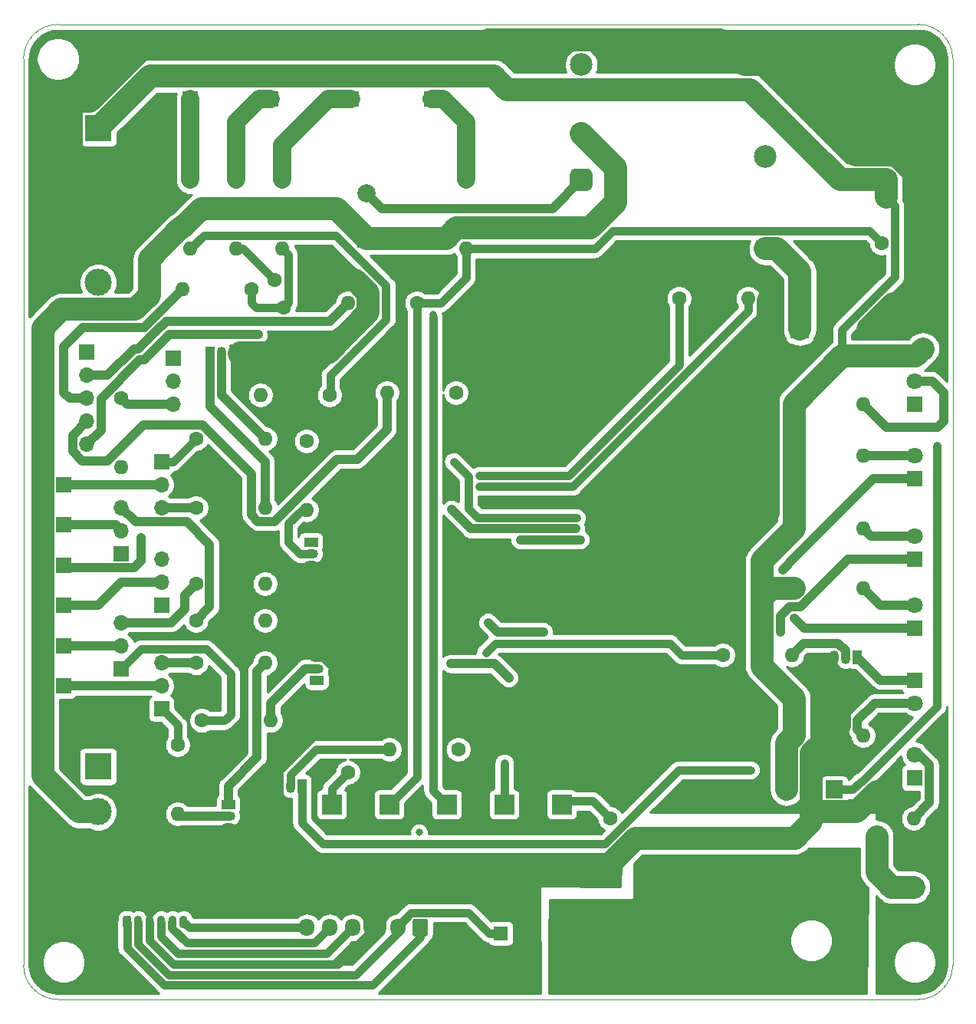
<source format=gbl>
%TF.GenerationSoftware,KiCad,Pcbnew,(5.1.10)-1*%
%TF.CreationDate,2021-11-21T12:30:28+02:00*%
%TF.ProjectId,217243401_Crawler_2021,32313732-3433-4343-9031-5f437261776c,rev?*%
%TF.SameCoordinates,Original*%
%TF.FileFunction,Copper,L2,Bot*%
%TF.FilePolarity,Positive*%
%FSLAX46Y46*%
G04 Gerber Fmt 4.6, Leading zero omitted, Abs format (unit mm)*
G04 Created by KiCad (PCBNEW (5.1.10)-1) date 2021-11-21 12:30:28*
%MOMM*%
%LPD*%
G01*
G04 APERTURE LIST*
%TA.AperFunction,Profile*%
%ADD10C,0.050000*%
%TD*%
%TA.AperFunction,ComponentPad*%
%ADD11R,2.000000X2.000000*%
%TD*%
%TA.AperFunction,ComponentPad*%
%ADD12C,2.000000*%
%TD*%
%TA.AperFunction,ComponentPad*%
%ADD13C,1.600000*%
%TD*%
%TA.AperFunction,ComponentPad*%
%ADD14R,1.600000X1.600000*%
%TD*%
%TA.AperFunction,ComponentPad*%
%ADD15C,1.800000*%
%TD*%
%TA.AperFunction,ComponentPad*%
%ADD16R,1.800000X1.800000*%
%TD*%
%TA.AperFunction,ComponentPad*%
%ADD17R,2.200000X2.200000*%
%TD*%
%TA.AperFunction,ComponentPad*%
%ADD18O,2.200000X2.200000*%
%TD*%
%TA.AperFunction,ComponentPad*%
%ADD19O,1.700000X1.950000*%
%TD*%
%TA.AperFunction,ComponentPad*%
%ADD20O,0.900000X1.400000*%
%TD*%
%TA.AperFunction,ComponentPad*%
%ADD21R,1.700000X1.700000*%
%TD*%
%TA.AperFunction,ComponentPad*%
%ADD22O,1.700000X1.700000*%
%TD*%
%TA.AperFunction,ComponentPad*%
%ADD23R,1.500000X1.050000*%
%TD*%
%TA.AperFunction,ComponentPad*%
%ADD24O,1.500000X1.050000*%
%TD*%
%TA.AperFunction,ComponentPad*%
%ADD25R,1.050000X1.500000*%
%TD*%
%TA.AperFunction,ComponentPad*%
%ADD26O,1.050000X1.500000*%
%TD*%
%TA.AperFunction,ComponentPad*%
%ADD27O,1.600000X1.600000*%
%TD*%
%TA.AperFunction,ComponentPad*%
%ADD28R,1.905000X2.000000*%
%TD*%
%TA.AperFunction,ComponentPad*%
%ADD29O,1.905000X2.000000*%
%TD*%
%TA.AperFunction,ComponentPad*%
%ADD30C,2.500000*%
%TD*%
%TA.AperFunction,ComponentPad*%
%ADD31C,3.000000*%
%TD*%
%TA.AperFunction,ComponentPad*%
%ADD32R,3.000000X3.000000*%
%TD*%
%TA.AperFunction,ViaPad*%
%ADD33C,0.800000*%
%TD*%
%TA.AperFunction,Conductor*%
%ADD34C,2.540000*%
%TD*%
%TA.AperFunction,Conductor*%
%ADD35C,1.016000*%
%TD*%
%TA.AperFunction,Conductor*%
%ADD36C,0.965200*%
%TD*%
%TA.AperFunction,Conductor*%
%ADD37C,2.032000*%
%TD*%
%TA.AperFunction,Conductor*%
%ADD38C,0.254000*%
%TD*%
%TA.AperFunction,Conductor*%
%ADD39C,0.100000*%
%TD*%
%TA.AperFunction,NonConductor*%
%ADD40C,0.254000*%
%TD*%
%TA.AperFunction,NonConductor*%
%ADD41C,0.100000*%
%TD*%
G04 APERTURE END LIST*
D10*
X76835000Y-46355000D02*
X171835000Y-46355000D01*
X73025000Y-150165000D02*
X73025000Y-50165000D01*
X171835000Y-153975000D02*
X76835000Y-153975000D01*
X175645000Y-50165000D02*
X175645000Y-150165000D01*
X171835000Y-46355000D02*
G75*
G02*
X175645000Y-50165000I0J-3810000D01*
G01*
X175645000Y-150165000D02*
G75*
G02*
X171835000Y-153975000I-3810000J0D01*
G01*
X76835000Y-153975000D02*
G75*
G02*
X73025000Y-150165000I0J3810000D01*
G01*
X73025000Y-50165000D02*
G75*
G02*
X76835000Y-46355000I3810000J0D01*
G01*
D11*
%TO.P,C1,1*%
%TO.N,+48V*%
X110871000Y-69977000D03*
D12*
%TO.P,C1,2*%
%TO.N,Net-(C1-Pad2)*%
X110871000Y-64977000D03*
%TD*%
D11*
%TO.P,C2,1*%
%TO.N,+12V*%
X158750000Y-80010000D03*
D12*
%TO.P,C2,2*%
%TO.N,0V*%
X166250000Y-80010000D03*
%TD*%
D13*
%TO.P,C3,1*%
%TO.N,RIGHT*%
X137795000Y-133985000D03*
%TO.P,C3,2*%
%TO.N,0V*%
X137795000Y-138985000D03*
%TD*%
%TO.P,C4,1*%
%TO.N,+5V*%
X154559000Y-106045000D03*
%TO.P,C4,2*%
%TO.N,0V*%
X154559000Y-101045000D03*
%TD*%
%TO.P,C5,2*%
%TO.N,0V*%
X173275000Y-65405000D03*
%TO.P,C5,1*%
%TO.N,+5V*%
X168275000Y-65405000D03*
%TD*%
%TO.P,C6,2*%
%TO.N,0V*%
X105711000Y-74549000D03*
%TO.P,C6,1*%
%TO.N,LEFT*%
X100711000Y-74549000D03*
%TD*%
%TO.P,C7,2*%
%TO.N,0V*%
X163115000Y-120777000D03*
%TO.P,C7,1*%
%TO.N,+5V*%
X158115000Y-120777000D03*
%TD*%
D14*
%TO.P,C8,1*%
%TO.N,+5V*%
X125730000Y-146685000D03*
D13*
%TO.P,C8,2*%
%TO.N,0V*%
X125730000Y-144185000D03*
%TD*%
%TO.P,C9,1*%
%TO.N,REV*%
X101727000Y-77597000D03*
%TO.P,C9,2*%
%TO.N,0V*%
X101727000Y-82597000D03*
%TD*%
%TO.P,C10,1*%
%TO.N,+5V*%
X167259000Y-136017000D03*
%TO.P,C10,2*%
%TO.N,0V*%
X167259000Y-131017000D03*
%TD*%
%TO.P,C11,2*%
%TO.N,0V*%
X172339000Y-77169000D03*
%TO.P,C11,1*%
%TO.N,+5V*%
X172339000Y-82169000D03*
%TD*%
%TO.P,C12,2*%
%TO.N,0V*%
X172767000Y-70485000D03*
%TO.P,C12,1*%
%TO.N,FWD*%
X167767000Y-70485000D03*
%TD*%
%TO.P,C13,1*%
%TO.N,STOPSPEED*%
X108839000Y-128905000D03*
%TO.P,C13,2*%
%TO.N,0V*%
X108839000Y-123905000D03*
%TD*%
D15*
%TO.P,D2,2*%
%TO.N,Net-(D2-Pad2)*%
X171450000Y-85725000D03*
D16*
%TO.P,D2,1*%
%TO.N,Net-(D2-Pad1)*%
X171450000Y-88265000D03*
%TD*%
D15*
%TO.P,D5,2*%
%TO.N,Net-(D5-Pad2)*%
X171450000Y-93980000D03*
D16*
%TO.P,D5,1*%
%TO.N,Net-(D5-Pad1)*%
X171450000Y-96520000D03*
%TD*%
%TO.P,D11,1*%
%TO.N,Net-(D11-Pad1)*%
X171450000Y-105410000D03*
D15*
%TO.P,D11,2*%
%TO.N,Net-(D11-Pad2)*%
X171450000Y-102870000D03*
%TD*%
%TO.P,D13,2*%
%TO.N,Net-(D13-Pad2)*%
X171450000Y-110490000D03*
D16*
%TO.P,D13,1*%
%TO.N,Net-(D13-Pad1)*%
X171450000Y-113030000D03*
%TD*%
%TO.P,D14,1*%
%TO.N,Net-(D14-Pad1)*%
X171450000Y-118745000D03*
D15*
%TO.P,D14,2*%
%TO.N,Net-(D14-Pad2)*%
X171450000Y-121285000D03*
%TD*%
%TO.P,D15,2*%
%TO.N,Net-(D15-Pad2)*%
X171450000Y-127000000D03*
D16*
%TO.P,D15,1*%
%TO.N,Net-(D15-Pad1)*%
X171450000Y-129540000D03*
%TD*%
D17*
%TO.P,Diode1,1*%
%TO.N,RIGHT*%
X132461000Y-132461000D03*
D18*
%TO.P,Diode1,2*%
%TO.N,0V*%
X132461000Y-140081000D03*
%TD*%
D17*
%TO.P,Diode3,1*%
%TO.N,LEFT*%
X126111000Y-132461000D03*
D18*
%TO.P,Diode3,2*%
%TO.N,0V*%
X126111000Y-140081000D03*
%TD*%
%TO.P,Diode4,2*%
%TO.N,0V*%
X119761000Y-140081000D03*
D17*
%TO.P,Diode4,1*%
%TO.N,REV*%
X119761000Y-132461000D03*
%TD*%
D18*
%TO.P,Diode6,2*%
%TO.N,0V*%
X113411000Y-140081000D03*
D17*
%TO.P,Diode6,1*%
%TO.N,FWD*%
X113411000Y-132461000D03*
%TD*%
%TO.P,Diode8,1*%
%TO.N,STOPSPEED*%
X107061000Y-132461000D03*
D18*
%TO.P,Diode8,2*%
%TO.N,0V*%
X107061000Y-140081000D03*
%TD*%
%TO.P,J1,1*%
%TO.N,MCLR\u005CVPP*%
%TA.AperFunction,ComponentPad*%
G36*
G01*
X117690000Y-145325000D02*
X117690000Y-146775000D01*
G75*
G02*
X117440000Y-147025000I-250000J0D01*
G01*
X116240000Y-147025000D01*
G75*
G02*
X115990000Y-146775000I0J250000D01*
G01*
X115990000Y-145325000D01*
G75*
G02*
X116240000Y-145075000I250000J0D01*
G01*
X117440000Y-145075000D01*
G75*
G02*
X117690000Y-145325000I0J-250000D01*
G01*
G37*
%TD.AperFunction*%
D19*
%TO.P,J1,2*%
%TO.N,+5V*%
X114340000Y-146050000D03*
%TO.P,J1,3*%
%TO.N,0V*%
X111840000Y-146050000D03*
%TO.P,J1,4*%
%TO.N,PGD(ICSPDAT)*%
X109340000Y-146050000D03*
%TO.P,J1,5*%
%TO.N,PGC(ICDPCLK)*%
X106840000Y-146050000D03*
%TO.P,J1,6*%
%TO.N,Net-(J1-Pad6)*%
X104340000Y-146050000D03*
%TD*%
%TO.P,J2,1*%
%TO.N,MCLR\u005CVPP*%
%TA.AperFunction,ComponentPad*%
G36*
G01*
X84005000Y-145890000D02*
X84005000Y-144940000D01*
G75*
G02*
X84230000Y-144715000I225000J0D01*
G01*
X84680000Y-144715000D01*
G75*
G02*
X84905000Y-144940000I0J-225000D01*
G01*
X84905000Y-145890000D01*
G75*
G02*
X84680000Y-146115000I-225000J0D01*
G01*
X84230000Y-146115000D01*
G75*
G02*
X84005000Y-145890000I0J225000D01*
G01*
G37*
%TD.AperFunction*%
D20*
%TO.P,J2,2*%
%TO.N,+5V*%
X85705000Y-145415000D03*
%TO.P,J2,3*%
%TO.N,0V*%
X86955000Y-145415000D03*
%TO.P,J2,4*%
%TO.N,PGD(ICSPDAT)*%
X88205000Y-145415000D03*
%TO.P,J2,5*%
%TO.N,PGC(ICDPCLK)*%
X89455000Y-145415000D03*
%TO.P,J2,6*%
%TO.N,Net-(J1-Pad6)*%
X90705000Y-145415000D03*
%TD*%
D21*
%TO.P,J3,1*%
%TO.N,STOPSPEED*%
X80010000Y-82550000D03*
D22*
%TO.P,J3,2*%
%TO.N,Net-(J3-Pad2)*%
X80010000Y-85090000D03*
%TO.P,J3,3*%
%TO.N,Net-(J3-Pad3)*%
X80010000Y-87630000D03*
%TO.P,J3,4*%
%TO.N,Net-(J3-Pad4)*%
X80010000Y-90170000D03*
%TO.P,J3,5*%
%TO.N,Net-(J3-Pad5)*%
X80010000Y-92710000D03*
%TD*%
D21*
%TO.P,JP1,1*%
%TO.N,STEP_L*%
X88265000Y-110490000D03*
D22*
%TO.P,JP1,2*%
%TO.N,Net-(JP1-Pad2)*%
X88265000Y-107950000D03*
%TO.P,JP1,3*%
%TO.N,Net-(JP1-Pad3)*%
X88265000Y-105410000D03*
%TD*%
%TO.P,JP2,3*%
%TO.N,Net-(JP2-Pad3)*%
X83820000Y-112395000D03*
%TO.P,JP2,2*%
%TO.N,Net-(JP2-Pad2)*%
X83820000Y-114935000D03*
D21*
%TO.P,JP2,1*%
%TO.N,DIR_L*%
X83820000Y-117475000D03*
%TD*%
%TO.P,JP3,1*%
%TO.N,ENA_L*%
X88265000Y-121920000D03*
D22*
%TO.P,JP3,2*%
%TO.N,Net-(JP3-Pad2)*%
X88265000Y-119380000D03*
%TO.P,JP3,3*%
%TO.N,Net-(JP3-Pad3)*%
X88265000Y-116840000D03*
%TD*%
%TO.P,JP4,3*%
%TO.N,Net-(JP4-Pad3)*%
X88265000Y-99695000D03*
%TO.P,JP4,2*%
%TO.N,Net-(JP4-Pad2)*%
X88265000Y-97155000D03*
D21*
%TO.P,JP4,1*%
%TO.N,STEP_R*%
X88265000Y-94615000D03*
%TD*%
D22*
%TO.P,JP5,3*%
%TO.N,Net-(JP5-Pad3)*%
X83820000Y-99695000D03*
%TO.P,JP5,2*%
%TO.N,Net-(JP5-Pad2)*%
X83820000Y-102235000D03*
D21*
%TO.P,JP5,1*%
%TO.N,DIR_R*%
X83820000Y-104775000D03*
%TD*%
%TO.P,JP6,1*%
%TO.N,ENA_R*%
X89535000Y-83185000D03*
D22*
%TO.P,JP6,2*%
%TO.N,Net-(JP6-Pad2)*%
X89535000Y-85725000D03*
%TO.P,JP6,3*%
%TO.N,Net-(JP6-Pad3)*%
X89535000Y-88265000D03*
%TD*%
D15*
%TO.P,LED1,2*%
%TO.N,+5V*%
X91440000Y-52070000D03*
D16*
%TO.P,LED1,1*%
%TO.N,Net-(LED1-Pad1)*%
X91440000Y-54610000D03*
%TD*%
%TO.P,LED2,1*%
%TO.N,Net-(LED2-Pad1)*%
X100330000Y-54610000D03*
D15*
%TO.P,LED2,2*%
%TO.N,+5V*%
X100330000Y-52070000D03*
%TD*%
D16*
%TO.P,LED3,1*%
%TO.N,Net-(LED3-Pad1)*%
X109220000Y-54610000D03*
D15*
%TO.P,LED3,2*%
%TO.N,+5V*%
X109220000Y-52070000D03*
%TD*%
D16*
%TO.P,LED4,1*%
%TO.N,Net-(LED4-Pad1)*%
X118110000Y-54610000D03*
D15*
%TO.P,LED4,2*%
%TO.N,+5V*%
X118110000Y-52070000D03*
%TD*%
D23*
%TO.P,Q1,1*%
%TO.N,Net-(D2-Pad1)*%
X104775000Y-103505000D03*
D24*
%TO.P,Q1,3*%
%TO.N,0V*%
X104775000Y-106045000D03*
%TO.P,Q1,2*%
%TO.N,Net-(Q1-Pad2)*%
X104775000Y-104775000D03*
%TD*%
D23*
%TO.P,Q2,1*%
%TO.N,Net-(D5-Pad1)*%
X105410000Y-118745000D03*
D24*
%TO.P,Q2,3*%
%TO.N,0V*%
X105410000Y-116205000D03*
%TO.P,Q2,2*%
%TO.N,Net-(Q2-Pad2)*%
X105410000Y-117475000D03*
%TD*%
%TO.P,Q3,2*%
%TO.N,Net-(Q3-Pad2)*%
X95631000Y-133731000D03*
%TO.P,Q3,3*%
%TO.N,0V*%
X95631000Y-135001000D03*
D23*
%TO.P,Q3,1*%
%TO.N,Net-(D11-Pad1)*%
X95631000Y-132461000D03*
%TD*%
D25*
%TO.P,Q4,1*%
%TO.N,Net-(D13-Pad1)*%
X93599000Y-82677000D03*
D26*
%TO.P,Q4,3*%
%TO.N,0V*%
X96139000Y-82677000D03*
%TO.P,Q4,2*%
%TO.N,Net-(Q4-Pad2)*%
X94869000Y-82677000D03*
%TD*%
%TO.P,Q5,2*%
%TO.N,Net-(Q5-Pad2)*%
X163830000Y-116205000D03*
%TO.P,Q5,3*%
%TO.N,0V*%
X162560000Y-116205000D03*
D25*
%TO.P,Q5,1*%
%TO.N,Net-(D14-Pad1)*%
X165100000Y-116205000D03*
%TD*%
D26*
%TO.P,Q6,2*%
%TO.N,Net-(Q6-Pad2)*%
X102489000Y-130429000D03*
%TO.P,Q6,3*%
%TO.N,0V*%
X101219000Y-130429000D03*
D25*
%TO.P,Q6,1*%
%TO.N,Net-(D15-Pad1)*%
X103759000Y-130429000D03*
%TD*%
D27*
%TO.P,R1,2*%
%TO.N,Net-(J3-Pad2)*%
X108839000Y-77089000D03*
D13*
%TO.P,R1,1*%
%TO.N,FWD*%
X116459000Y-77089000D03*
%TD*%
D27*
%TO.P,R2,2*%
%TO.N,Net-(J3-Pad3)*%
X90551000Y-75565000D03*
D13*
%TO.P,R2,1*%
%TO.N,REV*%
X98171000Y-75565000D03*
%TD*%
D27*
%TO.P,R3,2*%
%TO.N,Net-(J3-Pad4)*%
X113157000Y-86995000D03*
D13*
%TO.P,R3,1*%
%TO.N,LEFT*%
X120777000Y-86995000D03*
%TD*%
%TO.P,R4,1*%
%TO.N,RIGHT*%
X106807000Y-87249000D03*
D27*
%TO.P,R4,2*%
%TO.N,Net-(J3-Pad5)*%
X99187000Y-87249000D03*
%TD*%
%TO.P,R5,2*%
%TO.N,Net-(D2-Pad1)*%
X153035000Y-76581000D03*
D13*
%TO.P,R5,1*%
%TO.N,Net-(JP1-Pad3)*%
X145415000Y-76581000D03*
%TD*%
D27*
%TO.P,R6,2*%
%TO.N,Net-(Q1-Pad2)*%
X104267000Y-99949000D03*
D13*
%TO.P,R6,1*%
%TO.N,STEP_L*%
X104267000Y-92329000D03*
%TD*%
%TO.P,R7,1*%
%TO.N,+5V*%
X158115000Y-88265000D03*
D27*
%TO.P,R7,2*%
%TO.N,Net-(D2-Pad2)*%
X165735000Y-88265000D03*
%TD*%
%TO.P,R8,2*%
%TO.N,Net-(D5-Pad1)*%
X99695000Y-108077000D03*
D13*
%TO.P,R8,1*%
%TO.N,Net-(JP2-Pad3)*%
X92075000Y-108077000D03*
%TD*%
%TO.P,R9,1*%
%TO.N,DIR_L*%
X92710000Y-123190000D03*
D27*
%TO.P,R9,2*%
%TO.N,Net-(Q2-Pad2)*%
X100330000Y-123190000D03*
%TD*%
D13*
%TO.P,R10,1*%
%TO.N,+5V*%
X158115000Y-93980000D03*
D27*
%TO.P,R10,2*%
%TO.N,Net-(D5-Pad2)*%
X165735000Y-93980000D03*
%TD*%
D13*
%TO.P,R11,1*%
%TO.N,Net-(LED1-Pad1)*%
X91440000Y-63500000D03*
D27*
%TO.P,R11,2*%
%TO.N,RIGHT*%
X91440000Y-71120000D03*
%TD*%
%TO.P,R12,2*%
%TO.N,Net-(D11-Pad1)*%
X99695000Y-116840000D03*
D13*
%TO.P,R12,1*%
%TO.N,Net-(JP3-Pad3)*%
X92075000Y-116840000D03*
%TD*%
%TO.P,R13,1*%
%TO.N,ENA_L*%
X90043000Y-125857000D03*
D27*
%TO.P,R13,2*%
%TO.N,Net-(Q3-Pad2)*%
X90043000Y-133477000D03*
%TD*%
%TO.P,R14,2*%
%TO.N,LEFT*%
X96520000Y-71120000D03*
D13*
%TO.P,R14,1*%
%TO.N,Net-(LED2-Pad1)*%
X96520000Y-63500000D03*
%TD*%
%TO.P,R15,1*%
%TO.N,Net-(LED3-Pad1)*%
X101600000Y-63500000D03*
D27*
%TO.P,R15,2*%
%TO.N,REV*%
X101600000Y-71120000D03*
%TD*%
D13*
%TO.P,R16,1*%
%TO.N,+5V*%
X158115000Y-101981000D03*
D27*
%TO.P,R16,2*%
%TO.N,Net-(D11-Pad2)*%
X165735000Y-101981000D03*
%TD*%
%TO.P,R17,2*%
%TO.N,FWD*%
X121920000Y-71120000D03*
D13*
%TO.P,R17,1*%
%TO.N,Net-(LED4-Pad1)*%
X121920000Y-63500000D03*
%TD*%
D27*
%TO.P,R18,2*%
%TO.N,Net-(D13-Pad1)*%
X99695000Y-99695000D03*
D13*
%TO.P,R18,1*%
%TO.N,Net-(JP4-Pad3)*%
X92075000Y-99695000D03*
%TD*%
D27*
%TO.P,R19,2*%
%TO.N,Net-(Q4-Pad2)*%
X99695000Y-92075000D03*
D13*
%TO.P,R19,1*%
%TO.N,STEP_R*%
X92075000Y-92075000D03*
%TD*%
%TO.P,R20,1*%
%TO.N,+5V*%
X158115000Y-108585000D03*
D27*
%TO.P,R20,2*%
%TO.N,Net-(D13-Pad2)*%
X165735000Y-108585000D03*
%TD*%
D13*
%TO.P,R21,1*%
%TO.N,Net-(JP5-Pad3)*%
X92075000Y-112141000D03*
D27*
%TO.P,R21,2*%
%TO.N,Net-(D14-Pad1)*%
X99695000Y-112141000D03*
%TD*%
D13*
%TO.P,R22,1*%
%TO.N,DIR_R*%
X150241000Y-115951000D03*
D27*
%TO.P,R22,2*%
%TO.N,Net-(Q5-Pad2)*%
X157861000Y-115951000D03*
%TD*%
%TO.P,R23,2*%
%TO.N,Net-(D14-Pad2)*%
X165735000Y-124841000D03*
D13*
%TO.P,R23,1*%
%TO.N,+5V*%
X158115000Y-124841000D03*
%TD*%
D27*
%TO.P,R24,2*%
%TO.N,Net-(D15-Pad1)*%
X83820000Y-95250000D03*
D13*
%TO.P,R24,1*%
%TO.N,Net-(JP6-Pad3)*%
X83820000Y-87630000D03*
%TD*%
%TO.P,R25,1*%
%TO.N,ENA_R*%
X121031000Y-126365000D03*
D27*
%TO.P,R25,2*%
%TO.N,Net-(Q6-Pad2)*%
X113411000Y-126365000D03*
%TD*%
D13*
%TO.P,R26,1*%
%TO.N,+5V*%
X171323000Y-141605000D03*
D27*
%TO.P,R26,2*%
%TO.N,Net-(D15-Pad2)*%
X171323000Y-133985000D03*
%TD*%
D28*
%TO.P,U1,1*%
%TO.N,+12V*%
X162560000Y-130810000D03*
D29*
%TO.P,U1,2*%
%TO.N,0V*%
X160020000Y-130810000D03*
%TO.P,U1,3*%
%TO.N,+5V*%
X157480000Y-130810000D03*
%TD*%
%TO.P,U2,1*%
%TO.N,Net-(C1-Pad2)*%
%TA.AperFunction,ComponentPad*%
G36*
G01*
X135245000Y-64750000D02*
X133995000Y-64750000D01*
G75*
G02*
X133370000Y-64125000I0J625000D01*
G01*
X133370000Y-62875000D01*
G75*
G02*
X133995000Y-62250000I625000J0D01*
G01*
X135245000Y-62250000D01*
G75*
G02*
X135870000Y-62875000I0J-625000D01*
G01*
X135870000Y-64125000D01*
G75*
G02*
X135245000Y-64750000I-625000J0D01*
G01*
G37*
%TD.AperFunction*%
D30*
%TO.P,U2,2*%
%TO.N,+48V*%
X134620000Y-58420000D03*
%TO.P,U2,3*%
%TO.N,+12V*%
X154940000Y-71120000D03*
%TO.P,U2,4*%
%TO.N,Net-(U2-Pad4)*%
X154940000Y-60960000D03*
%TO.P,U2,5*%
%TO.N,0V*%
X154940000Y-50800000D03*
%TO.P,U2,6*%
%TO.N,Net-(U2-Pad6)*%
X134620000Y-50800000D03*
%TD*%
D31*
%TO.P,X1-1,2*%
%TO.N,+12V*%
X81280000Y-74850000D03*
D32*
%TO.P,X1-1,1*%
%TO.N,0V*%
X81280000Y-69850000D03*
%TD*%
%TO.P,X1-3,1*%
%TO.N,+5V*%
X81280000Y-57785000D03*
D31*
%TO.P,X1-3,2*%
%TO.N,0V*%
X81280000Y-62785000D03*
%TD*%
D21*
%TO.P,X2-1,1*%
%TO.N,Net-(JP4-Pad2)*%
X77470000Y-97155000D03*
%TD*%
%TO.P,X2-2,1*%
%TO.N,Net-(JP5-Pad2)*%
X77470000Y-101600000D03*
%TD*%
%TO.P,X2-3,1*%
%TO.N,Net-(JP6-Pad2)*%
X77470000Y-106045000D03*
%TD*%
%TO.P,x3-1,1*%
%TO.N,Net-(JP1-Pad2)*%
X77470000Y-110490000D03*
%TD*%
%TO.P,X3-2,1*%
%TO.N,Net-(JP2-Pad2)*%
X77470000Y-114935000D03*
%TD*%
%TO.P,X3-3,1*%
%TO.N,Net-(JP3-Pad2)*%
X77470000Y-119380000D03*
%TD*%
D32*
%TO.P,X5-1,1*%
%TO.N,Net-(C1-Pad2)*%
X81280000Y-128270000D03*
D31*
%TO.P,X5-1,2*%
%TO.N,+48V*%
X81280000Y-133270000D03*
%TD*%
D33*
%TO.N,+12V*%
X173863000Y-92837000D03*
%TO.N,0V*%
X155305001Y-76850999D03*
%TO.N,LEFT*%
X126111000Y-127889000D03*
%TO.N,REV*%
X116713000Y-135509000D03*
X118227599Y-78368401D03*
%TO.N,Net-(D2-Pad1)*%
X123317000Y-97304210D03*
%TO.N,Net-(D5-Pad1)*%
X156845000Y-106553000D03*
X120269000Y-99895010D03*
X133985000Y-102024809D03*
%TO.N,Net-(D11-Pad1)*%
X124333000Y-112395000D03*
X156591000Y-113411000D03*
X130429000Y-113411000D03*
%TO.N,Net-(D13-Pad1)*%
X127889000Y-103251000D03*
X134493000Y-103240819D03*
X158115000Y-111887000D03*
%TO.N,Net-(D14-Pad1)*%
X120205796Y-116903796D03*
X165163500Y-116268500D03*
X126619000Y-118491000D03*
%TO.N,Net-(D15-Pad1)*%
X153289000Y-128651000D03*
%TO.N,Net-(JP1-Pad3)*%
X123317000Y-96139000D03*
%TO.N,STEP_R*%
X120523000Y-94615000D03*
X134108199Y-100834199D03*
%TO.N,DIR_R*%
X124079000Y-115697000D03*
%TO.N,Net-(J3-Pad5)*%
X98933000Y-80618990D03*
%TO.N,Net-(JP6-Pad2)*%
X85979000Y-102997000D03*
%TD*%
D34*
%TO.N,+48V*%
X138430000Y-62230000D02*
X134620000Y-58420000D01*
X138430000Y-66040000D02*
X138430000Y-62230000D01*
X135620001Y-68849999D02*
X138430000Y-66040000D01*
X120830399Y-68849999D02*
X135620001Y-68849999D01*
X119703398Y-69977000D02*
X120830399Y-68849999D01*
X110871000Y-69977000D02*
X119703398Y-69977000D01*
X86930301Y-76264699D02*
X86930301Y-72270097D01*
X85374999Y-77820001D02*
X86930301Y-76264699D01*
X77218997Y-77820001D02*
X85374999Y-77820001D01*
X86930301Y-72270097D02*
X90350399Y-68849999D01*
X75149999Y-79888999D02*
X77218997Y-77820001D01*
X75149999Y-129261319D02*
X75149999Y-79888999D01*
X79158680Y-133270000D02*
X75149999Y-129261319D01*
X81280000Y-133270000D02*
X79158680Y-133270000D01*
X90350399Y-68849999D02*
X90535001Y-68849999D01*
X90535001Y-68849999D02*
X92710000Y-66675000D01*
X107569000Y-66675000D02*
X110871000Y-69977000D01*
X92710000Y-66675000D02*
X107569000Y-66675000D01*
D35*
%TO.N,Net-(C1-Pad2)*%
X110871000Y-64977000D02*
X112569000Y-66675000D01*
X131445000Y-66675000D02*
X134620000Y-63500000D01*
X112569000Y-66675000D02*
X131445000Y-66675000D01*
D34*
%TO.N,+12V*%
X158750000Y-80010000D02*
X158750000Y-73660000D01*
X156210000Y-71120000D02*
X154940000Y-71120000D01*
X158750000Y-73660000D02*
X156210000Y-71120000D01*
D36*
X162560000Y-130810000D02*
X164338000Y-130810000D01*
X164592000Y-130810000D02*
X165481000Y-129921000D01*
X164338000Y-130810000D02*
X164592000Y-130810000D01*
X165481000Y-129921000D02*
X165481000Y-129921000D01*
X165593594Y-129921000D02*
X173863000Y-121651594D01*
X165481000Y-129921000D02*
X165593594Y-129921000D01*
X173863000Y-121651594D02*
X173863000Y-92837000D01*
X173863000Y-92837000D02*
X173863000Y-92837000D01*
D34*
%TO.N,0V*%
X81280000Y-62785000D02*
X81280000Y-69850000D01*
X172767000Y-76741000D02*
X172339000Y-77169000D01*
X172767000Y-70485000D02*
X172767000Y-76741000D01*
X169091000Y-77169000D02*
X166250000Y-80010000D01*
X172339000Y-77169000D02*
X169091000Y-77169000D01*
X173275000Y-69977000D02*
X172767000Y-70485000D01*
X173275000Y-65405000D02*
X173275000Y-69977000D01*
X132461000Y-140081000D02*
X126111000Y-140081000D01*
X119761000Y-140081000D02*
X126111000Y-140081000D01*
X119761000Y-140081000D02*
X113411000Y-140081000D01*
X113411000Y-140081000D02*
X107061000Y-140081000D01*
X136699000Y-140081000D02*
X137795000Y-138985000D01*
X132461000Y-140081000D02*
X136699000Y-140081000D01*
X158202500Y-136167500D02*
X160020000Y-134350000D01*
X137795000Y-138985000D02*
X140612500Y-136167500D01*
X164995999Y-133280001D02*
X160585001Y-133280001D01*
X167259000Y-131017000D02*
X164995999Y-133280001D01*
X160585001Y-133280001D02*
X160020000Y-132715000D01*
X160020000Y-132715000D02*
X160020000Y-130810000D01*
X160020000Y-134350000D02*
X160020000Y-132715000D01*
X163115000Y-120777000D02*
X163115000Y-123715959D01*
X163115000Y-123715959D02*
X160020000Y-126810959D01*
X160020000Y-126810959D02*
X160020000Y-130810000D01*
X96944010Y-82597000D02*
X96864010Y-82677000D01*
X101727000Y-82597000D02*
X96944010Y-82597000D01*
X125730000Y-140462000D02*
X126111000Y-140081000D01*
X125730000Y-144185000D02*
X125730000Y-140462000D01*
X111840000Y-141652000D02*
X113411000Y-140081000D01*
X111840000Y-146050000D02*
X111840000Y-141652000D01*
X106461360Y-115479990D02*
X105410000Y-115479990D01*
X108839000Y-117857630D02*
X106461360Y-115479990D01*
X108839000Y-123905000D02*
X108839000Y-117857630D01*
D36*
X106027800Y-123905000D02*
X108839000Y-123905000D01*
X101219000Y-128713800D02*
X106027800Y-123905000D01*
X101219000Y-130429000D02*
X101219000Y-128713800D01*
X101219000Y-130429000D02*
X101219000Y-136779000D01*
X104521000Y-140081000D02*
X107061000Y-140081000D01*
X107810970Y-150079030D02*
X111840000Y-146050000D01*
X89555975Y-150079030D02*
X107810970Y-150079030D01*
X86955000Y-147478054D02*
X89555975Y-150079030D01*
X86955000Y-145415000D02*
X86955000Y-147478054D01*
X101219000Y-136779000D02*
X104521000Y-140081000D01*
X95631000Y-135001000D02*
X95631000Y-135636000D01*
X96774000Y-136779000D02*
X101219000Y-136779000D01*
X95631000Y-135636000D02*
X96774000Y-136779000D01*
D34*
X106633000Y-82597000D02*
X101727000Y-82597000D01*
X111109001Y-78120999D02*
X106633000Y-82597000D01*
X111109001Y-75999399D02*
X111109001Y-78120999D01*
X109658602Y-74549000D02*
X111109001Y-75999399D01*
X105711000Y-74549000D02*
X109658602Y-74549000D01*
D36*
X104775000Y-115570000D02*
X105410000Y-116205000D01*
X104775000Y-106045000D02*
X104775000Y-115570000D01*
D34*
X155170500Y-136167500D02*
X158202500Y-136167500D01*
X140612500Y-136167500D02*
X155170500Y-136167500D01*
X155305001Y-100298999D02*
X155305001Y-76850999D01*
X154559000Y-101045000D02*
X155305001Y-100298999D01*
X155305001Y-76850999D02*
X155305001Y-76850999D01*
X79158680Y-62785000D02*
X81280000Y-62785000D01*
X78309999Y-55108999D02*
X78309999Y-61936319D01*
X85860052Y-49329990D02*
X80375043Y-54814999D01*
X86360000Y-48895000D02*
X85925010Y-49329990D01*
X123571000Y-48895000D02*
X86360000Y-48895000D01*
X124386001Y-48079999D02*
X123571000Y-48895000D01*
X149933999Y-48079999D02*
X124386001Y-48079999D01*
X78309999Y-61936319D02*
X79158680Y-62785000D01*
X85925010Y-49329990D02*
X85860052Y-49329990D01*
X152654000Y-50800000D02*
X149933999Y-48079999D01*
X78603999Y-54814999D02*
X78309999Y-55108999D01*
X80375043Y-54814999D02*
X78603999Y-54814999D01*
X154940000Y-50800000D02*
X152654000Y-50800000D01*
X173275000Y-64625041D02*
X173275000Y-65405000D01*
X169409948Y-60759990D02*
X173275000Y-64625041D01*
X164899990Y-60759990D02*
X169409948Y-60759990D01*
X154940000Y-50800000D02*
X164899990Y-60759990D01*
D36*
%TO.N,RIGHT*%
X137795000Y-133985000D02*
X135890000Y-132080000D01*
X132842000Y-132080000D02*
X132461000Y-132461000D01*
X135890000Y-132080000D02*
X132842000Y-132080000D01*
X107508408Y-69637399D02*
X113061611Y-75190602D01*
X113061611Y-75190602D02*
X113061611Y-78929796D01*
X92922601Y-69637399D02*
X107508408Y-69637399D01*
X113061611Y-78929796D02*
X106901407Y-85090000D01*
X91440000Y-71120000D02*
X92922601Y-69637399D01*
X106901407Y-87154593D02*
X106807000Y-87249000D01*
X106901407Y-85090000D02*
X106901407Y-87154593D01*
D34*
%TO.N,+5V*%
X86995000Y-52070000D02*
X91440000Y-52070000D01*
X81280000Y-57785000D02*
X86995000Y-52070000D01*
X91440000Y-52070000D02*
X100330000Y-52070000D01*
X109220000Y-52070000D02*
X100330000Y-52070000D01*
X118110000Y-52070000D02*
X109220000Y-52070000D01*
X157279990Y-125676010D02*
X157279990Y-130810000D01*
X158115000Y-124841000D02*
X157279990Y-125676010D01*
X158115000Y-124841000D02*
X158115000Y-120777000D01*
X158115000Y-120777000D02*
X154559000Y-117221000D01*
X155575000Y-108585000D02*
X154559000Y-109601000D01*
X158115000Y-108585000D02*
X155575000Y-108585000D01*
X154559000Y-109601000D02*
X154559000Y-106045000D01*
X154559000Y-117221000D02*
X154559000Y-109601000D01*
X154559000Y-105537000D02*
X158115000Y-101981000D01*
X154559000Y-106045000D02*
X154559000Y-105537000D01*
X158115000Y-101981000D02*
X158115000Y-93980000D01*
X158115000Y-93980000D02*
X158115000Y-88265000D01*
X171323000Y-141605000D02*
X168910000Y-141605000D01*
X167259000Y-139954000D02*
X167259000Y-136017000D01*
X168910000Y-141605000D02*
X167259000Y-139954000D01*
D36*
X85705000Y-147875910D02*
X89073330Y-151244240D01*
X85705000Y-145415000D02*
X85705000Y-147875910D01*
X114340000Y-146645000D02*
X114340000Y-146050000D01*
X109740760Y-151244240D02*
X114340000Y-146645000D01*
X89073330Y-151244240D02*
X109740760Y-151244240D01*
D34*
X163411001Y-82968999D02*
X158115000Y-88265000D01*
X171539001Y-82968999D02*
X163411001Y-82968999D01*
X172339000Y-82169000D02*
X171539001Y-82968999D01*
D36*
X163411001Y-80087593D02*
X163411001Y-82968999D01*
X169249601Y-74248993D02*
X163411001Y-80087593D01*
X169249601Y-66379601D02*
X169249601Y-74248993D01*
X168275000Y-65405000D02*
X169249601Y-66379601D01*
D34*
X124968000Y-52070000D02*
X126438010Y-53540010D01*
X118110000Y-52070000D02*
X124968000Y-52070000D01*
D36*
X115853698Y-144392390D02*
X122167390Y-144392390D01*
X114340000Y-145906088D02*
X115853698Y-144392390D01*
X114340000Y-146050000D02*
X114340000Y-145906088D01*
X124460000Y-146685000D02*
X125730000Y-146685000D01*
X122167390Y-144392390D02*
X124460000Y-146685000D01*
D34*
X163195000Y-63500000D02*
X153235010Y-53540010D01*
X168275000Y-63500000D02*
X163195000Y-63500000D01*
X126438010Y-53540010D02*
X153235010Y-53540010D01*
X168275000Y-63500000D02*
X168275000Y-65405000D01*
D36*
%TO.N,LEFT*%
X97282000Y-71120000D02*
X100711000Y-74549000D01*
X96520000Y-71120000D02*
X97282000Y-71120000D01*
X126111000Y-132461000D02*
X126111000Y-127889000D01*
%TO.N,REV*%
X101600000Y-71120000D02*
X102235000Y-71755000D01*
X102235000Y-77089000D02*
X101727000Y-77597000D01*
X102235000Y-71755000D02*
X102235000Y-77089000D01*
X98171000Y-77089000D02*
X98171000Y-75565000D01*
X98679000Y-77597000D02*
X98171000Y-77089000D01*
X101727000Y-77597000D02*
X98679000Y-77597000D01*
X119761000Y-132461000D02*
X118745000Y-131445000D01*
X119761000Y-132461000D02*
X118237000Y-130937000D01*
X118237000Y-130937000D02*
X118237000Y-78613000D01*
%TO.N,FWD*%
X116459000Y-77089000D02*
X119126000Y-77089000D01*
X121920000Y-74295000D02*
X121920000Y-71120000D01*
X119126000Y-77089000D02*
X121920000Y-74295000D01*
X136111406Y-71120000D02*
X121920000Y-71120000D01*
X138064016Y-69167390D02*
X136111406Y-71120000D01*
X166449390Y-69167390D02*
X138064016Y-69167390D01*
X167767000Y-70485000D02*
X166449390Y-69167390D01*
X116459000Y-129413000D02*
X113411000Y-132461000D01*
X116459000Y-77089000D02*
X116459000Y-129413000D01*
%TO.N,STOPSPEED*%
X107061000Y-130683000D02*
X108839000Y-128905000D01*
X107061000Y-132461000D02*
X107061000Y-130683000D01*
%TO.N,Net-(D2-Pad1)*%
X133705644Y-97304210D02*
X123339210Y-97304210D01*
X153035000Y-77974854D02*
X133705644Y-97304210D01*
X153035000Y-76581000D02*
X153035000Y-77974854D01*
D35*
%TO.N,Net-(D2-Pad2)*%
X165735000Y-88265000D02*
X167343001Y-89873001D01*
X173355000Y-85725000D02*
X171450000Y-85725000D01*
X173990000Y-90805000D02*
X174625000Y-90170000D01*
X174625000Y-90170000D02*
X174625000Y-86995000D01*
X168275000Y-90805000D02*
X173990000Y-90805000D01*
X174625000Y-86995000D02*
X173355000Y-85725000D01*
X167343001Y-89873001D02*
X168275000Y-90805000D01*
%TO.N,Net-(D5-Pad2)*%
X171450000Y-93980000D02*
X165735000Y-93980000D01*
%TO.N,Net-(D5-Pad1)*%
X171450000Y-96520000D02*
X166878000Y-96520000D01*
X166878000Y-96520000D02*
X158242000Y-105156000D01*
X158242000Y-105156000D02*
X156845000Y-106553000D01*
X120269000Y-99895010D02*
X122398799Y-102024809D01*
X122398799Y-102024809D02*
X122693033Y-102024809D01*
X122693033Y-102024809D02*
X133985000Y-102024809D01*
X133985000Y-102024809D02*
X133985000Y-102024809D01*
%TO.N,Net-(D11-Pad2)*%
X166624000Y-102870000D02*
X165735000Y-101981000D01*
X171450000Y-102870000D02*
X166624000Y-102870000D01*
%TO.N,Net-(D11-Pad1)*%
X95631000Y-132461000D02*
X95631000Y-130429000D01*
X98821999Y-117713001D02*
X99695000Y-116840000D01*
X98821999Y-127238001D02*
X98821999Y-117713001D01*
X95631000Y-130429000D02*
X98821999Y-127238001D01*
X157611312Y-110670992D02*
X156591000Y-111691304D01*
X158826336Y-110670992D02*
X157611312Y-110670992D01*
X164087328Y-105410000D02*
X158826336Y-110670992D01*
X171450000Y-105410000D02*
X164087328Y-105410000D01*
X156591000Y-111691304D02*
X156591000Y-112395000D01*
X156591000Y-112395000D02*
X156591000Y-113411000D01*
X156591000Y-113411000D02*
X156591000Y-113411000D01*
X125349000Y-113411000D02*
X124333000Y-112395000D01*
X130429000Y-113411000D02*
X125349000Y-113411000D01*
%TO.N,Net-(D13-Pad2)*%
X167640000Y-110490000D02*
X165735000Y-108585000D01*
X171450000Y-110490000D02*
X167640000Y-110490000D01*
%TO.N,Net-(D13-Pad1)*%
X99695000Y-99695000D02*
X99695000Y-94615000D01*
X93599000Y-88519000D02*
X93599000Y-82677000D01*
X99695000Y-94615000D02*
X93599000Y-88519000D01*
X171450000Y-113030000D02*
X159258000Y-113030000D01*
X159258000Y-113030000D02*
X158115000Y-111887000D01*
X158115000Y-111887000D02*
X158115000Y-111887000D01*
X127899181Y-103240819D02*
X127889000Y-103251000D01*
X134493000Y-103240819D02*
X127899181Y-103240819D01*
X158115000Y-111887000D02*
X158115000Y-111887000D01*
%TO.N,Net-(D14-Pad1)*%
X171450000Y-118745000D02*
X167640000Y-118745000D01*
X120205796Y-116903796D02*
X124977638Y-116903796D01*
X165163500Y-116268500D02*
X165100000Y-116205000D01*
X125031796Y-116903796D02*
X124977638Y-116903796D01*
X126619000Y-118491000D02*
X125031796Y-116903796D01*
X167640000Y-118745000D02*
X165163500Y-116268500D01*
%TO.N,Net-(D14-Pad2)*%
X171450000Y-121285000D02*
X167005000Y-121285000D01*
X167005000Y-121285000D02*
X165100000Y-123190000D01*
X165100000Y-124206000D02*
X165735000Y-124841000D01*
X165100000Y-123190000D02*
X165100000Y-124206000D01*
D36*
%TO.N,Net-(D15-Pad1)*%
X103759000Y-134493000D02*
X103759000Y-130429000D01*
X137239594Y-136779000D02*
X106045000Y-136779000D01*
X106045000Y-136779000D02*
X103759000Y-134493000D01*
X145367593Y-128651000D02*
X137239594Y-136779000D01*
X153289000Y-128651000D02*
X145367593Y-128651000D01*
D35*
%TO.N,Net-(D15-Pad2)*%
X171984402Y-127000000D02*
X171450000Y-127000000D01*
X173058001Y-128073599D02*
X171984402Y-127000000D01*
X173058001Y-132249999D02*
X173058001Y-128073599D01*
X171323000Y-133985000D02*
X173058001Y-132249999D01*
D37*
%TO.N,Net-(LED1-Pad1)*%
X91440000Y-54610000D02*
X91440000Y-63500000D01*
%TO.N,Net-(LED2-Pad1)*%
X100330000Y-54610000D02*
X99060000Y-54610000D01*
X96520000Y-57150000D02*
X96520000Y-63500000D01*
X99060000Y-54610000D02*
X96520000Y-57150000D01*
%TO.N,Net-(LED3-Pad1)*%
X109220000Y-54610000D02*
X106680000Y-54610000D01*
X101600000Y-59690000D02*
X101600000Y-63500000D01*
X106680000Y-54610000D02*
X101600000Y-59690000D01*
%TO.N,Net-(LED4-Pad1)*%
X118110000Y-54610000D02*
X119380000Y-54610000D01*
X121920000Y-57150000D02*
X121920000Y-63500000D01*
X119380000Y-54610000D02*
X121920000Y-57150000D01*
D36*
%TO.N,Net-(Q1-Pad2)*%
X103541318Y-104775000D02*
X102271318Y-103505000D01*
X104775000Y-104775000D02*
X103541318Y-104775000D01*
X102271318Y-103505000D02*
X102271318Y-101436682D01*
X103759000Y-99949000D02*
X104267000Y-99949000D01*
X102271318Y-101436682D02*
X103759000Y-99949000D01*
D35*
%TO.N,Net-(Q2-Pad2)*%
X104130598Y-117475000D02*
X105410000Y-117475000D01*
X100330000Y-121275598D02*
X104130598Y-117475000D01*
X100330000Y-123190000D02*
X100330000Y-121275598D01*
%TO.N,Net-(Q3-Pad2)*%
X90297000Y-133731000D02*
X95631000Y-133731000D01*
X90043000Y-133477000D02*
X90297000Y-133731000D01*
%TO.N,Net-(Q4-Pad2)*%
X94869000Y-87249000D02*
X94869000Y-82677000D01*
X99695000Y-92075000D02*
X94869000Y-87249000D01*
%TO.N,Net-(Q5-Pad2)*%
X163830000Y-116205000D02*
X163793010Y-116168010D01*
X159131000Y-114681000D02*
X157861000Y-115951000D01*
X160655000Y-114681000D02*
X159131000Y-114681000D01*
X163004739Y-114681000D02*
X160655000Y-114681000D01*
X163793010Y-116168010D02*
X163793010Y-115469271D01*
X163793010Y-115469271D02*
X163004739Y-114681000D01*
D36*
%TO.N,Net-(Q6-Pad2)*%
X102489000Y-129195318D02*
X105319318Y-126365000D01*
X105319318Y-126365000D02*
X113411000Y-126365000D01*
X102489000Y-130429000D02*
X102489000Y-129195318D01*
%TO.N,Net-(JP1-Pad3)*%
X145415000Y-76581000D02*
X145415000Y-83947000D01*
X133223000Y-96139000D02*
X123339210Y-96139000D01*
X145415000Y-83947000D02*
X133223000Y-96139000D01*
D35*
%TO.N,Net-(JP2-Pad3)*%
X89334402Y-112395000D02*
X90805000Y-110924402D01*
X83820000Y-112395000D02*
X89334402Y-112395000D01*
X90805000Y-109347000D02*
X92075000Y-108077000D01*
X90805000Y-110924402D02*
X90805000Y-109347000D01*
D36*
%TO.N,DIR_L*%
X85987601Y-115307399D02*
X93209399Y-115307399D01*
X83820000Y-117475000D02*
X85987601Y-115307399D01*
X93209399Y-115307399D02*
X95885000Y-117983000D01*
X95885000Y-117983000D02*
X95885000Y-122555000D01*
X95250000Y-123190000D02*
X92710000Y-123190000D01*
X95885000Y-122555000D02*
X95250000Y-123190000D01*
D35*
%TO.N,Net-(JP3-Pad3)*%
X92075000Y-116840000D02*
X88265000Y-116840000D01*
D36*
%TO.N,ENA_L*%
X90043000Y-123698000D02*
X88265000Y-121920000D01*
X90043000Y-125857000D02*
X90043000Y-123698000D01*
D35*
%TO.N,Net-(JP4-Pad3)*%
X88265000Y-99695000D02*
X92075000Y-99695000D01*
D36*
%TO.N,STEP_R*%
X89535000Y-94615000D02*
X92075000Y-92075000D01*
X88265000Y-94615000D02*
X89535000Y-94615000D01*
X123186199Y-100834199D02*
X134108199Y-100834199D01*
X122174000Y-99822000D02*
X123186199Y-100834199D01*
X122174000Y-96266000D02*
X122174000Y-99822000D01*
X120523000Y-94615000D02*
X122174000Y-96266000D01*
D35*
%TO.N,Net-(JP5-Pad3)*%
X93583001Y-110632999D02*
X93583001Y-103743001D01*
X92075000Y-112141000D02*
X93583001Y-110632999D01*
X85378001Y-101253001D02*
X83820000Y-99695000D01*
X91093001Y-101253001D02*
X85378001Y-101253001D01*
X93583001Y-103743001D02*
X91093001Y-101253001D01*
D36*
%TO.N,DIR_R*%
X125349000Y-114681000D02*
X125095000Y-114681000D01*
X125095000Y-114681000D02*
X124079000Y-115697000D01*
X124079000Y-115697000D02*
X124079000Y-115697000D01*
X144145000Y-114681000D02*
X144399000Y-114681000D01*
X144145000Y-114681000D02*
X125349000Y-114681000D01*
X145669000Y-115951000D02*
X150241000Y-115951000D01*
X144399000Y-114681000D02*
X145669000Y-115951000D01*
D35*
%TO.N,Net-(JP6-Pad3)*%
X84455000Y-88265000D02*
X83820000Y-87630000D01*
X89535000Y-88265000D02*
X84455000Y-88265000D01*
D36*
%TO.N,MCLR\u005CVPP*%
X84455000Y-148273765D02*
X84455000Y-147955000D01*
X88590685Y-152409450D02*
X84455000Y-148273765D01*
X111568605Y-152409450D02*
X88590685Y-152409450D01*
X116840000Y-147138055D02*
X111568605Y-152409450D01*
X116840000Y-146050000D02*
X116840000Y-147138055D01*
X84455000Y-145415000D02*
X84455000Y-147955000D01*
%TO.N,PGD(ICSPDAT)*%
X88205000Y-147080200D02*
X88205000Y-145415000D01*
X90038620Y-148913820D02*
X88205000Y-147080200D01*
X106476180Y-148913820D02*
X90038620Y-148913820D01*
X109340000Y-146050000D02*
X106476180Y-148913820D01*
%TO.N,PGC(ICDPCLK)*%
X89422400Y-146118587D02*
X89422400Y-145415000D01*
X91052423Y-147748610D02*
X89422400Y-146118587D01*
X105141390Y-147748610D02*
X91052423Y-147748610D01*
X106840000Y-146050000D02*
X105141390Y-147748610D01*
%TO.N,Net-(J1-Pad6)*%
X91340000Y-146050000D02*
X90705000Y-145415000D01*
X104340000Y-146050000D02*
X91340000Y-146050000D01*
D35*
%TO.N,Net-(J3-Pad2)*%
X85217000Y-82169000D02*
X82296000Y-85090000D01*
X88206696Y-79629000D02*
X85666696Y-82169000D01*
X88265000Y-79629000D02*
X88206696Y-79629000D01*
X82296000Y-85090000D02*
X80010000Y-85090000D01*
X85666696Y-82169000D02*
X85217000Y-82169000D01*
X88788999Y-79105001D02*
X88265000Y-79629000D01*
X106822999Y-79105001D02*
X88788999Y-79105001D01*
X108839000Y-77089000D02*
X106822999Y-79105001D01*
%TO.N,Net-(J3-Pad3)*%
X80010000Y-87630000D02*
X78105000Y-87630000D01*
X78105000Y-87630000D02*
X77470000Y-86995000D01*
X77470000Y-86995000D02*
X77470000Y-81915000D01*
X86317989Y-79798011D02*
X90551000Y-75565000D01*
X79586989Y-79798011D02*
X86317989Y-79798011D01*
X77470000Y-81915000D02*
X79586989Y-79798011D01*
%TO.N,Net-(J3-Pad4)*%
X100781157Y-101203001D02*
X107623158Y-94361000D01*
X92798841Y-90566999D02*
X98186999Y-95955157D01*
X98917001Y-101203001D02*
X100781157Y-101203001D01*
X86271159Y-90566999D02*
X92798841Y-90566999D01*
X98186999Y-95955157D02*
X98186999Y-100472999D01*
X79520317Y-94526159D02*
X82311999Y-94526159D01*
X98186999Y-100472999D02*
X98917001Y-101203001D01*
X82311999Y-94526159D02*
X86271159Y-90566999D01*
X78451999Y-93457841D02*
X79520317Y-94526159D01*
X78451999Y-91728001D02*
X78451999Y-93457841D01*
X80010000Y-90170000D02*
X78451999Y-91728001D01*
X107623158Y-94361000D02*
X109855000Y-94361000D01*
X113157000Y-91059000D02*
X113157000Y-86995000D01*
X109855000Y-94361000D02*
X113157000Y-91059000D01*
%TO.N,Net-(J3-Pad5)*%
X86360588Y-83385010D02*
X89126608Y-80618990D01*
X85833148Y-83385010D02*
X86360588Y-83385010D01*
X81568001Y-87650157D02*
X85833148Y-83385010D01*
X81568001Y-91151999D02*
X81568001Y-87650157D01*
X80010000Y-92710000D02*
X81568001Y-91151999D01*
X89126608Y-80618990D02*
X96124692Y-80618990D01*
X96124692Y-80618990D02*
X98933000Y-80618990D01*
X98933000Y-80618990D02*
X98933000Y-80618990D01*
%TO.N,Net-(JP1-Pad2)*%
X88265000Y-107950000D02*
X83820000Y-107950000D01*
X81280000Y-110490000D02*
X77470000Y-110490000D01*
X83820000Y-107950000D02*
X81280000Y-110490000D01*
%TO.N,Net-(JP2-Pad2)*%
X77470000Y-114935000D02*
X83820000Y-114935000D01*
%TO.N,Net-(JP3-Pad2)*%
X88265000Y-119380000D02*
X77470000Y-119380000D01*
%TO.N,Net-(JP4-Pad2)*%
X88265000Y-97155000D02*
X77470000Y-97155000D01*
%TO.N,Net-(JP5-Pad2)*%
X83185000Y-101600000D02*
X83820000Y-102235000D01*
X77470000Y-101600000D02*
X83185000Y-101600000D01*
%TO.N,Net-(JP6-Pad2)*%
X85236401Y-106333001D02*
X85979000Y-105590402D01*
X77758001Y-106333001D02*
X85236401Y-106333001D01*
X77470000Y-106045000D02*
X77758001Y-106333001D01*
X85979000Y-105590402D02*
X85979000Y-102997000D01*
X85979000Y-102997000D02*
X85979000Y-102997000D01*
%TD*%
D38*
%TO.N,0V*%
X153171494Y-70387461D02*
X153062564Y-70746555D01*
X153025783Y-71120000D01*
X153062564Y-71493445D01*
X153171494Y-71852539D01*
X153348387Y-72183482D01*
X153586444Y-72473556D01*
X153876518Y-72711613D01*
X154207461Y-72888506D01*
X154566555Y-72997436D01*
X154846418Y-73025000D01*
X155420925Y-73025000D01*
X156845001Y-74449077D01*
X156845000Y-80103581D01*
X156872564Y-80383444D01*
X156981494Y-80742538D01*
X157111928Y-80986563D01*
X157111928Y-81010000D01*
X157124188Y-81134482D01*
X157160498Y-81254180D01*
X157219463Y-81364494D01*
X157298815Y-81461185D01*
X157395506Y-81540537D01*
X157505820Y-81599502D01*
X157625518Y-81635812D01*
X157750000Y-81648072D01*
X157773437Y-81648072D01*
X158017461Y-81778506D01*
X158376555Y-81887436D01*
X158750000Y-81924217D01*
X159123444Y-81887436D01*
X159482538Y-81778506D01*
X159726563Y-81648072D01*
X159750000Y-81648072D01*
X159874482Y-81635812D01*
X159994180Y-81599502D01*
X160104494Y-81540537D01*
X160201185Y-81461185D01*
X160280537Y-81364494D01*
X160339502Y-81254180D01*
X160375812Y-81134482D01*
X160388072Y-81010000D01*
X160388072Y-80986563D01*
X160518506Y-80742539D01*
X160627436Y-80383445D01*
X160655000Y-80103582D01*
X160655000Y-73753571D01*
X160664216Y-73659999D01*
X160655000Y-73566427D01*
X160655000Y-73566418D01*
X160627436Y-73286555D01*
X160518506Y-72927461D01*
X160341613Y-72596518D01*
X160103556Y-72306444D01*
X160030865Y-72246789D01*
X158069065Y-70284990D01*
X165986465Y-70284990D01*
X166333040Y-70631565D01*
X166387147Y-70903574D01*
X166495320Y-71164727D01*
X166652363Y-71399759D01*
X166852241Y-71599637D01*
X167087273Y-71756680D01*
X167348426Y-71864853D01*
X167625665Y-71920000D01*
X167908335Y-71920000D01*
X168132002Y-71875509D01*
X168132002Y-73786067D01*
X162659564Y-79258506D01*
X162616915Y-79293507D01*
X162477255Y-79463684D01*
X162373478Y-79657838D01*
X162309572Y-79868506D01*
X162294447Y-80022078D01*
X162287994Y-80087593D01*
X162293401Y-80142489D01*
X162293401Y-81421799D01*
X162057445Y-81615443D01*
X161997790Y-81688133D01*
X156834140Y-86851785D01*
X156761445Y-86911444D01*
X156655130Y-87040990D01*
X156523387Y-87201518D01*
X156346495Y-87532461D01*
X156237565Y-87891555D01*
X156200783Y-88265000D01*
X156210001Y-88358589D01*
X156210000Y-94073581D01*
X156210001Y-94073591D01*
X156210000Y-101191923D01*
X153278144Y-104123781D01*
X153205444Y-104183444D01*
X152967387Y-104473518D01*
X152790494Y-104804461D01*
X152681564Y-105163555D01*
X152654000Y-105443418D01*
X152644783Y-105537000D01*
X152654000Y-105630580D01*
X152654000Y-106138581D01*
X152654001Y-106138591D01*
X152654000Y-109507418D01*
X152644783Y-109601000D01*
X152654000Y-109694580D01*
X152654000Y-109694581D01*
X152654001Y-109694591D01*
X152654000Y-117127420D01*
X152644783Y-117221000D01*
X152654000Y-117314580D01*
X152654000Y-117314581D01*
X152681564Y-117594444D01*
X152790494Y-117953538D01*
X152967387Y-118284482D01*
X153205444Y-118574556D01*
X153278145Y-118634220D01*
X156210001Y-121566077D01*
X156210000Y-124051924D01*
X155999134Y-124262790D01*
X155926434Y-124322454D01*
X155688377Y-124612528D01*
X155511484Y-124943472D01*
X155402554Y-125302566D01*
X155374990Y-125582428D01*
X155365773Y-125676010D01*
X155374990Y-125769590D01*
X155374991Y-130903582D01*
X155402555Y-131183445D01*
X155511485Y-131542539D01*
X155688378Y-131873482D01*
X155926435Y-132163556D01*
X156216509Y-132401613D01*
X156547452Y-132578506D01*
X156906546Y-132687436D01*
X157279990Y-132724217D01*
X157653435Y-132687436D01*
X158012529Y-132578506D01*
X158343472Y-132401613D01*
X158633546Y-132163556D01*
X158871603Y-131873482D01*
X159048496Y-131542539D01*
X159157426Y-131183445D01*
X159184990Y-130903582D01*
X159184990Y-126465086D01*
X159395860Y-126254216D01*
X159468556Y-126194556D01*
X159706613Y-125904482D01*
X159883506Y-125573539D01*
X159992436Y-125214445D01*
X160020000Y-124934582D01*
X160020000Y-124934573D01*
X160029216Y-124841001D01*
X160020000Y-124747429D01*
X160020000Y-120870571D01*
X160029216Y-120776999D01*
X160020000Y-120683427D01*
X160020000Y-120683418D01*
X159992436Y-120403555D01*
X159883506Y-120044461D01*
X159706613Y-119713518D01*
X159468556Y-119423444D01*
X159395866Y-119363789D01*
X157306716Y-117274640D01*
X157442426Y-117330853D01*
X157719665Y-117386000D01*
X158002335Y-117386000D01*
X158279574Y-117330853D01*
X158540727Y-117222680D01*
X158775759Y-117065637D01*
X158975637Y-116865759D01*
X159132680Y-116630727D01*
X159240853Y-116369574D01*
X159286040Y-116142405D01*
X159604446Y-115824000D01*
X162531294Y-115824000D01*
X162650010Y-115942717D01*
X162650010Y-116111871D01*
X162644481Y-116168010D01*
X162650010Y-116224149D01*
X162650010Y-116224155D01*
X162660611Y-116331785D01*
X162666549Y-116392077D01*
X162670000Y-116403453D01*
X162670000Y-116486978D01*
X162686785Y-116657399D01*
X162753115Y-116876059D01*
X162860829Y-117077578D01*
X163005788Y-117254212D01*
X163182421Y-117399171D01*
X163383940Y-117506885D01*
X163602600Y-117573215D01*
X163830000Y-117595612D01*
X164057399Y-117573215D01*
X164266098Y-117509907D01*
X164330820Y-117544502D01*
X164450518Y-117580812D01*
X164575000Y-117593072D01*
X164871627Y-117593072D01*
X166792077Y-119513523D01*
X166827867Y-119557133D01*
X167001911Y-119699968D01*
X167200477Y-119806103D01*
X167350574Y-119851635D01*
X167415932Y-119871461D01*
X167436517Y-119873488D01*
X167583854Y-119888000D01*
X167583861Y-119888000D01*
X167640000Y-119893529D01*
X167696139Y-119888000D01*
X169960140Y-119888000D01*
X169960498Y-119889180D01*
X170019463Y-119999494D01*
X170098815Y-120096185D01*
X170154641Y-120142000D01*
X167061139Y-120142000D01*
X167005000Y-120136471D01*
X166948861Y-120142000D01*
X166948854Y-120142000D01*
X166801517Y-120156512D01*
X166780932Y-120158539D01*
X166724898Y-120175537D01*
X166565477Y-120223897D01*
X166366911Y-120330032D01*
X166192867Y-120472867D01*
X166157077Y-120516477D01*
X164331482Y-122342073D01*
X164287867Y-122377867D01*
X164145032Y-122551912D01*
X164038897Y-122750478D01*
X164017808Y-122820000D01*
X163974258Y-122963565D01*
X163973539Y-122965934D01*
X163957000Y-123133855D01*
X163957000Y-123133861D01*
X163951471Y-123190000D01*
X163957000Y-123246139D01*
X163957000Y-124149861D01*
X163951471Y-124206000D01*
X163957000Y-124262139D01*
X163957000Y-124262146D01*
X163973539Y-124430067D01*
X164038897Y-124645523D01*
X164145033Y-124844089D01*
X164287868Y-125018133D01*
X164310877Y-125037016D01*
X164355147Y-125259574D01*
X164463320Y-125520727D01*
X164620363Y-125755759D01*
X164820241Y-125955637D01*
X165055273Y-126112680D01*
X165316426Y-126220853D01*
X165593665Y-126276000D01*
X165876335Y-126276000D01*
X166153574Y-126220853D01*
X166414727Y-126112680D01*
X166649759Y-125955637D01*
X166849637Y-125755759D01*
X167006680Y-125520727D01*
X167114853Y-125259574D01*
X167170000Y-124982335D01*
X167170000Y-124699665D01*
X167114853Y-124422426D01*
X167006680Y-124161273D01*
X166849637Y-123926241D01*
X166649759Y-123726363D01*
X166414727Y-123569320D01*
X166359854Y-123546591D01*
X167478446Y-122428000D01*
X170422183Y-122428000D01*
X170471495Y-122477312D01*
X170722905Y-122645299D01*
X171002257Y-122761011D01*
X171144721Y-122789349D01*
X165049847Y-128884223D01*
X164857090Y-128987254D01*
X164767493Y-129060785D01*
X164686914Y-129126914D01*
X164651918Y-129169557D01*
X164137764Y-129683712D01*
X164102002Y-129565820D01*
X164043037Y-129455506D01*
X163963685Y-129358815D01*
X163866994Y-129279463D01*
X163756680Y-129220498D01*
X163636982Y-129184188D01*
X163512500Y-129171928D01*
X161607500Y-129171928D01*
X161483018Y-129184188D01*
X161363320Y-129220498D01*
X161253006Y-129279463D01*
X161156315Y-129358815D01*
X161076963Y-129455506D01*
X161017998Y-129565820D01*
X160981688Y-129685518D01*
X160969428Y-129810000D01*
X160969428Y-131810000D01*
X160981688Y-131934482D01*
X161017998Y-132054180D01*
X161076963Y-132164494D01*
X161156315Y-132261185D01*
X161253006Y-132340537D01*
X161363320Y-132399502D01*
X161483018Y-132435812D01*
X161607500Y-132448072D01*
X163512500Y-132448072D01*
X163636982Y-132435812D01*
X163756680Y-132399502D01*
X163866994Y-132340537D01*
X163963685Y-132261185D01*
X164043037Y-132164494D01*
X164102002Y-132054180D01*
X164138312Y-131934482D01*
X164138990Y-131927600D01*
X164537104Y-131927600D01*
X164592000Y-131933007D01*
X164646896Y-131927600D01*
X164646899Y-131927600D01*
X164811088Y-131911429D01*
X165021756Y-131847523D01*
X165215909Y-131743746D01*
X165386086Y-131604086D01*
X165421086Y-131561438D01*
X166024750Y-130957775D01*
X166217503Y-130854746D01*
X166387680Y-130715086D01*
X166422681Y-130672437D01*
X169919801Y-127175318D01*
X169973989Y-127447743D01*
X170089701Y-127727095D01*
X170257688Y-127978505D01*
X170324127Y-128044944D01*
X170305820Y-128050498D01*
X170195506Y-128109463D01*
X170098815Y-128188815D01*
X170019463Y-128285506D01*
X169960498Y-128395820D01*
X169924188Y-128515518D01*
X169911928Y-128640000D01*
X169911928Y-130440000D01*
X169924188Y-130564482D01*
X169960498Y-130684180D01*
X170019463Y-130794494D01*
X170098815Y-130891185D01*
X170195506Y-130970537D01*
X170305820Y-131029502D01*
X170425518Y-131065812D01*
X170550000Y-131078072D01*
X171915001Y-131078072D01*
X171915001Y-131776553D01*
X171131595Y-132559960D01*
X170904426Y-132605147D01*
X170643273Y-132713320D01*
X170408241Y-132870363D01*
X170208363Y-133070241D01*
X170051320Y-133305273D01*
X169943147Y-133566426D01*
X169888000Y-133843665D01*
X169888000Y-134126335D01*
X169943147Y-134403574D01*
X170051320Y-134664727D01*
X170208363Y-134899759D01*
X170408241Y-135099637D01*
X170643273Y-135256680D01*
X170904426Y-135364853D01*
X171181665Y-135420000D01*
X171464335Y-135420000D01*
X171741574Y-135364853D01*
X172002727Y-135256680D01*
X172237759Y-135099637D01*
X172437637Y-134899759D01*
X172594680Y-134664727D01*
X172702853Y-134403574D01*
X172748040Y-134176405D01*
X173826525Y-133097921D01*
X173870134Y-133062132D01*
X174012969Y-132888088D01*
X174119104Y-132689522D01*
X174184462Y-132474066D01*
X174201001Y-132306145D01*
X174201001Y-132306138D01*
X174206530Y-132249999D01*
X174201001Y-132193860D01*
X174201001Y-128129737D01*
X174206530Y-128073598D01*
X174201001Y-128017459D01*
X174201001Y-128017453D01*
X174184462Y-127849532D01*
X174184031Y-127848109D01*
X174163974Y-127781993D01*
X174119104Y-127634076D01*
X174012969Y-127435510D01*
X173982796Y-127398744D01*
X173905925Y-127305076D01*
X173905919Y-127305070D01*
X173870134Y-127261466D01*
X173826529Y-127225680D01*
X172832329Y-126231482D01*
X172796535Y-126187867D01*
X172701200Y-126109627D01*
X172642312Y-126021495D01*
X172428505Y-125807688D01*
X172177095Y-125639701D01*
X171897743Y-125523989D01*
X171625318Y-125469801D01*
X174614443Y-122480676D01*
X174657086Y-122445680D01*
X174720334Y-122368612D01*
X174796746Y-122275504D01*
X174874222Y-122130555D01*
X174900523Y-122081350D01*
X174964429Y-121870682D01*
X174980600Y-121706493D01*
X174980600Y-121706491D01*
X174985001Y-121661812D01*
X174985001Y-150132711D01*
X174921904Y-150776221D01*
X174744394Y-151364164D01*
X174456063Y-151906436D01*
X174067906Y-152382364D01*
X173594686Y-152773845D01*
X173054449Y-153065950D01*
X172467756Y-153247563D01*
X171826130Y-153315000D01*
X167182800Y-153315000D01*
X167182800Y-149625098D01*
X169065000Y-149625098D01*
X169065000Y-150094902D01*
X169156654Y-150555679D01*
X169336440Y-150989721D01*
X169597450Y-151380349D01*
X169929651Y-151712550D01*
X170320279Y-151973560D01*
X170754321Y-152153346D01*
X171215098Y-152245000D01*
X171684902Y-152245000D01*
X172145679Y-152153346D01*
X172579721Y-151973560D01*
X172970349Y-151712550D01*
X173302550Y-151380349D01*
X173563560Y-150989721D01*
X173743346Y-150555679D01*
X173835000Y-150094902D01*
X173835000Y-149625098D01*
X173743346Y-149164321D01*
X173563560Y-148730279D01*
X173302550Y-148339651D01*
X172970349Y-148007450D01*
X172579721Y-147746440D01*
X172145679Y-147566654D01*
X171684902Y-147475000D01*
X171215098Y-147475000D01*
X170754321Y-147566654D01*
X170320279Y-147746440D01*
X169929651Y-148007450D01*
X169597450Y-148339651D01*
X169336440Y-148730279D01*
X169156654Y-149164321D01*
X169065000Y-149625098D01*
X167182800Y-149625098D01*
X167182800Y-142571877D01*
X167496788Y-142885865D01*
X167556444Y-142958556D01*
X167629134Y-143018211D01*
X167846518Y-143196613D01*
X168177460Y-143373506D01*
X168261037Y-143398859D01*
X168536555Y-143482436D01*
X168816418Y-143510000D01*
X168816420Y-143510000D01*
X168910000Y-143519217D01*
X169003580Y-143510000D01*
X171416582Y-143510000D01*
X171696445Y-143482436D01*
X172055539Y-143373506D01*
X172386482Y-143196613D01*
X172676556Y-142958556D01*
X172914613Y-142668482D01*
X173091506Y-142337539D01*
X173200436Y-141978445D01*
X173237217Y-141605000D01*
X173200436Y-141231555D01*
X173091506Y-140872461D01*
X172914613Y-140541518D01*
X172676556Y-140251444D01*
X172386482Y-140013387D01*
X172055539Y-139836494D01*
X171696445Y-139727564D01*
X171416582Y-139700000D01*
X169699076Y-139700000D01*
X169164000Y-139164924D01*
X169164000Y-135923418D01*
X169136436Y-135643555D01*
X169027506Y-135284461D01*
X168850613Y-134953518D01*
X168612556Y-134663444D01*
X168322482Y-134425387D01*
X167991539Y-134248494D01*
X167632445Y-134139564D01*
X167259000Y-134102783D01*
X167182800Y-134110288D01*
X167182800Y-133477000D01*
X167180360Y-133452224D01*
X167173133Y-133428399D01*
X167161397Y-133406443D01*
X167145603Y-133387197D01*
X167126357Y-133371403D01*
X167104401Y-133359667D01*
X167080576Y-133352440D01*
X167055800Y-133350000D01*
X142249118Y-133350000D01*
X145830518Y-129768600D01*
X153343899Y-129768600D01*
X153508088Y-129752429D01*
X153718756Y-129688523D01*
X153912909Y-129584746D01*
X154083086Y-129445086D01*
X154222746Y-129274909D01*
X154326523Y-129080756D01*
X154390429Y-128870088D01*
X154412007Y-128651000D01*
X154390429Y-128431912D01*
X154326523Y-128221244D01*
X154222746Y-128027091D01*
X154083086Y-127856914D01*
X153912909Y-127717254D01*
X153718756Y-127613477D01*
X153508088Y-127549571D01*
X153343899Y-127533400D01*
X145422488Y-127533400D01*
X145367592Y-127527993D01*
X145312696Y-127533400D01*
X145312694Y-127533400D01*
X145148505Y-127549571D01*
X144937837Y-127613477D01*
X144858705Y-127655774D01*
X144743683Y-127717254D01*
X144654600Y-127790363D01*
X144573507Y-127856914D01*
X144538511Y-127899557D01*
X139086045Y-133352024D01*
X139066680Y-133305273D01*
X138909637Y-133070241D01*
X138709759Y-132870363D01*
X138474727Y-132713320D01*
X138213574Y-132605147D01*
X137941565Y-132551040D01*
X136719087Y-131328563D01*
X136684086Y-131285914D01*
X136513909Y-131146254D01*
X136319756Y-131042477D01*
X136109088Y-130978571D01*
X135944899Y-130962400D01*
X135944896Y-130962400D01*
X135890000Y-130956993D01*
X135835104Y-130962400D01*
X134055340Y-130962400D01*
X134012185Y-130909815D01*
X133915494Y-130830463D01*
X133805180Y-130771498D01*
X133685482Y-130735188D01*
X133561000Y-130722928D01*
X131361000Y-130722928D01*
X131236518Y-130735188D01*
X131116820Y-130771498D01*
X131006506Y-130830463D01*
X130909815Y-130909815D01*
X130830463Y-131006506D01*
X130771498Y-131116820D01*
X130735188Y-131236518D01*
X130722928Y-131361000D01*
X130722928Y-133561000D01*
X130735188Y-133685482D01*
X130771498Y-133805180D01*
X130830463Y-133915494D01*
X130909815Y-134012185D01*
X131006506Y-134091537D01*
X131116820Y-134150502D01*
X131236518Y-134186812D01*
X131361000Y-134199072D01*
X133561000Y-134199072D01*
X133685482Y-134186812D01*
X133805180Y-134150502D01*
X133915494Y-134091537D01*
X134012185Y-134012185D01*
X134091537Y-133915494D01*
X134150502Y-133805180D01*
X134186812Y-133685482D01*
X134199072Y-133561000D01*
X134199072Y-133197600D01*
X135427076Y-133197600D01*
X136361040Y-134131565D01*
X136415147Y-134403574D01*
X136523320Y-134664727D01*
X136680363Y-134899759D01*
X136880241Y-135099637D01*
X137115273Y-135256680D01*
X137162024Y-135276045D01*
X136776669Y-135661400D01*
X117737963Y-135661400D01*
X117748000Y-135610939D01*
X117748000Y-135407061D01*
X117708226Y-135207102D01*
X117630205Y-135018744D01*
X117516937Y-134849226D01*
X117372774Y-134705063D01*
X117203256Y-134591795D01*
X117014898Y-134513774D01*
X116814939Y-134474000D01*
X116611061Y-134474000D01*
X116411102Y-134513774D01*
X116222744Y-134591795D01*
X116053226Y-134705063D01*
X115909063Y-134849226D01*
X115795795Y-135018744D01*
X115717774Y-135207102D01*
X115678000Y-135407061D01*
X115678000Y-135610939D01*
X115688037Y-135661400D01*
X106507925Y-135661400D01*
X104876600Y-134030076D01*
X104876600Y-131412967D01*
X104909812Y-131303482D01*
X104922072Y-131179000D01*
X104922072Y-129679000D01*
X104909812Y-129554518D01*
X104873502Y-129434820D01*
X104814537Y-129324506D01*
X104735185Y-129227815D01*
X104638494Y-129148463D01*
X104528180Y-129089498D01*
X104408482Y-129053188D01*
X104284000Y-129040928D01*
X104223914Y-129040928D01*
X105782243Y-127482600D01*
X108634321Y-127482600D01*
X108420426Y-127525147D01*
X108159273Y-127633320D01*
X107924241Y-127790363D01*
X107724363Y-127990241D01*
X107567320Y-128225273D01*
X107459147Y-128486426D01*
X107405040Y-128758435D01*
X106309558Y-129853918D01*
X106266915Y-129888914D01*
X106231919Y-129931557D01*
X106127254Y-130059091D01*
X106064402Y-130176680D01*
X106023478Y-130253244D01*
X105959572Y-130463912D01*
X105957604Y-130483898D01*
X105937993Y-130683000D01*
X105942109Y-130724789D01*
X105836518Y-130735188D01*
X105716820Y-130771498D01*
X105606506Y-130830463D01*
X105509815Y-130909815D01*
X105430463Y-131006506D01*
X105371498Y-131116820D01*
X105335188Y-131236518D01*
X105322928Y-131361000D01*
X105322928Y-133561000D01*
X105335188Y-133685482D01*
X105371498Y-133805180D01*
X105430463Y-133915494D01*
X105509815Y-134012185D01*
X105606506Y-134091537D01*
X105716820Y-134150502D01*
X105836518Y-134186812D01*
X105961000Y-134199072D01*
X108161000Y-134199072D01*
X108285482Y-134186812D01*
X108405180Y-134150502D01*
X108515494Y-134091537D01*
X108612185Y-134012185D01*
X108691537Y-133915494D01*
X108750502Y-133805180D01*
X108786812Y-133685482D01*
X108799072Y-133561000D01*
X108799072Y-131361000D01*
X108786812Y-131236518D01*
X108750502Y-131116820D01*
X108691537Y-131006506D01*
X108612185Y-130909815D01*
X108515494Y-130830463D01*
X108501527Y-130822997D01*
X108985565Y-130338960D01*
X109257574Y-130284853D01*
X109518727Y-130176680D01*
X109753759Y-130019637D01*
X109953637Y-129819759D01*
X110110680Y-129584727D01*
X110218853Y-129323574D01*
X110274000Y-129046335D01*
X110274000Y-128763665D01*
X110218853Y-128486426D01*
X110110680Y-128225273D01*
X109953637Y-127990241D01*
X109753759Y-127790363D01*
X109518727Y-127633320D01*
X109257574Y-127525147D01*
X109043679Y-127482600D01*
X112500675Y-127482600D01*
X112731273Y-127636680D01*
X112992426Y-127744853D01*
X113269665Y-127800000D01*
X113552335Y-127800000D01*
X113829574Y-127744853D01*
X114090727Y-127636680D01*
X114325759Y-127479637D01*
X114525637Y-127279759D01*
X114682680Y-127044727D01*
X114790853Y-126783574D01*
X114846000Y-126506335D01*
X114846000Y-126223665D01*
X114790853Y-125946426D01*
X114682680Y-125685273D01*
X114525637Y-125450241D01*
X114325759Y-125250363D01*
X114090727Y-125093320D01*
X113829574Y-124985147D01*
X113552335Y-124930000D01*
X113269665Y-124930000D01*
X112992426Y-124985147D01*
X112731273Y-125093320D01*
X112500675Y-125247400D01*
X105374213Y-125247400D01*
X105319317Y-125241993D01*
X105264421Y-125247400D01*
X105264419Y-125247400D01*
X105100230Y-125263571D01*
X104889562Y-125327477D01*
X104799185Y-125375785D01*
X104695408Y-125431254D01*
X104594929Y-125513715D01*
X104525232Y-125570914D01*
X104490236Y-125613557D01*
X101737558Y-128366236D01*
X101694915Y-128401232D01*
X101659919Y-128443875D01*
X101555254Y-128571409D01*
X101490297Y-128692937D01*
X101451478Y-128765562D01*
X101387571Y-128976230D01*
X101371963Y-129134701D01*
X101365993Y-129195318D01*
X101371400Y-129250214D01*
X101371400Y-129892159D01*
X101345785Y-129976600D01*
X101329000Y-130147021D01*
X101329000Y-130710978D01*
X101345785Y-130881399D01*
X101412115Y-131100059D01*
X101519829Y-131301578D01*
X101664788Y-131478212D01*
X101841421Y-131623171D01*
X102042940Y-131730885D01*
X102261600Y-131797215D01*
X102489000Y-131819612D01*
X102641401Y-131804602D01*
X102641400Y-134438104D01*
X102635993Y-134493000D01*
X102641400Y-134547896D01*
X102641400Y-134547898D01*
X102657571Y-134712087D01*
X102721477Y-134922755D01*
X102825254Y-135116909D01*
X102964914Y-135287086D01*
X103007563Y-135322087D01*
X105215918Y-137530443D01*
X105250914Y-137573086D01*
X105293556Y-137608081D01*
X105421090Y-137712746D01*
X105524867Y-137768215D01*
X105615244Y-137816523D01*
X105825912Y-137880429D01*
X105990101Y-137896600D01*
X105990103Y-137896600D01*
X106044999Y-137902007D01*
X106099895Y-137896600D01*
X137184698Y-137896600D01*
X137239594Y-137902007D01*
X137294490Y-137896600D01*
X137294493Y-137896600D01*
X137458682Y-137880429D01*
X137669350Y-137816523D01*
X137863503Y-137712746D01*
X138033680Y-137573086D01*
X138068681Y-137530437D01*
X139131251Y-136467867D01*
X138942697Y-141527402D01*
X130125643Y-141427208D01*
X130100840Y-141429367D01*
X130076936Y-141436323D01*
X130054847Y-141447808D01*
X130035424Y-141463383D01*
X130019412Y-141482447D01*
X130007427Y-141504269D01*
X129999930Y-141528010D01*
X129997203Y-141555120D01*
X130082420Y-153315000D01*
X112226871Y-153315000D01*
X112362691Y-153203536D01*
X112397692Y-153160887D01*
X117591443Y-147967137D01*
X117634086Y-147932141D01*
X117735960Y-147808007D01*
X117773746Y-147761965D01*
X117839732Y-147638513D01*
X117877523Y-147567811D01*
X117886410Y-147538514D01*
X117933386Y-147513405D01*
X118067962Y-147402962D01*
X118178405Y-147268386D01*
X118260472Y-147114850D01*
X118311008Y-146948254D01*
X118328072Y-146775000D01*
X118328072Y-145509990D01*
X121704466Y-145509990D01*
X123630918Y-147436443D01*
X123665914Y-147479086D01*
X123708556Y-147514081D01*
X123836090Y-147618746D01*
X123907328Y-147656823D01*
X124030244Y-147722523D01*
X124240912Y-147786429D01*
X124378333Y-147799964D01*
X124399463Y-147839494D01*
X124478815Y-147936185D01*
X124575506Y-148015537D01*
X124685820Y-148074502D01*
X124805518Y-148110812D01*
X124930000Y-148123072D01*
X126530000Y-148123072D01*
X126654482Y-148110812D01*
X126774180Y-148074502D01*
X126884494Y-148015537D01*
X126981185Y-147936185D01*
X127060537Y-147839494D01*
X127119502Y-147729180D01*
X127155812Y-147609482D01*
X127168072Y-147485000D01*
X127168072Y-145885000D01*
X127155812Y-145760518D01*
X127119502Y-145640820D01*
X127060537Y-145530506D01*
X126981185Y-145433815D01*
X126884494Y-145354463D01*
X126774180Y-145295498D01*
X126654482Y-145259188D01*
X126530000Y-145246928D01*
X124930000Y-145246928D01*
X124805518Y-145259188D01*
X124685820Y-145295498D01*
X124663144Y-145307619D01*
X122996477Y-143640953D01*
X122961476Y-143598304D01*
X122791299Y-143458644D01*
X122597146Y-143354867D01*
X122386478Y-143290961D01*
X122222289Y-143274790D01*
X122222286Y-143274790D01*
X122167390Y-143269383D01*
X122112494Y-143274790D01*
X115908593Y-143274790D01*
X115853697Y-143269383D01*
X115798801Y-143274790D01*
X115798799Y-143274790D01*
X115634610Y-143290961D01*
X115423942Y-143354867D01*
X115389071Y-143373506D01*
X115229788Y-143458644D01*
X115200799Y-143482435D01*
X115059612Y-143598304D01*
X115024616Y-143640948D01*
X114221031Y-144444532D01*
X114048890Y-144461487D01*
X113768967Y-144546401D01*
X113510987Y-144684294D01*
X113284866Y-144869866D01*
X113099294Y-145095986D01*
X112961401Y-145353966D01*
X112876487Y-145633889D01*
X112855000Y-145852050D01*
X112855000Y-146247949D01*
X112876487Y-146466110D01*
X112890889Y-146513586D01*
X109277836Y-150126640D01*
X89536256Y-150126640D01*
X86822600Y-147412986D01*
X86822600Y-147080200D01*
X87081993Y-147080200D01*
X87087400Y-147135096D01*
X87087400Y-147135098D01*
X87103571Y-147299287D01*
X87167477Y-147509955D01*
X87271254Y-147704109D01*
X87410914Y-147874286D01*
X87453563Y-147909287D01*
X89209538Y-149665263D01*
X89244534Y-149707906D01*
X89312088Y-149763346D01*
X89414710Y-149847566D01*
X89471063Y-149877687D01*
X89608864Y-149951343D01*
X89819532Y-150015249D01*
X89983721Y-150031420D01*
X89983730Y-150031420D01*
X90038619Y-150036826D01*
X90093508Y-150031420D01*
X106421284Y-150031420D01*
X106476180Y-150036827D01*
X106531076Y-150031420D01*
X106531079Y-150031420D01*
X106695268Y-150015249D01*
X106905936Y-149951343D01*
X107100089Y-149847566D01*
X107270266Y-149707906D01*
X107305267Y-149665257D01*
X109306627Y-147663898D01*
X109340000Y-147667185D01*
X109631110Y-147638513D01*
X109911033Y-147553599D01*
X110169013Y-147415706D01*
X110395134Y-147230134D01*
X110580706Y-147004014D01*
X110718599Y-146746034D01*
X110803513Y-146466111D01*
X110825000Y-146247950D01*
X110825000Y-145852051D01*
X110803513Y-145633890D01*
X110718599Y-145353967D01*
X110580706Y-145095986D01*
X110395134Y-144869866D01*
X110169014Y-144684294D01*
X109911034Y-144546401D01*
X109631111Y-144461487D01*
X109340000Y-144432815D01*
X109048890Y-144461487D01*
X108768967Y-144546401D01*
X108510987Y-144684294D01*
X108284866Y-144869866D01*
X108099294Y-145095986D01*
X108090000Y-145113374D01*
X108080706Y-145095986D01*
X107895134Y-144869866D01*
X107669014Y-144684294D01*
X107411034Y-144546401D01*
X107131111Y-144461487D01*
X106840000Y-144432815D01*
X106548890Y-144461487D01*
X106268967Y-144546401D01*
X106010987Y-144684294D01*
X105784866Y-144869866D01*
X105599294Y-145095986D01*
X105590000Y-145113374D01*
X105580706Y-145095986D01*
X105395134Y-144869866D01*
X105169014Y-144684294D01*
X104911034Y-144546401D01*
X104631111Y-144461487D01*
X104340000Y-144432815D01*
X104048890Y-144461487D01*
X103768967Y-144546401D01*
X103510987Y-144684294D01*
X103284866Y-144869866D01*
X103233546Y-144932400D01*
X91802924Y-144932400D01*
X91753170Y-144882646D01*
X91712259Y-144747780D01*
X91611509Y-144559290D01*
X91475922Y-144394078D01*
X91310710Y-144258491D01*
X91122219Y-144157741D01*
X90917696Y-144095700D01*
X90705000Y-144074751D01*
X90492303Y-144095700D01*
X90287780Y-144157741D01*
X90099290Y-144258491D01*
X90080000Y-144274322D01*
X90060710Y-144258491D01*
X89872219Y-144157741D01*
X89667696Y-144095700D01*
X89455000Y-144074751D01*
X89242303Y-144095700D01*
X89037780Y-144157741D01*
X88849290Y-144258491D01*
X88830000Y-144274322D01*
X88810710Y-144258491D01*
X88622219Y-144157741D01*
X88417696Y-144095700D01*
X88205000Y-144074751D01*
X87992303Y-144095700D01*
X87787780Y-144157741D01*
X87599290Y-144258491D01*
X87434078Y-144394078D01*
X87298491Y-144559290D01*
X87197741Y-144747781D01*
X87135700Y-144952304D01*
X87120000Y-145111707D01*
X87120000Y-145141754D01*
X87103571Y-145195912D01*
X87087400Y-145360101D01*
X87087400Y-147025304D01*
X87081993Y-147080200D01*
X86822600Y-147080200D01*
X86822600Y-145360101D01*
X86806429Y-145195912D01*
X86790000Y-145141753D01*
X86790000Y-145111706D01*
X86774300Y-144952303D01*
X86712259Y-144747780D01*
X86611509Y-144559290D01*
X86475922Y-144394078D01*
X86310710Y-144258491D01*
X86122219Y-144157741D01*
X85917696Y-144095700D01*
X85705000Y-144074751D01*
X85492303Y-144095700D01*
X85287780Y-144157741D01*
X85162395Y-144224761D01*
X85159497Y-144222382D01*
X85010283Y-144142625D01*
X84848377Y-144093512D01*
X84680000Y-144076928D01*
X84230000Y-144076928D01*
X84061623Y-144093512D01*
X83899717Y-144142625D01*
X83750503Y-144222382D01*
X83619716Y-144329716D01*
X83512382Y-144460503D01*
X83432625Y-144609717D01*
X83383512Y-144771623D01*
X83366928Y-144940000D01*
X83366928Y-145151881D01*
X83353571Y-145195913D01*
X83337400Y-145360102D01*
X83337401Y-147900091D01*
X83337400Y-147900101D01*
X83337400Y-148218869D01*
X83331993Y-148273765D01*
X83337400Y-148328661D01*
X83337400Y-148328663D01*
X83353571Y-148492852D01*
X83417477Y-148703520D01*
X83521254Y-148897674D01*
X83660914Y-149067851D01*
X83703563Y-149102852D01*
X87761603Y-153160893D01*
X87796599Y-153203536D01*
X87839241Y-153238531D01*
X87839242Y-153238532D01*
X87932418Y-153315000D01*
X76867279Y-153315000D01*
X76223779Y-153251904D01*
X75635836Y-153074394D01*
X75093564Y-152786063D01*
X74617636Y-152397906D01*
X74226155Y-151924686D01*
X73934050Y-151384449D01*
X73752437Y-150797756D01*
X73685000Y-150156130D01*
X73685000Y-149625098D01*
X75085000Y-149625098D01*
X75085000Y-150094902D01*
X75176654Y-150555679D01*
X75356440Y-150989721D01*
X75617450Y-151380349D01*
X75949651Y-151712550D01*
X76340279Y-151973560D01*
X76774321Y-152153346D01*
X77235098Y-152245000D01*
X77704902Y-152245000D01*
X78165679Y-152153346D01*
X78599721Y-151973560D01*
X78990349Y-151712550D01*
X79322550Y-151380349D01*
X79583560Y-150989721D01*
X79763346Y-150555679D01*
X79855000Y-150094902D01*
X79855000Y-149625098D01*
X79763346Y-149164321D01*
X79583560Y-148730279D01*
X79322550Y-148339651D01*
X78990349Y-148007450D01*
X78599721Y-147746440D01*
X78165679Y-147566654D01*
X77704902Y-147475000D01*
X77235098Y-147475000D01*
X76774321Y-147566654D01*
X76340279Y-147746440D01*
X75949651Y-148007450D01*
X75617450Y-148339651D01*
X75356440Y-148730279D01*
X75176654Y-149164321D01*
X75085000Y-149625098D01*
X73685000Y-149625098D01*
X73685000Y-130479081D01*
X73796443Y-130614875D01*
X73869144Y-130674539D01*
X77745464Y-134550860D01*
X77805124Y-134623556D01*
X77994637Y-134779085D01*
X78095197Y-134861613D01*
X78189465Y-134912000D01*
X78426141Y-135038506D01*
X78785235Y-135147436D01*
X79065098Y-135175000D01*
X79065099Y-135175000D01*
X79158679Y-135184217D01*
X79252259Y-135175000D01*
X80300054Y-135175000D01*
X80657244Y-135322953D01*
X81069721Y-135405000D01*
X81490279Y-135405000D01*
X81902756Y-135322953D01*
X82291302Y-135162012D01*
X82640983Y-134928363D01*
X82938363Y-134630983D01*
X83172012Y-134281302D01*
X83332953Y-133892756D01*
X83415000Y-133480279D01*
X83415000Y-133335665D01*
X88608000Y-133335665D01*
X88608000Y-133618335D01*
X88663147Y-133895574D01*
X88771320Y-134156727D01*
X88928363Y-134391759D01*
X89128241Y-134591637D01*
X89363273Y-134748680D01*
X89624426Y-134856853D01*
X89901665Y-134912000D01*
X90184335Y-134912000D01*
X90375371Y-134874000D01*
X95177891Y-134874000D01*
X95178600Y-134874215D01*
X95349021Y-134891000D01*
X95912979Y-134891000D01*
X96083400Y-134874215D01*
X96302060Y-134807885D01*
X96503579Y-134700171D01*
X96680212Y-134555212D01*
X96825171Y-134378579D01*
X96932885Y-134177060D01*
X96999215Y-133958400D01*
X97021612Y-133731000D01*
X96999215Y-133503600D01*
X96935907Y-133294902D01*
X96970502Y-133230180D01*
X97006812Y-133110482D01*
X97019072Y-132986000D01*
X97019072Y-131936000D01*
X97006812Y-131811518D01*
X96970502Y-131691820D01*
X96911537Y-131581506D01*
X96832185Y-131484815D01*
X96774000Y-131437064D01*
X96774000Y-130902445D01*
X99590523Y-128085923D01*
X99634132Y-128050134D01*
X99776967Y-127876090D01*
X99883102Y-127677524D01*
X99942232Y-127482600D01*
X99948460Y-127462069D01*
X99954697Y-127398744D01*
X99964999Y-127294147D01*
X99964999Y-127294141D01*
X99970528Y-127238002D01*
X99964999Y-127181863D01*
X99964999Y-124580509D01*
X100188665Y-124625000D01*
X100471335Y-124625000D01*
X100748574Y-124569853D01*
X101009727Y-124461680D01*
X101244759Y-124304637D01*
X101444637Y-124104759D01*
X101601680Y-123869727D01*
X101709853Y-123608574D01*
X101765000Y-123331335D01*
X101765000Y-123048665D01*
X101709853Y-122771426D01*
X101601680Y-122510273D01*
X101473000Y-122317689D01*
X101473000Y-121749043D01*
X104021928Y-119200117D01*
X104021928Y-119270000D01*
X104034188Y-119394482D01*
X104070498Y-119514180D01*
X104129463Y-119624494D01*
X104208815Y-119721185D01*
X104305506Y-119800537D01*
X104415820Y-119859502D01*
X104535518Y-119895812D01*
X104660000Y-119908072D01*
X106160000Y-119908072D01*
X106284482Y-119895812D01*
X106404180Y-119859502D01*
X106514494Y-119800537D01*
X106611185Y-119721185D01*
X106690537Y-119624494D01*
X106749502Y-119514180D01*
X106785812Y-119394482D01*
X106798072Y-119270000D01*
X106798072Y-118220000D01*
X106785812Y-118095518D01*
X106749502Y-117975820D01*
X106714907Y-117911098D01*
X106778215Y-117702400D01*
X106800612Y-117475000D01*
X106778215Y-117247600D01*
X106711885Y-117028940D01*
X106604171Y-116827421D01*
X106459212Y-116650788D01*
X106282579Y-116505829D01*
X106081060Y-116398115D01*
X105862400Y-116331785D01*
X105691979Y-116315000D01*
X105128021Y-116315000D01*
X104957600Y-116331785D01*
X104956891Y-116332000D01*
X104186736Y-116332000D01*
X104130597Y-116326471D01*
X104074458Y-116332000D01*
X104074452Y-116332000D01*
X103943255Y-116344922D01*
X103906530Y-116348539D01*
X103841172Y-116368365D01*
X103691075Y-116413897D01*
X103492509Y-116520032D01*
X103492507Y-116520033D01*
X103492508Y-116520033D01*
X103362075Y-116627076D01*
X103362069Y-116627082D01*
X103318465Y-116662867D01*
X103282679Y-116706472D01*
X99964999Y-120024154D01*
X99964999Y-118249407D01*
X100113574Y-118219853D01*
X100374727Y-118111680D01*
X100609759Y-117954637D01*
X100809637Y-117754759D01*
X100966680Y-117519727D01*
X101074853Y-117258574D01*
X101130000Y-116981335D01*
X101130000Y-116698665D01*
X101074853Y-116421426D01*
X100966680Y-116160273D01*
X100809637Y-115925241D01*
X100609759Y-115725363D01*
X100374727Y-115568320D01*
X100113574Y-115460147D01*
X99836335Y-115405000D01*
X99553665Y-115405000D01*
X99276426Y-115460147D01*
X99015273Y-115568320D01*
X98780241Y-115725363D01*
X98580363Y-115925241D01*
X98423320Y-116160273D01*
X98315147Y-116421426D01*
X98269960Y-116648595D01*
X98053477Y-116865078D01*
X98009867Y-116900868D01*
X97867032Y-117074912D01*
X97771195Y-117254212D01*
X97760897Y-117273478D01*
X97695538Y-117488934D01*
X97673470Y-117713001D01*
X97679000Y-117769150D01*
X97678999Y-126764555D01*
X94862478Y-129581077D01*
X94818868Y-129616867D01*
X94676033Y-129790911D01*
X94600857Y-129931557D01*
X94569898Y-129989477D01*
X94504539Y-130204933D01*
X94482471Y-130429000D01*
X94488001Y-130485148D01*
X94488001Y-131437064D01*
X94429815Y-131484815D01*
X94350463Y-131581506D01*
X94291498Y-131691820D01*
X94255188Y-131811518D01*
X94242928Y-131936000D01*
X94242928Y-132588000D01*
X91174849Y-132588000D01*
X91157637Y-132562241D01*
X90957759Y-132362363D01*
X90722727Y-132205320D01*
X90461574Y-132097147D01*
X90184335Y-132042000D01*
X89901665Y-132042000D01*
X89624426Y-132097147D01*
X89363273Y-132205320D01*
X89128241Y-132362363D01*
X88928363Y-132562241D01*
X88771320Y-132797273D01*
X88663147Y-133058426D01*
X88608000Y-133335665D01*
X83415000Y-133335665D01*
X83415000Y-133059721D01*
X83332953Y-132647244D01*
X83172012Y-132258698D01*
X82938363Y-131909017D01*
X82640983Y-131611637D01*
X82291302Y-131377988D01*
X81902756Y-131217047D01*
X81490279Y-131135000D01*
X81069721Y-131135000D01*
X80657244Y-131217047D01*
X80300054Y-131365000D01*
X79947756Y-131365000D01*
X77054999Y-128472244D01*
X77054999Y-126770000D01*
X79141928Y-126770000D01*
X79141928Y-129770000D01*
X79154188Y-129894482D01*
X79190498Y-130014180D01*
X79249463Y-130124494D01*
X79328815Y-130221185D01*
X79425506Y-130300537D01*
X79535820Y-130359502D01*
X79655518Y-130395812D01*
X79780000Y-130408072D01*
X82780000Y-130408072D01*
X82904482Y-130395812D01*
X83024180Y-130359502D01*
X83134494Y-130300537D01*
X83231185Y-130221185D01*
X83310537Y-130124494D01*
X83369502Y-130014180D01*
X83405812Y-129894482D01*
X83418072Y-129770000D01*
X83418072Y-126770000D01*
X83405812Y-126645518D01*
X83369502Y-126525820D01*
X83310537Y-126415506D01*
X83231185Y-126318815D01*
X83134494Y-126239463D01*
X83024180Y-126180498D01*
X82904482Y-126144188D01*
X82780000Y-126131928D01*
X79780000Y-126131928D01*
X79655518Y-126144188D01*
X79535820Y-126180498D01*
X79425506Y-126239463D01*
X79328815Y-126318815D01*
X79249463Y-126415506D01*
X79190498Y-126525820D01*
X79154188Y-126645518D01*
X79141928Y-126770000D01*
X77054999Y-126770000D01*
X77054999Y-120868072D01*
X78320000Y-120868072D01*
X78444482Y-120855812D01*
X78564180Y-120819502D01*
X78674494Y-120760537D01*
X78771185Y-120681185D01*
X78850537Y-120584494D01*
X78883407Y-120523000D01*
X87091306Y-120523000D01*
X87060506Y-120539463D01*
X86963815Y-120618815D01*
X86884463Y-120715506D01*
X86825498Y-120825820D01*
X86789188Y-120945518D01*
X86776928Y-121070000D01*
X86776928Y-122770000D01*
X86789188Y-122894482D01*
X86825498Y-123014180D01*
X86884463Y-123124494D01*
X86963815Y-123221185D01*
X87060506Y-123300537D01*
X87170820Y-123359502D01*
X87290518Y-123395812D01*
X87415000Y-123408072D01*
X88172548Y-123408072D01*
X88925401Y-124160926D01*
X88925400Y-124946675D01*
X88771320Y-125177273D01*
X88663147Y-125438426D01*
X88608000Y-125715665D01*
X88608000Y-125998335D01*
X88663147Y-126275574D01*
X88771320Y-126536727D01*
X88928363Y-126771759D01*
X89128241Y-126971637D01*
X89363273Y-127128680D01*
X89624426Y-127236853D01*
X89901665Y-127292000D01*
X90184335Y-127292000D01*
X90461574Y-127236853D01*
X90722727Y-127128680D01*
X90957759Y-126971637D01*
X91157637Y-126771759D01*
X91314680Y-126536727D01*
X91422853Y-126275574D01*
X91478000Y-125998335D01*
X91478000Y-125715665D01*
X91422853Y-125438426D01*
X91314680Y-125177273D01*
X91160600Y-124946675D01*
X91160600Y-123752896D01*
X91166007Y-123698000D01*
X91160600Y-123643101D01*
X91144429Y-123478912D01*
X91080523Y-123268244D01*
X91068711Y-123246145D01*
X90976746Y-123074090D01*
X90872082Y-122946557D01*
X90837086Y-122903914D01*
X90794443Y-122868918D01*
X89753072Y-121827548D01*
X89753072Y-121070000D01*
X89740812Y-120945518D01*
X89704502Y-120825820D01*
X89645537Y-120715506D01*
X89566185Y-120618815D01*
X89469494Y-120539463D01*
X89359180Y-120480498D01*
X89286620Y-120458487D01*
X89418475Y-120326632D01*
X89580990Y-120083411D01*
X89692932Y-119813158D01*
X89750000Y-119526260D01*
X89750000Y-119233740D01*
X89692932Y-118946842D01*
X89580990Y-118676589D01*
X89418475Y-118433368D01*
X89211632Y-118226525D01*
X89037240Y-118110000D01*
X89211632Y-117993475D01*
X89222107Y-117983000D01*
X91202689Y-117983000D01*
X91395273Y-118111680D01*
X91656426Y-118219853D01*
X91933665Y-118275000D01*
X92216335Y-118275000D01*
X92493574Y-118219853D01*
X92754727Y-118111680D01*
X92989759Y-117954637D01*
X93189637Y-117754759D01*
X93346680Y-117519727D01*
X93454853Y-117258574D01*
X93475625Y-117154149D01*
X94767400Y-118445925D01*
X94767401Y-122072400D01*
X93620325Y-122072400D01*
X93389727Y-121918320D01*
X93128574Y-121810147D01*
X92851335Y-121755000D01*
X92568665Y-121755000D01*
X92291426Y-121810147D01*
X92030273Y-121918320D01*
X91795241Y-122075363D01*
X91595363Y-122275241D01*
X91438320Y-122510273D01*
X91330147Y-122771426D01*
X91275000Y-123048665D01*
X91275000Y-123331335D01*
X91330147Y-123608574D01*
X91438320Y-123869727D01*
X91595363Y-124104759D01*
X91795241Y-124304637D01*
X92030273Y-124461680D01*
X92291426Y-124569853D01*
X92568665Y-124625000D01*
X92851335Y-124625000D01*
X93128574Y-124569853D01*
X93389727Y-124461680D01*
X93620325Y-124307600D01*
X95195104Y-124307600D01*
X95250000Y-124313007D01*
X95304896Y-124307600D01*
X95304899Y-124307600D01*
X95469088Y-124291429D01*
X95679756Y-124227523D01*
X95873909Y-124123746D01*
X96044086Y-123984086D01*
X96079087Y-123941437D01*
X96636437Y-123384087D01*
X96679086Y-123349086D01*
X96784051Y-123221185D01*
X96818746Y-123178910D01*
X96922523Y-122984756D01*
X96928951Y-122963565D01*
X96986429Y-122774088D01*
X97002600Y-122609899D01*
X97002600Y-122609896D01*
X97008007Y-122555000D01*
X97002600Y-122500104D01*
X97002600Y-118037895D01*
X97008007Y-117982999D01*
X97002600Y-117928101D01*
X96986429Y-117763912D01*
X96922523Y-117553244D01*
X96849715Y-117417029D01*
X96818746Y-117359090D01*
X96714081Y-117231556D01*
X96679086Y-117188914D01*
X96636443Y-117153918D01*
X94038486Y-114555962D01*
X94003485Y-114513313D01*
X93833308Y-114373653D01*
X93639155Y-114269876D01*
X93428487Y-114205970D01*
X93264298Y-114189799D01*
X93264295Y-114189799D01*
X93209399Y-114184392D01*
X93154503Y-114189799D01*
X86042497Y-114189799D01*
X85987601Y-114184392D01*
X85932705Y-114189799D01*
X85932702Y-114189799D01*
X85768513Y-114205970D01*
X85593949Y-114258924D01*
X85557845Y-114269876D01*
X85363691Y-114373653D01*
X85256146Y-114461913D01*
X85237673Y-114477074D01*
X85135990Y-114231589D01*
X84973475Y-113988368D01*
X84766632Y-113781525D01*
X84592240Y-113665000D01*
X84766632Y-113548475D01*
X84777107Y-113538000D01*
X89278263Y-113538000D01*
X89334402Y-113543529D01*
X89390541Y-113538000D01*
X89390548Y-113538000D01*
X89558469Y-113521461D01*
X89773925Y-113456103D01*
X89972491Y-113349968D01*
X90146535Y-113207133D01*
X90182329Y-113163518D01*
X90721837Y-112624010D01*
X90803320Y-112820727D01*
X90960363Y-113055759D01*
X91160241Y-113255637D01*
X91395273Y-113412680D01*
X91656426Y-113520853D01*
X91933665Y-113576000D01*
X92216335Y-113576000D01*
X92493574Y-113520853D01*
X92754727Y-113412680D01*
X92989759Y-113255637D01*
X93189637Y-113055759D01*
X93346680Y-112820727D01*
X93454853Y-112559574D01*
X93500040Y-112332405D01*
X93832780Y-111999665D01*
X98260000Y-111999665D01*
X98260000Y-112282335D01*
X98315147Y-112559574D01*
X98423320Y-112820727D01*
X98580363Y-113055759D01*
X98780241Y-113255637D01*
X99015273Y-113412680D01*
X99276426Y-113520853D01*
X99553665Y-113576000D01*
X99836335Y-113576000D01*
X100113574Y-113520853D01*
X100374727Y-113412680D01*
X100609759Y-113255637D01*
X100809637Y-113055759D01*
X100966680Y-112820727D01*
X101074853Y-112559574D01*
X101130000Y-112282335D01*
X101130000Y-111999665D01*
X101074853Y-111722426D01*
X100966680Y-111461273D01*
X100809637Y-111226241D01*
X100609759Y-111026363D01*
X100374727Y-110869320D01*
X100113574Y-110761147D01*
X99836335Y-110706000D01*
X99553665Y-110706000D01*
X99276426Y-110761147D01*
X99015273Y-110869320D01*
X98780241Y-111026363D01*
X98580363Y-111226241D01*
X98423320Y-111461273D01*
X98315147Y-111722426D01*
X98260000Y-111999665D01*
X93832780Y-111999665D01*
X94351525Y-111480921D01*
X94395134Y-111445132D01*
X94537969Y-111271088D01*
X94644104Y-111072522D01*
X94697937Y-110895059D01*
X94709462Y-110857067D01*
X94720598Y-110744000D01*
X94726001Y-110689145D01*
X94726001Y-110689139D01*
X94731530Y-110633000D01*
X94726001Y-110576861D01*
X94726001Y-107935665D01*
X98260000Y-107935665D01*
X98260000Y-108218335D01*
X98315147Y-108495574D01*
X98423320Y-108756727D01*
X98580363Y-108991759D01*
X98780241Y-109191637D01*
X99015273Y-109348680D01*
X99276426Y-109456853D01*
X99553665Y-109512000D01*
X99836335Y-109512000D01*
X100113574Y-109456853D01*
X100374727Y-109348680D01*
X100609759Y-109191637D01*
X100809637Y-108991759D01*
X100966680Y-108756727D01*
X101074853Y-108495574D01*
X101130000Y-108218335D01*
X101130000Y-107935665D01*
X101074853Y-107658426D01*
X100966680Y-107397273D01*
X100809637Y-107162241D01*
X100609759Y-106962363D01*
X100374727Y-106805320D01*
X100113574Y-106697147D01*
X99836335Y-106642000D01*
X99553665Y-106642000D01*
X99276426Y-106697147D01*
X99015273Y-106805320D01*
X98780241Y-106962363D01*
X98580363Y-107162241D01*
X98423320Y-107397273D01*
X98315147Y-107658426D01*
X98260000Y-107935665D01*
X94726001Y-107935665D01*
X94726001Y-103799140D01*
X94731530Y-103743001D01*
X94726001Y-103686862D01*
X94726001Y-103686855D01*
X94709462Y-103518934D01*
X94644104Y-103303478D01*
X94537969Y-103104912D01*
X94395134Y-102930868D01*
X94351524Y-102895078D01*
X92520249Y-101063804D01*
X92754727Y-100966680D01*
X92989759Y-100809637D01*
X93189637Y-100609759D01*
X93346680Y-100374727D01*
X93454853Y-100113574D01*
X93510000Y-99836335D01*
X93510000Y-99553665D01*
X93454853Y-99276426D01*
X93346680Y-99015273D01*
X93189637Y-98780241D01*
X92989759Y-98580363D01*
X92754727Y-98423320D01*
X92493574Y-98315147D01*
X92216335Y-98260000D01*
X91933665Y-98260000D01*
X91656426Y-98315147D01*
X91395273Y-98423320D01*
X91202689Y-98552000D01*
X89222107Y-98552000D01*
X89211632Y-98541525D01*
X89037240Y-98425000D01*
X89211632Y-98308475D01*
X89418475Y-98101632D01*
X89580990Y-97858411D01*
X89692932Y-97588158D01*
X89750000Y-97301260D01*
X89750000Y-97008740D01*
X89692932Y-96721842D01*
X89580990Y-96451589D01*
X89418475Y-96208368D01*
X89286620Y-96076513D01*
X89359180Y-96054502D01*
X89469494Y-95995537D01*
X89566185Y-95916185D01*
X89645537Y-95819494D01*
X89697656Y-95721987D01*
X89754088Y-95716429D01*
X89964756Y-95652523D01*
X90158909Y-95548746D01*
X90329086Y-95409086D01*
X90364087Y-95366437D01*
X92221565Y-93508960D01*
X92493574Y-93454853D01*
X92754727Y-93346680D01*
X92989759Y-93189637D01*
X93189637Y-92989759D01*
X93346680Y-92754727D01*
X93353547Y-92738150D01*
X97043999Y-96428603D01*
X97044000Y-100416851D01*
X97038470Y-100472999D01*
X97060538Y-100697066D01*
X97121597Y-100898348D01*
X97125897Y-100912522D01*
X97232032Y-101111088D01*
X97288587Y-101180000D01*
X97319441Y-101217595D01*
X97374867Y-101285132D01*
X97418477Y-101320922D01*
X98069073Y-101971518D01*
X98104868Y-102015134D01*
X98278912Y-102157969D01*
X98387481Y-102216000D01*
X98477477Y-102264104D01*
X98692933Y-102329462D01*
X98713518Y-102331489D01*
X98860855Y-102346001D01*
X98860862Y-102346001D01*
X98917001Y-102351530D01*
X98973140Y-102346001D01*
X100725018Y-102346001D01*
X100781157Y-102351530D01*
X100837296Y-102346001D01*
X100837303Y-102346001D01*
X101005224Y-102329462D01*
X101153719Y-102284417D01*
X101153718Y-103450103D01*
X101148311Y-103505000D01*
X101153718Y-103559896D01*
X101153718Y-103559898D01*
X101169889Y-103724087D01*
X101233795Y-103934755D01*
X101337572Y-104128909D01*
X101477232Y-104299086D01*
X101519880Y-104334087D01*
X102712236Y-105526442D01*
X102747232Y-105569086D01*
X102789874Y-105604081D01*
X102917408Y-105708746D01*
X103021185Y-105764215D01*
X103111562Y-105812523D01*
X103322230Y-105876429D01*
X103486419Y-105892600D01*
X103486421Y-105892600D01*
X103541317Y-105898007D01*
X103596213Y-105892600D01*
X104238159Y-105892600D01*
X104322600Y-105918215D01*
X104493021Y-105935000D01*
X105056979Y-105935000D01*
X105227400Y-105918215D01*
X105446060Y-105851885D01*
X105647579Y-105744171D01*
X105824212Y-105599212D01*
X105969171Y-105422579D01*
X106076885Y-105221060D01*
X106143215Y-105002400D01*
X106165612Y-104775000D01*
X106143215Y-104547600D01*
X106079907Y-104338902D01*
X106114502Y-104274180D01*
X106150812Y-104154482D01*
X106163072Y-104030000D01*
X106163072Y-102980000D01*
X106150812Y-102855518D01*
X106114502Y-102735820D01*
X106055537Y-102625506D01*
X105976185Y-102528815D01*
X105879494Y-102449463D01*
X105769180Y-102390498D01*
X105649482Y-102354188D01*
X105525000Y-102341928D01*
X104025000Y-102341928D01*
X103900518Y-102354188D01*
X103780820Y-102390498D01*
X103670506Y-102449463D01*
X103573815Y-102528815D01*
X103494463Y-102625506D01*
X103435498Y-102735820D01*
X103399188Y-102855518D01*
X103388918Y-102959795D01*
X103388918Y-101899606D01*
X103941215Y-101347310D01*
X104125665Y-101384000D01*
X104408335Y-101384000D01*
X104685574Y-101328853D01*
X104946727Y-101220680D01*
X105181759Y-101063637D01*
X105381637Y-100863759D01*
X105538680Y-100628727D01*
X105646853Y-100367574D01*
X105702000Y-100090335D01*
X105702000Y-99807665D01*
X105646853Y-99530426D01*
X105538680Y-99269273D01*
X105381637Y-99034241D01*
X105181759Y-98834363D01*
X104946727Y-98677320D01*
X104930150Y-98670454D01*
X108096604Y-95504000D01*
X109798861Y-95504000D01*
X109855000Y-95509529D01*
X109911139Y-95504000D01*
X109911146Y-95504000D01*
X110079067Y-95487461D01*
X110294523Y-95422103D01*
X110493089Y-95315968D01*
X110667133Y-95173133D01*
X110702927Y-95129518D01*
X113925524Y-91906922D01*
X113969133Y-91871133D01*
X114035645Y-91790089D01*
X114111967Y-91697090D01*
X114111968Y-91697089D01*
X114218103Y-91498523D01*
X114271203Y-91323475D01*
X114283461Y-91283068D01*
X114296370Y-91152000D01*
X114300000Y-91115146D01*
X114300000Y-91115140D01*
X114305529Y-91059001D01*
X114300000Y-91002862D01*
X114300000Y-87867311D01*
X114428680Y-87674727D01*
X114536853Y-87413574D01*
X114592000Y-87136335D01*
X114592000Y-86853665D01*
X114536853Y-86576426D01*
X114428680Y-86315273D01*
X114271637Y-86080241D01*
X114071759Y-85880363D01*
X113836727Y-85723320D01*
X113575574Y-85615147D01*
X113298335Y-85560000D01*
X113015665Y-85560000D01*
X112738426Y-85615147D01*
X112477273Y-85723320D01*
X112242241Y-85880363D01*
X112042363Y-86080241D01*
X111885320Y-86315273D01*
X111777147Y-86576426D01*
X111722000Y-86853665D01*
X111722000Y-87136335D01*
X111777147Y-87413574D01*
X111885320Y-87674727D01*
X112014001Y-87867312D01*
X112014000Y-90585554D01*
X109381555Y-93218000D01*
X107679297Y-93218000D01*
X107623158Y-93212471D01*
X107567019Y-93218000D01*
X107567012Y-93218000D01*
X107419675Y-93232512D01*
X107399090Y-93234539D01*
X107183634Y-93299897D01*
X107114469Y-93336867D01*
X106985069Y-93406032D01*
X106811025Y-93548867D01*
X106775235Y-93592477D01*
X101077580Y-99290133D01*
X101074853Y-99276426D01*
X100966680Y-99015273D01*
X100838000Y-98822689D01*
X100838000Y-94671139D01*
X100843529Y-94615000D01*
X100838000Y-94558861D01*
X100838000Y-94558854D01*
X100822214Y-94398574D01*
X100821461Y-94390932D01*
X100784768Y-94269974D01*
X100756103Y-94175477D01*
X100649968Y-93976911D01*
X100507133Y-93802867D01*
X100463523Y-93767077D01*
X100140250Y-93443804D01*
X100374727Y-93346680D01*
X100609759Y-93189637D01*
X100809637Y-92989759D01*
X100966680Y-92754727D01*
X101074853Y-92493574D01*
X101130000Y-92216335D01*
X101130000Y-92187665D01*
X102832000Y-92187665D01*
X102832000Y-92470335D01*
X102887147Y-92747574D01*
X102995320Y-93008727D01*
X103152363Y-93243759D01*
X103352241Y-93443637D01*
X103587273Y-93600680D01*
X103848426Y-93708853D01*
X104125665Y-93764000D01*
X104408335Y-93764000D01*
X104685574Y-93708853D01*
X104946727Y-93600680D01*
X105181759Y-93443637D01*
X105381637Y-93243759D01*
X105538680Y-93008727D01*
X105646853Y-92747574D01*
X105702000Y-92470335D01*
X105702000Y-92187665D01*
X105646853Y-91910426D01*
X105538680Y-91649273D01*
X105381637Y-91414241D01*
X105181759Y-91214363D01*
X104946727Y-91057320D01*
X104685574Y-90949147D01*
X104408335Y-90894000D01*
X104125665Y-90894000D01*
X103848426Y-90949147D01*
X103587273Y-91057320D01*
X103352241Y-91214363D01*
X103152363Y-91414241D01*
X102995320Y-91649273D01*
X102887147Y-91910426D01*
X102832000Y-92187665D01*
X101130000Y-92187665D01*
X101130000Y-91933665D01*
X101074853Y-91656426D01*
X100966680Y-91395273D01*
X100809637Y-91160241D01*
X100609759Y-90960363D01*
X100374727Y-90803320D01*
X100113574Y-90695147D01*
X99886406Y-90649960D01*
X96344111Y-87107665D01*
X97752000Y-87107665D01*
X97752000Y-87390335D01*
X97807147Y-87667574D01*
X97915320Y-87928727D01*
X98072363Y-88163759D01*
X98272241Y-88363637D01*
X98507273Y-88520680D01*
X98768426Y-88628853D01*
X99045665Y-88684000D01*
X99328335Y-88684000D01*
X99605574Y-88628853D01*
X99866727Y-88520680D01*
X100101759Y-88363637D01*
X100301637Y-88163759D01*
X100458680Y-87928727D01*
X100566853Y-87667574D01*
X100622000Y-87390335D01*
X100622000Y-87107665D01*
X100566853Y-86830426D01*
X100458680Y-86569273D01*
X100301637Y-86334241D01*
X100101759Y-86134363D01*
X99866727Y-85977320D01*
X99605574Y-85869147D01*
X99328335Y-85814000D01*
X99045665Y-85814000D01*
X98768426Y-85869147D01*
X98507273Y-85977320D01*
X98272241Y-86134363D01*
X98072363Y-86334241D01*
X97915320Y-86569273D01*
X97807147Y-86830426D01*
X97752000Y-87107665D01*
X96344111Y-87107665D01*
X96012000Y-86775555D01*
X96012000Y-83130108D01*
X96012215Y-83129399D01*
X96029000Y-82958978D01*
X96029000Y-82395021D01*
X96012215Y-82224600D01*
X95945885Y-82005940D01*
X95838171Y-81804421D01*
X95803349Y-81761990D01*
X98989146Y-81761990D01*
X99157067Y-81745451D01*
X99372523Y-81680093D01*
X99571089Y-81573958D01*
X99745133Y-81431123D01*
X99887968Y-81257079D01*
X99994103Y-81058513D01*
X100059461Y-80843057D01*
X100081530Y-80618990D01*
X100059461Y-80394923D01*
X100014893Y-80248001D01*
X106766860Y-80248001D01*
X106822999Y-80253530D01*
X106879138Y-80248001D01*
X106879145Y-80248001D01*
X107047066Y-80231462D01*
X107262522Y-80166104D01*
X107461088Y-80059969D01*
X107635132Y-79917134D01*
X107670926Y-79873519D01*
X109030405Y-78514040D01*
X109257574Y-78468853D01*
X109518727Y-78360680D01*
X109753759Y-78203637D01*
X109953637Y-78003759D01*
X110110680Y-77768727D01*
X110218853Y-77507574D01*
X110274000Y-77230335D01*
X110274000Y-76947665D01*
X110218853Y-76670426D01*
X110110680Y-76409273D01*
X109953637Y-76174241D01*
X109753759Y-75974363D01*
X109518727Y-75817320D01*
X109257574Y-75709147D01*
X108980335Y-75654000D01*
X108697665Y-75654000D01*
X108420426Y-75709147D01*
X108159273Y-75817320D01*
X107924241Y-75974363D01*
X107724363Y-76174241D01*
X107567320Y-76409273D01*
X107459147Y-76670426D01*
X107413960Y-76897595D01*
X106349554Y-77962001D01*
X103117509Y-77962001D01*
X103162000Y-77738335D01*
X103162000Y-77721129D01*
X103168746Y-77712909D01*
X103272523Y-77518756D01*
X103336429Y-77308088D01*
X103352600Y-77143899D01*
X103352600Y-77143890D01*
X103358006Y-77089001D01*
X103352600Y-77034112D01*
X103352600Y-71809896D01*
X103358007Y-71755000D01*
X103344225Y-71615072D01*
X103336429Y-71535912D01*
X103272523Y-71325244D01*
X103262053Y-71305656D01*
X103168746Y-71131090D01*
X103094385Y-71040482D01*
X103032231Y-70964747D01*
X102990509Y-70754999D01*
X107045484Y-70754999D01*
X111944011Y-75653527D01*
X111944012Y-78466870D01*
X106149970Y-84260913D01*
X106107321Y-84295914D01*
X105967661Y-84466091D01*
X105863884Y-84660245D01*
X105799978Y-84870913D01*
X105788789Y-84984523D01*
X105778400Y-85090000D01*
X105783807Y-85144897D01*
X105783808Y-86242796D01*
X105692363Y-86334241D01*
X105535320Y-86569273D01*
X105427147Y-86830426D01*
X105372000Y-87107665D01*
X105372000Y-87390335D01*
X105427147Y-87667574D01*
X105535320Y-87928727D01*
X105692363Y-88163759D01*
X105892241Y-88363637D01*
X106127273Y-88520680D01*
X106388426Y-88628853D01*
X106665665Y-88684000D01*
X106948335Y-88684000D01*
X107225574Y-88628853D01*
X107486727Y-88520680D01*
X107721759Y-88363637D01*
X107921637Y-88163759D01*
X108078680Y-87928727D01*
X108186853Y-87667574D01*
X108242000Y-87390335D01*
X108242000Y-87107665D01*
X108186853Y-86830426D01*
X108078680Y-86569273D01*
X108019007Y-86479966D01*
X108019007Y-85552924D01*
X113813054Y-79758878D01*
X113855697Y-79723882D01*
X113912896Y-79654185D01*
X113995357Y-79553706D01*
X114075696Y-79403401D01*
X114099134Y-79359552D01*
X114163040Y-79148884D01*
X114179211Y-78984695D01*
X114179211Y-78984693D01*
X114184618Y-78929797D01*
X114179211Y-78874901D01*
X114179211Y-75245498D01*
X114184618Y-75190602D01*
X114178204Y-75125477D01*
X114163040Y-74971514D01*
X114099134Y-74760846D01*
X114018523Y-74610033D01*
X113995357Y-74566692D01*
X113890692Y-74439158D01*
X113855697Y-74396516D01*
X113813054Y-74361520D01*
X111333534Y-71882000D01*
X119609818Y-71882000D01*
X119703398Y-71891217D01*
X119796978Y-71882000D01*
X119796980Y-71882000D01*
X120076843Y-71854436D01*
X120435937Y-71745506D01*
X120591434Y-71662391D01*
X120648320Y-71799727D01*
X120802401Y-72030326D01*
X120802400Y-73832075D01*
X118663076Y-75971400D01*
X117369325Y-75971400D01*
X117138727Y-75817320D01*
X116877574Y-75709147D01*
X116600335Y-75654000D01*
X116317665Y-75654000D01*
X116040426Y-75709147D01*
X115779273Y-75817320D01*
X115544241Y-75974363D01*
X115344363Y-76174241D01*
X115187320Y-76409273D01*
X115079147Y-76670426D01*
X115024000Y-76947665D01*
X115024000Y-77230335D01*
X115079147Y-77507574D01*
X115187320Y-77768727D01*
X115341400Y-77999325D01*
X115341401Y-128950073D01*
X113568547Y-130722928D01*
X112311000Y-130722928D01*
X112186518Y-130735188D01*
X112066820Y-130771498D01*
X111956506Y-130830463D01*
X111859815Y-130909815D01*
X111780463Y-131006506D01*
X111721498Y-131116820D01*
X111685188Y-131236518D01*
X111672928Y-131361000D01*
X111672928Y-133561000D01*
X111685188Y-133685482D01*
X111721498Y-133805180D01*
X111780463Y-133915494D01*
X111859815Y-134012185D01*
X111956506Y-134091537D01*
X112066820Y-134150502D01*
X112186518Y-134186812D01*
X112311000Y-134199072D01*
X114511000Y-134199072D01*
X114635482Y-134186812D01*
X114755180Y-134150502D01*
X114865494Y-134091537D01*
X114962185Y-134012185D01*
X115041537Y-133915494D01*
X115100502Y-133805180D01*
X115136812Y-133685482D01*
X115149072Y-133561000D01*
X115149072Y-132303453D01*
X117119400Y-130333126D01*
X117119400Y-130882104D01*
X117113993Y-130937000D01*
X117119400Y-130991896D01*
X117119400Y-130991898D01*
X117135571Y-131156087D01*
X117199477Y-131366755D01*
X117303254Y-131560909D01*
X117442914Y-131731086D01*
X117485563Y-131766087D01*
X118022928Y-132303452D01*
X118022928Y-133561000D01*
X118035188Y-133685482D01*
X118071498Y-133805180D01*
X118130463Y-133915494D01*
X118209815Y-134012185D01*
X118306506Y-134091537D01*
X118416820Y-134150502D01*
X118536518Y-134186812D01*
X118661000Y-134199072D01*
X120861000Y-134199072D01*
X120985482Y-134186812D01*
X121105180Y-134150502D01*
X121215494Y-134091537D01*
X121312185Y-134012185D01*
X121391537Y-133915494D01*
X121450502Y-133805180D01*
X121486812Y-133685482D01*
X121499072Y-133561000D01*
X121499072Y-131361000D01*
X124372928Y-131361000D01*
X124372928Y-133561000D01*
X124385188Y-133685482D01*
X124421498Y-133805180D01*
X124480463Y-133915494D01*
X124559815Y-134012185D01*
X124656506Y-134091537D01*
X124766820Y-134150502D01*
X124886518Y-134186812D01*
X125011000Y-134199072D01*
X127211000Y-134199072D01*
X127335482Y-134186812D01*
X127455180Y-134150502D01*
X127565494Y-134091537D01*
X127662185Y-134012185D01*
X127741537Y-133915494D01*
X127800502Y-133805180D01*
X127836812Y-133685482D01*
X127849072Y-133561000D01*
X127849072Y-131361000D01*
X127836812Y-131236518D01*
X127800502Y-131116820D01*
X127741537Y-131006506D01*
X127662185Y-130909815D01*
X127565494Y-130830463D01*
X127455180Y-130771498D01*
X127335482Y-130735188D01*
X127228600Y-130724661D01*
X127228600Y-127834101D01*
X127212429Y-127669912D01*
X127148523Y-127459244D01*
X127044746Y-127265091D01*
X126905086Y-127094914D01*
X126734909Y-126955254D01*
X126540756Y-126851477D01*
X126330088Y-126787571D01*
X126111000Y-126765993D01*
X125891913Y-126787571D01*
X125681245Y-126851477D01*
X125487092Y-126955254D01*
X125316915Y-127094914D01*
X125177255Y-127265091D01*
X125073478Y-127459244D01*
X125009572Y-127669912D01*
X124993401Y-127834101D01*
X124993400Y-130724661D01*
X124886518Y-130735188D01*
X124766820Y-130771498D01*
X124656506Y-130830463D01*
X124559815Y-130909815D01*
X124480463Y-131006506D01*
X124421498Y-131116820D01*
X124385188Y-131236518D01*
X124372928Y-131361000D01*
X121499072Y-131361000D01*
X121486812Y-131236518D01*
X121450502Y-131116820D01*
X121391537Y-131006506D01*
X121312185Y-130909815D01*
X121215494Y-130830463D01*
X121105180Y-130771498D01*
X120985482Y-130735188D01*
X120861000Y-130722928D01*
X119603452Y-130722928D01*
X119354600Y-130474076D01*
X119354600Y-126223665D01*
X119596000Y-126223665D01*
X119596000Y-126506335D01*
X119651147Y-126783574D01*
X119759320Y-127044727D01*
X119916363Y-127279759D01*
X120116241Y-127479637D01*
X120351273Y-127636680D01*
X120612426Y-127744853D01*
X120889665Y-127800000D01*
X121172335Y-127800000D01*
X121449574Y-127744853D01*
X121710727Y-127636680D01*
X121945759Y-127479637D01*
X122145637Y-127279759D01*
X122302680Y-127044727D01*
X122410853Y-126783574D01*
X122466000Y-126506335D01*
X122466000Y-126223665D01*
X122410853Y-125946426D01*
X122302680Y-125685273D01*
X122145637Y-125450241D01*
X121945759Y-125250363D01*
X121710727Y-125093320D01*
X121449574Y-124985147D01*
X121172335Y-124930000D01*
X120889665Y-124930000D01*
X120612426Y-124985147D01*
X120351273Y-125093320D01*
X120116241Y-125250363D01*
X119916363Y-125450241D01*
X119759320Y-125685273D01*
X119651147Y-125946426D01*
X119596000Y-126223665D01*
X119354600Y-126223665D01*
X119354600Y-117668331D01*
X119393663Y-117715929D01*
X119567707Y-117858764D01*
X119766273Y-117964899D01*
X119981729Y-118030257D01*
X120149650Y-118046796D01*
X124558351Y-118046796D01*
X125850477Y-119338923D01*
X125980910Y-119445967D01*
X126179476Y-119552102D01*
X126394932Y-119617461D01*
X126618999Y-119639529D01*
X126843066Y-119617461D01*
X127058523Y-119552102D01*
X127257088Y-119445967D01*
X127431133Y-119303133D01*
X127573967Y-119129088D01*
X127680102Y-118930523D01*
X127745461Y-118715066D01*
X127767529Y-118490999D01*
X127745461Y-118266932D01*
X127680102Y-118051476D01*
X127573967Y-117852910D01*
X127466923Y-117722477D01*
X125879723Y-116135278D01*
X125843929Y-116091663D01*
X125669885Y-115948828D01*
X125499024Y-115857501D01*
X125557925Y-115798600D01*
X143936076Y-115798600D01*
X144839918Y-116702442D01*
X144874914Y-116745086D01*
X144917556Y-116780081D01*
X145045090Y-116884746D01*
X145085954Y-116906588D01*
X145239244Y-116988523D01*
X145449912Y-117052429D01*
X145614101Y-117068600D01*
X145614103Y-117068600D01*
X145668999Y-117074007D01*
X145723895Y-117068600D01*
X149330675Y-117068600D01*
X149561273Y-117222680D01*
X149822426Y-117330853D01*
X150099665Y-117386000D01*
X150382335Y-117386000D01*
X150659574Y-117330853D01*
X150920727Y-117222680D01*
X151155759Y-117065637D01*
X151355637Y-116865759D01*
X151512680Y-116630727D01*
X151620853Y-116369574D01*
X151676000Y-116092335D01*
X151676000Y-115809665D01*
X151620853Y-115532426D01*
X151512680Y-115271273D01*
X151355637Y-115036241D01*
X151155759Y-114836363D01*
X150920727Y-114679320D01*
X150659574Y-114571147D01*
X150382335Y-114516000D01*
X150099665Y-114516000D01*
X149822426Y-114571147D01*
X149561273Y-114679320D01*
X149330675Y-114833400D01*
X146131925Y-114833400D01*
X145228087Y-113929562D01*
X145193086Y-113886914D01*
X145022909Y-113747254D01*
X144828756Y-113643477D01*
X144618088Y-113579571D01*
X144453899Y-113563400D01*
X144453896Y-113563400D01*
X144399000Y-113557993D01*
X144344104Y-113563400D01*
X131562520Y-113563400D01*
X131577530Y-113411000D01*
X131555461Y-113186933D01*
X131490103Y-112971477D01*
X131383968Y-112772911D01*
X131241133Y-112598867D01*
X131067089Y-112456032D01*
X130868523Y-112349897D01*
X130653067Y-112284539D01*
X130485146Y-112268000D01*
X125822446Y-112268000D01*
X125101521Y-111547076D01*
X124971088Y-111440033D01*
X124772523Y-111333898D01*
X124557067Y-111268539D01*
X124333000Y-111246471D01*
X124108933Y-111268539D01*
X123893477Y-111333898D01*
X123694912Y-111440033D01*
X123520867Y-111582867D01*
X123378033Y-111756912D01*
X123271898Y-111955477D01*
X123206539Y-112170933D01*
X123184471Y-112395000D01*
X123206539Y-112619067D01*
X123271898Y-112834523D01*
X123378033Y-113033088D01*
X123485076Y-113163521D01*
X124258514Y-113936960D01*
X123327562Y-114867914D01*
X123284914Y-114902914D01*
X123145254Y-115073091D01*
X123041477Y-115267244D01*
X122977571Y-115477912D01*
X122955993Y-115697000D01*
X122962276Y-115760796D01*
X120149650Y-115760796D01*
X119981729Y-115777335D01*
X119766273Y-115842693D01*
X119567707Y-115948828D01*
X119393663Y-116091663D01*
X119354600Y-116139261D01*
X119354600Y-100582529D01*
X119421076Y-100663531D01*
X121550876Y-102793332D01*
X121586666Y-102836942D01*
X121760710Y-102979777D01*
X121881767Y-103044483D01*
X121959275Y-103085912D01*
X122174731Y-103151270D01*
X122195316Y-103153297D01*
X122342653Y-103167809D01*
X122342660Y-103167809D01*
X122398799Y-103173338D01*
X122454938Y-103167809D01*
X126748664Y-103167809D01*
X126740471Y-103251000D01*
X126762539Y-103475067D01*
X126827898Y-103690523D01*
X126934033Y-103889088D01*
X127076867Y-104063133D01*
X127250912Y-104205967D01*
X127449477Y-104312102D01*
X127664933Y-104377461D01*
X127889000Y-104399529D01*
X128048511Y-104383819D01*
X134549146Y-104383819D01*
X134717067Y-104367280D01*
X134932523Y-104301922D01*
X135131089Y-104195787D01*
X135305133Y-104052952D01*
X135447968Y-103878908D01*
X135554103Y-103680342D01*
X135619461Y-103464886D01*
X135641530Y-103240819D01*
X135619461Y-103016752D01*
X135554103Y-102801296D01*
X135447968Y-102602730D01*
X135305133Y-102428686D01*
X135131089Y-102285851D01*
X135104548Y-102271665D01*
X135111461Y-102248876D01*
X135133530Y-102024809D01*
X135111461Y-101800742D01*
X135046103Y-101585286D01*
X135003297Y-101505201D01*
X135041945Y-101458108D01*
X135145722Y-101263955D01*
X135209628Y-101053287D01*
X135231206Y-100834199D01*
X135209628Y-100615111D01*
X135145722Y-100404443D01*
X135041945Y-100210290D01*
X134902285Y-100040113D01*
X134732108Y-99900453D01*
X134537955Y-99796676D01*
X134327287Y-99732770D01*
X134163098Y-99716599D01*
X123649124Y-99716599D01*
X123291600Y-99359076D01*
X123291600Y-98421810D01*
X133650748Y-98421810D01*
X133705644Y-98427217D01*
X133760540Y-98421810D01*
X133760543Y-98421810D01*
X133924732Y-98405639D01*
X134135400Y-98341733D01*
X134329553Y-98237956D01*
X134499730Y-98098296D01*
X134534731Y-98055647D01*
X153786443Y-78803936D01*
X153829086Y-78768940D01*
X153913995Y-78665478D01*
X153968746Y-78598764D01*
X154032513Y-78479463D01*
X154072523Y-78404610D01*
X154136429Y-78193942D01*
X154152600Y-78029753D01*
X154152600Y-78029744D01*
X154158006Y-77974855D01*
X154152600Y-77919966D01*
X154152600Y-77491325D01*
X154306680Y-77260727D01*
X154414853Y-76999574D01*
X154470000Y-76722335D01*
X154470000Y-76439665D01*
X154414853Y-76162426D01*
X154306680Y-75901273D01*
X154149637Y-75666241D01*
X153949759Y-75466363D01*
X153714727Y-75309320D01*
X153453574Y-75201147D01*
X153176335Y-75146000D01*
X152893665Y-75146000D01*
X152616426Y-75201147D01*
X152355273Y-75309320D01*
X152120241Y-75466363D01*
X151920363Y-75666241D01*
X151763320Y-75901273D01*
X151655147Y-76162426D01*
X151600000Y-76439665D01*
X151600000Y-76722335D01*
X151655147Y-76999574D01*
X151763320Y-77260727D01*
X151917400Y-77491325D01*
X151917400Y-77511929D01*
X146532600Y-82896729D01*
X146532600Y-77491325D01*
X146686680Y-77260727D01*
X146794853Y-76999574D01*
X146850000Y-76722335D01*
X146850000Y-76439665D01*
X146794853Y-76162426D01*
X146686680Y-75901273D01*
X146529637Y-75666241D01*
X146329759Y-75466363D01*
X146094727Y-75309320D01*
X145833574Y-75201147D01*
X145556335Y-75146000D01*
X145273665Y-75146000D01*
X144996426Y-75201147D01*
X144735273Y-75309320D01*
X144500241Y-75466363D01*
X144300363Y-75666241D01*
X144143320Y-75901273D01*
X144035147Y-76162426D01*
X143980000Y-76439665D01*
X143980000Y-76722335D01*
X144035147Y-76999574D01*
X144143320Y-77260727D01*
X144297400Y-77491325D01*
X144297401Y-83484074D01*
X132760076Y-95021400D01*
X123284311Y-95021400D01*
X123120122Y-95037571D01*
X122909454Y-95101477D01*
X122715301Y-95205254D01*
X122703480Y-95214955D01*
X121274443Y-93785919D01*
X121146909Y-93681254D01*
X120952756Y-93577478D01*
X120742087Y-93513572D01*
X120523000Y-93491993D01*
X120303913Y-93513572D01*
X120093244Y-93577478D01*
X119899091Y-93681254D01*
X119728915Y-93820915D01*
X119589254Y-93991091D01*
X119485478Y-94185244D01*
X119421572Y-94395913D01*
X119399993Y-94615000D01*
X119421572Y-94834087D01*
X119485478Y-95044756D01*
X119589254Y-95238909D01*
X119693919Y-95366443D01*
X121056400Y-96728925D01*
X121056401Y-99065966D01*
X121037521Y-99047086D01*
X120907088Y-98940043D01*
X120708523Y-98833908D01*
X120493067Y-98768549D01*
X120269000Y-98746481D01*
X120044933Y-98768549D01*
X119829477Y-98833908D01*
X119630912Y-98940043D01*
X119456867Y-99082877D01*
X119354600Y-99207491D01*
X119354600Y-87199679D01*
X119397147Y-87413574D01*
X119505320Y-87674727D01*
X119662363Y-87909759D01*
X119862241Y-88109637D01*
X120097273Y-88266680D01*
X120358426Y-88374853D01*
X120635665Y-88430000D01*
X120918335Y-88430000D01*
X121195574Y-88374853D01*
X121456727Y-88266680D01*
X121691759Y-88109637D01*
X121891637Y-87909759D01*
X122048680Y-87674727D01*
X122156853Y-87413574D01*
X122212000Y-87136335D01*
X122212000Y-86853665D01*
X122156853Y-86576426D01*
X122048680Y-86315273D01*
X121891637Y-86080241D01*
X121691759Y-85880363D01*
X121456727Y-85723320D01*
X121195574Y-85615147D01*
X120918335Y-85560000D01*
X120635665Y-85560000D01*
X120358426Y-85615147D01*
X120097273Y-85723320D01*
X119862241Y-85880363D01*
X119662363Y-86080241D01*
X119505320Y-86315273D01*
X119397147Y-86576426D01*
X119354600Y-86790321D01*
X119354600Y-78558101D01*
X119338429Y-78393912D01*
X119278686Y-78196969D01*
X119345088Y-78190429D01*
X119555756Y-78126523D01*
X119749909Y-78022746D01*
X119920086Y-77883086D01*
X119955087Y-77840437D01*
X122671443Y-75124082D01*
X122714086Y-75089086D01*
X122754137Y-75040283D01*
X122853746Y-74918910D01*
X122957523Y-74724756D01*
X122959853Y-74717076D01*
X123021429Y-74514088D01*
X123037600Y-74349899D01*
X123037600Y-74349896D01*
X123043007Y-74295000D01*
X123037600Y-74240104D01*
X123037600Y-72237600D01*
X136056510Y-72237600D01*
X136111406Y-72243007D01*
X136166302Y-72237600D01*
X136166305Y-72237600D01*
X136330494Y-72221429D01*
X136541162Y-72157523D01*
X136735315Y-72053746D01*
X136905492Y-71914086D01*
X136940493Y-71871437D01*
X138526941Y-70284990D01*
X153226266Y-70284990D01*
X153171494Y-70387461D01*
%TA.AperFunction,Conductor*%
D39*
G36*
X153171494Y-70387461D02*
G01*
X153062564Y-70746555D01*
X153025783Y-71120000D01*
X153062564Y-71493445D01*
X153171494Y-71852539D01*
X153348387Y-72183482D01*
X153586444Y-72473556D01*
X153876518Y-72711613D01*
X154207461Y-72888506D01*
X154566555Y-72997436D01*
X154846418Y-73025000D01*
X155420925Y-73025000D01*
X156845001Y-74449077D01*
X156845000Y-80103581D01*
X156872564Y-80383444D01*
X156981494Y-80742538D01*
X157111928Y-80986563D01*
X157111928Y-81010000D01*
X157124188Y-81134482D01*
X157160498Y-81254180D01*
X157219463Y-81364494D01*
X157298815Y-81461185D01*
X157395506Y-81540537D01*
X157505820Y-81599502D01*
X157625518Y-81635812D01*
X157750000Y-81648072D01*
X157773437Y-81648072D01*
X158017461Y-81778506D01*
X158376555Y-81887436D01*
X158750000Y-81924217D01*
X159123444Y-81887436D01*
X159482538Y-81778506D01*
X159726563Y-81648072D01*
X159750000Y-81648072D01*
X159874482Y-81635812D01*
X159994180Y-81599502D01*
X160104494Y-81540537D01*
X160201185Y-81461185D01*
X160280537Y-81364494D01*
X160339502Y-81254180D01*
X160375812Y-81134482D01*
X160388072Y-81010000D01*
X160388072Y-80986563D01*
X160518506Y-80742539D01*
X160627436Y-80383445D01*
X160655000Y-80103582D01*
X160655000Y-73753571D01*
X160664216Y-73659999D01*
X160655000Y-73566427D01*
X160655000Y-73566418D01*
X160627436Y-73286555D01*
X160518506Y-72927461D01*
X160341613Y-72596518D01*
X160103556Y-72306444D01*
X160030865Y-72246789D01*
X158069065Y-70284990D01*
X165986465Y-70284990D01*
X166333040Y-70631565D01*
X166387147Y-70903574D01*
X166495320Y-71164727D01*
X166652363Y-71399759D01*
X166852241Y-71599637D01*
X167087273Y-71756680D01*
X167348426Y-71864853D01*
X167625665Y-71920000D01*
X167908335Y-71920000D01*
X168132002Y-71875509D01*
X168132002Y-73786067D01*
X162659564Y-79258506D01*
X162616915Y-79293507D01*
X162477255Y-79463684D01*
X162373478Y-79657838D01*
X162309572Y-79868506D01*
X162294447Y-80022078D01*
X162287994Y-80087593D01*
X162293401Y-80142489D01*
X162293401Y-81421799D01*
X162057445Y-81615443D01*
X161997790Y-81688133D01*
X156834140Y-86851785D01*
X156761445Y-86911444D01*
X156655130Y-87040990D01*
X156523387Y-87201518D01*
X156346495Y-87532461D01*
X156237565Y-87891555D01*
X156200783Y-88265000D01*
X156210001Y-88358589D01*
X156210000Y-94073581D01*
X156210001Y-94073591D01*
X156210000Y-101191923D01*
X153278144Y-104123781D01*
X153205444Y-104183444D01*
X152967387Y-104473518D01*
X152790494Y-104804461D01*
X152681564Y-105163555D01*
X152654000Y-105443418D01*
X152644783Y-105537000D01*
X152654000Y-105630580D01*
X152654000Y-106138581D01*
X152654001Y-106138591D01*
X152654000Y-109507418D01*
X152644783Y-109601000D01*
X152654000Y-109694580D01*
X152654000Y-109694581D01*
X152654001Y-109694591D01*
X152654000Y-117127420D01*
X152644783Y-117221000D01*
X152654000Y-117314580D01*
X152654000Y-117314581D01*
X152681564Y-117594444D01*
X152790494Y-117953538D01*
X152967387Y-118284482D01*
X153205444Y-118574556D01*
X153278145Y-118634220D01*
X156210001Y-121566077D01*
X156210000Y-124051924D01*
X155999134Y-124262790D01*
X155926434Y-124322454D01*
X155688377Y-124612528D01*
X155511484Y-124943472D01*
X155402554Y-125302566D01*
X155374990Y-125582428D01*
X155365773Y-125676010D01*
X155374990Y-125769590D01*
X155374991Y-130903582D01*
X155402555Y-131183445D01*
X155511485Y-131542539D01*
X155688378Y-131873482D01*
X155926435Y-132163556D01*
X156216509Y-132401613D01*
X156547452Y-132578506D01*
X156906546Y-132687436D01*
X157279990Y-132724217D01*
X157653435Y-132687436D01*
X158012529Y-132578506D01*
X158343472Y-132401613D01*
X158633546Y-132163556D01*
X158871603Y-131873482D01*
X159048496Y-131542539D01*
X159157426Y-131183445D01*
X159184990Y-130903582D01*
X159184990Y-126465086D01*
X159395860Y-126254216D01*
X159468556Y-126194556D01*
X159706613Y-125904482D01*
X159883506Y-125573539D01*
X159992436Y-125214445D01*
X160020000Y-124934582D01*
X160020000Y-124934573D01*
X160029216Y-124841001D01*
X160020000Y-124747429D01*
X160020000Y-120870571D01*
X160029216Y-120776999D01*
X160020000Y-120683427D01*
X160020000Y-120683418D01*
X159992436Y-120403555D01*
X159883506Y-120044461D01*
X159706613Y-119713518D01*
X159468556Y-119423444D01*
X159395866Y-119363789D01*
X157306716Y-117274640D01*
X157442426Y-117330853D01*
X157719665Y-117386000D01*
X158002335Y-117386000D01*
X158279574Y-117330853D01*
X158540727Y-117222680D01*
X158775759Y-117065637D01*
X158975637Y-116865759D01*
X159132680Y-116630727D01*
X159240853Y-116369574D01*
X159286040Y-116142405D01*
X159604446Y-115824000D01*
X162531294Y-115824000D01*
X162650010Y-115942717D01*
X162650010Y-116111871D01*
X162644481Y-116168010D01*
X162650010Y-116224149D01*
X162650010Y-116224155D01*
X162660611Y-116331785D01*
X162666549Y-116392077D01*
X162670000Y-116403453D01*
X162670000Y-116486978D01*
X162686785Y-116657399D01*
X162753115Y-116876059D01*
X162860829Y-117077578D01*
X163005788Y-117254212D01*
X163182421Y-117399171D01*
X163383940Y-117506885D01*
X163602600Y-117573215D01*
X163830000Y-117595612D01*
X164057399Y-117573215D01*
X164266098Y-117509907D01*
X164330820Y-117544502D01*
X164450518Y-117580812D01*
X164575000Y-117593072D01*
X164871627Y-117593072D01*
X166792077Y-119513523D01*
X166827867Y-119557133D01*
X167001911Y-119699968D01*
X167200477Y-119806103D01*
X167350574Y-119851635D01*
X167415932Y-119871461D01*
X167436517Y-119873488D01*
X167583854Y-119888000D01*
X167583861Y-119888000D01*
X167640000Y-119893529D01*
X167696139Y-119888000D01*
X169960140Y-119888000D01*
X169960498Y-119889180D01*
X170019463Y-119999494D01*
X170098815Y-120096185D01*
X170154641Y-120142000D01*
X167061139Y-120142000D01*
X167005000Y-120136471D01*
X166948861Y-120142000D01*
X166948854Y-120142000D01*
X166801517Y-120156512D01*
X166780932Y-120158539D01*
X166724898Y-120175537D01*
X166565477Y-120223897D01*
X166366911Y-120330032D01*
X166192867Y-120472867D01*
X166157077Y-120516477D01*
X164331482Y-122342073D01*
X164287867Y-122377867D01*
X164145032Y-122551912D01*
X164038897Y-122750478D01*
X164017808Y-122820000D01*
X163974258Y-122963565D01*
X163973539Y-122965934D01*
X163957000Y-123133855D01*
X163957000Y-123133861D01*
X163951471Y-123190000D01*
X163957000Y-123246139D01*
X163957000Y-124149861D01*
X163951471Y-124206000D01*
X163957000Y-124262139D01*
X163957000Y-124262146D01*
X163973539Y-124430067D01*
X164038897Y-124645523D01*
X164145033Y-124844089D01*
X164287868Y-125018133D01*
X164310877Y-125037016D01*
X164355147Y-125259574D01*
X164463320Y-125520727D01*
X164620363Y-125755759D01*
X164820241Y-125955637D01*
X165055273Y-126112680D01*
X165316426Y-126220853D01*
X165593665Y-126276000D01*
X165876335Y-126276000D01*
X166153574Y-126220853D01*
X166414727Y-126112680D01*
X166649759Y-125955637D01*
X166849637Y-125755759D01*
X167006680Y-125520727D01*
X167114853Y-125259574D01*
X167170000Y-124982335D01*
X167170000Y-124699665D01*
X167114853Y-124422426D01*
X167006680Y-124161273D01*
X166849637Y-123926241D01*
X166649759Y-123726363D01*
X166414727Y-123569320D01*
X166359854Y-123546591D01*
X167478446Y-122428000D01*
X170422183Y-122428000D01*
X170471495Y-122477312D01*
X170722905Y-122645299D01*
X171002257Y-122761011D01*
X171144721Y-122789349D01*
X165049847Y-128884223D01*
X164857090Y-128987254D01*
X164767493Y-129060785D01*
X164686914Y-129126914D01*
X164651918Y-129169557D01*
X164137764Y-129683712D01*
X164102002Y-129565820D01*
X164043037Y-129455506D01*
X163963685Y-129358815D01*
X163866994Y-129279463D01*
X163756680Y-129220498D01*
X163636982Y-129184188D01*
X163512500Y-129171928D01*
X161607500Y-129171928D01*
X161483018Y-129184188D01*
X161363320Y-129220498D01*
X161253006Y-129279463D01*
X161156315Y-129358815D01*
X161076963Y-129455506D01*
X161017998Y-129565820D01*
X160981688Y-129685518D01*
X160969428Y-129810000D01*
X160969428Y-131810000D01*
X160981688Y-131934482D01*
X161017998Y-132054180D01*
X161076963Y-132164494D01*
X161156315Y-132261185D01*
X161253006Y-132340537D01*
X161363320Y-132399502D01*
X161483018Y-132435812D01*
X161607500Y-132448072D01*
X163512500Y-132448072D01*
X163636982Y-132435812D01*
X163756680Y-132399502D01*
X163866994Y-132340537D01*
X163963685Y-132261185D01*
X164043037Y-132164494D01*
X164102002Y-132054180D01*
X164138312Y-131934482D01*
X164138990Y-131927600D01*
X164537104Y-131927600D01*
X164592000Y-131933007D01*
X164646896Y-131927600D01*
X164646899Y-131927600D01*
X164811088Y-131911429D01*
X165021756Y-131847523D01*
X165215909Y-131743746D01*
X165386086Y-131604086D01*
X165421086Y-131561438D01*
X166024750Y-130957775D01*
X166217503Y-130854746D01*
X166387680Y-130715086D01*
X166422681Y-130672437D01*
X169919801Y-127175318D01*
X169973989Y-127447743D01*
X170089701Y-127727095D01*
X170257688Y-127978505D01*
X170324127Y-128044944D01*
X170305820Y-128050498D01*
X170195506Y-128109463D01*
X170098815Y-128188815D01*
X170019463Y-128285506D01*
X169960498Y-128395820D01*
X169924188Y-128515518D01*
X169911928Y-128640000D01*
X169911928Y-130440000D01*
X169924188Y-130564482D01*
X169960498Y-130684180D01*
X170019463Y-130794494D01*
X170098815Y-130891185D01*
X170195506Y-130970537D01*
X170305820Y-131029502D01*
X170425518Y-131065812D01*
X170550000Y-131078072D01*
X171915001Y-131078072D01*
X171915001Y-131776553D01*
X171131595Y-132559960D01*
X170904426Y-132605147D01*
X170643273Y-132713320D01*
X170408241Y-132870363D01*
X170208363Y-133070241D01*
X170051320Y-133305273D01*
X169943147Y-133566426D01*
X169888000Y-133843665D01*
X169888000Y-134126335D01*
X169943147Y-134403574D01*
X170051320Y-134664727D01*
X170208363Y-134899759D01*
X170408241Y-135099637D01*
X170643273Y-135256680D01*
X170904426Y-135364853D01*
X171181665Y-135420000D01*
X171464335Y-135420000D01*
X171741574Y-135364853D01*
X172002727Y-135256680D01*
X172237759Y-135099637D01*
X172437637Y-134899759D01*
X172594680Y-134664727D01*
X172702853Y-134403574D01*
X172748040Y-134176405D01*
X173826525Y-133097921D01*
X173870134Y-133062132D01*
X174012969Y-132888088D01*
X174119104Y-132689522D01*
X174184462Y-132474066D01*
X174201001Y-132306145D01*
X174201001Y-132306138D01*
X174206530Y-132249999D01*
X174201001Y-132193860D01*
X174201001Y-128129737D01*
X174206530Y-128073598D01*
X174201001Y-128017459D01*
X174201001Y-128017453D01*
X174184462Y-127849532D01*
X174184031Y-127848109D01*
X174163974Y-127781993D01*
X174119104Y-127634076D01*
X174012969Y-127435510D01*
X173982796Y-127398744D01*
X173905925Y-127305076D01*
X173905919Y-127305070D01*
X173870134Y-127261466D01*
X173826529Y-127225680D01*
X172832329Y-126231482D01*
X172796535Y-126187867D01*
X172701200Y-126109627D01*
X172642312Y-126021495D01*
X172428505Y-125807688D01*
X172177095Y-125639701D01*
X171897743Y-125523989D01*
X171625318Y-125469801D01*
X174614443Y-122480676D01*
X174657086Y-122445680D01*
X174720334Y-122368612D01*
X174796746Y-122275504D01*
X174874222Y-122130555D01*
X174900523Y-122081350D01*
X174964429Y-121870682D01*
X174980600Y-121706493D01*
X174980600Y-121706491D01*
X174985001Y-121661812D01*
X174985001Y-150132711D01*
X174921904Y-150776221D01*
X174744394Y-151364164D01*
X174456063Y-151906436D01*
X174067906Y-152382364D01*
X173594686Y-152773845D01*
X173054449Y-153065950D01*
X172467756Y-153247563D01*
X171826130Y-153315000D01*
X167182800Y-153315000D01*
X167182800Y-149625098D01*
X169065000Y-149625098D01*
X169065000Y-150094902D01*
X169156654Y-150555679D01*
X169336440Y-150989721D01*
X169597450Y-151380349D01*
X169929651Y-151712550D01*
X170320279Y-151973560D01*
X170754321Y-152153346D01*
X171215098Y-152245000D01*
X171684902Y-152245000D01*
X172145679Y-152153346D01*
X172579721Y-151973560D01*
X172970349Y-151712550D01*
X173302550Y-151380349D01*
X173563560Y-150989721D01*
X173743346Y-150555679D01*
X173835000Y-150094902D01*
X173835000Y-149625098D01*
X173743346Y-149164321D01*
X173563560Y-148730279D01*
X173302550Y-148339651D01*
X172970349Y-148007450D01*
X172579721Y-147746440D01*
X172145679Y-147566654D01*
X171684902Y-147475000D01*
X171215098Y-147475000D01*
X170754321Y-147566654D01*
X170320279Y-147746440D01*
X169929651Y-148007450D01*
X169597450Y-148339651D01*
X169336440Y-148730279D01*
X169156654Y-149164321D01*
X169065000Y-149625098D01*
X167182800Y-149625098D01*
X167182800Y-142571877D01*
X167496788Y-142885865D01*
X167556444Y-142958556D01*
X167629134Y-143018211D01*
X167846518Y-143196613D01*
X168177460Y-143373506D01*
X168261037Y-143398859D01*
X168536555Y-143482436D01*
X168816418Y-143510000D01*
X168816420Y-143510000D01*
X168910000Y-143519217D01*
X169003580Y-143510000D01*
X171416582Y-143510000D01*
X171696445Y-143482436D01*
X172055539Y-143373506D01*
X172386482Y-143196613D01*
X172676556Y-142958556D01*
X172914613Y-142668482D01*
X173091506Y-142337539D01*
X173200436Y-141978445D01*
X173237217Y-141605000D01*
X173200436Y-141231555D01*
X173091506Y-140872461D01*
X172914613Y-140541518D01*
X172676556Y-140251444D01*
X172386482Y-140013387D01*
X172055539Y-139836494D01*
X171696445Y-139727564D01*
X171416582Y-139700000D01*
X169699076Y-139700000D01*
X169164000Y-139164924D01*
X169164000Y-135923418D01*
X169136436Y-135643555D01*
X169027506Y-135284461D01*
X168850613Y-134953518D01*
X168612556Y-134663444D01*
X168322482Y-134425387D01*
X167991539Y-134248494D01*
X167632445Y-134139564D01*
X167259000Y-134102783D01*
X167182800Y-134110288D01*
X167182800Y-133477000D01*
X167180360Y-133452224D01*
X167173133Y-133428399D01*
X167161397Y-133406443D01*
X167145603Y-133387197D01*
X167126357Y-133371403D01*
X167104401Y-133359667D01*
X167080576Y-133352440D01*
X167055800Y-133350000D01*
X142249118Y-133350000D01*
X145830518Y-129768600D01*
X153343899Y-129768600D01*
X153508088Y-129752429D01*
X153718756Y-129688523D01*
X153912909Y-129584746D01*
X154083086Y-129445086D01*
X154222746Y-129274909D01*
X154326523Y-129080756D01*
X154390429Y-128870088D01*
X154412007Y-128651000D01*
X154390429Y-128431912D01*
X154326523Y-128221244D01*
X154222746Y-128027091D01*
X154083086Y-127856914D01*
X153912909Y-127717254D01*
X153718756Y-127613477D01*
X153508088Y-127549571D01*
X153343899Y-127533400D01*
X145422488Y-127533400D01*
X145367592Y-127527993D01*
X145312696Y-127533400D01*
X145312694Y-127533400D01*
X145148505Y-127549571D01*
X144937837Y-127613477D01*
X144858705Y-127655774D01*
X144743683Y-127717254D01*
X144654600Y-127790363D01*
X144573507Y-127856914D01*
X144538511Y-127899557D01*
X139086045Y-133352024D01*
X139066680Y-133305273D01*
X138909637Y-133070241D01*
X138709759Y-132870363D01*
X138474727Y-132713320D01*
X138213574Y-132605147D01*
X137941565Y-132551040D01*
X136719087Y-131328563D01*
X136684086Y-131285914D01*
X136513909Y-131146254D01*
X136319756Y-131042477D01*
X136109088Y-130978571D01*
X135944899Y-130962400D01*
X135944896Y-130962400D01*
X135890000Y-130956993D01*
X135835104Y-130962400D01*
X134055340Y-130962400D01*
X134012185Y-130909815D01*
X133915494Y-130830463D01*
X133805180Y-130771498D01*
X133685482Y-130735188D01*
X133561000Y-130722928D01*
X131361000Y-130722928D01*
X131236518Y-130735188D01*
X131116820Y-130771498D01*
X131006506Y-130830463D01*
X130909815Y-130909815D01*
X130830463Y-131006506D01*
X130771498Y-131116820D01*
X130735188Y-131236518D01*
X130722928Y-131361000D01*
X130722928Y-133561000D01*
X130735188Y-133685482D01*
X130771498Y-133805180D01*
X130830463Y-133915494D01*
X130909815Y-134012185D01*
X131006506Y-134091537D01*
X131116820Y-134150502D01*
X131236518Y-134186812D01*
X131361000Y-134199072D01*
X133561000Y-134199072D01*
X133685482Y-134186812D01*
X133805180Y-134150502D01*
X133915494Y-134091537D01*
X134012185Y-134012185D01*
X134091537Y-133915494D01*
X134150502Y-133805180D01*
X134186812Y-133685482D01*
X134199072Y-133561000D01*
X134199072Y-133197600D01*
X135427076Y-133197600D01*
X136361040Y-134131565D01*
X136415147Y-134403574D01*
X136523320Y-134664727D01*
X136680363Y-134899759D01*
X136880241Y-135099637D01*
X137115273Y-135256680D01*
X137162024Y-135276045D01*
X136776669Y-135661400D01*
X117737963Y-135661400D01*
X117748000Y-135610939D01*
X117748000Y-135407061D01*
X117708226Y-135207102D01*
X117630205Y-135018744D01*
X117516937Y-134849226D01*
X117372774Y-134705063D01*
X117203256Y-134591795D01*
X117014898Y-134513774D01*
X116814939Y-134474000D01*
X116611061Y-134474000D01*
X116411102Y-134513774D01*
X116222744Y-134591795D01*
X116053226Y-134705063D01*
X115909063Y-134849226D01*
X115795795Y-135018744D01*
X115717774Y-135207102D01*
X115678000Y-135407061D01*
X115678000Y-135610939D01*
X115688037Y-135661400D01*
X106507925Y-135661400D01*
X104876600Y-134030076D01*
X104876600Y-131412967D01*
X104909812Y-131303482D01*
X104922072Y-131179000D01*
X104922072Y-129679000D01*
X104909812Y-129554518D01*
X104873502Y-129434820D01*
X104814537Y-129324506D01*
X104735185Y-129227815D01*
X104638494Y-129148463D01*
X104528180Y-129089498D01*
X104408482Y-129053188D01*
X104284000Y-129040928D01*
X104223914Y-129040928D01*
X105782243Y-127482600D01*
X108634321Y-127482600D01*
X108420426Y-127525147D01*
X108159273Y-127633320D01*
X107924241Y-127790363D01*
X107724363Y-127990241D01*
X107567320Y-128225273D01*
X107459147Y-128486426D01*
X107405040Y-128758435D01*
X106309558Y-129853918D01*
X106266915Y-129888914D01*
X106231919Y-129931557D01*
X106127254Y-130059091D01*
X106064402Y-130176680D01*
X106023478Y-130253244D01*
X105959572Y-130463912D01*
X105957604Y-130483898D01*
X105937993Y-130683000D01*
X105942109Y-130724789D01*
X105836518Y-130735188D01*
X105716820Y-130771498D01*
X105606506Y-130830463D01*
X105509815Y-130909815D01*
X105430463Y-131006506D01*
X105371498Y-131116820D01*
X105335188Y-131236518D01*
X105322928Y-131361000D01*
X105322928Y-133561000D01*
X105335188Y-133685482D01*
X105371498Y-133805180D01*
X105430463Y-133915494D01*
X105509815Y-134012185D01*
X105606506Y-134091537D01*
X105716820Y-134150502D01*
X105836518Y-134186812D01*
X105961000Y-134199072D01*
X108161000Y-134199072D01*
X108285482Y-134186812D01*
X108405180Y-134150502D01*
X108515494Y-134091537D01*
X108612185Y-134012185D01*
X108691537Y-133915494D01*
X108750502Y-133805180D01*
X108786812Y-133685482D01*
X108799072Y-133561000D01*
X108799072Y-131361000D01*
X108786812Y-131236518D01*
X108750502Y-131116820D01*
X108691537Y-131006506D01*
X108612185Y-130909815D01*
X108515494Y-130830463D01*
X108501527Y-130822997D01*
X108985565Y-130338960D01*
X109257574Y-130284853D01*
X109518727Y-130176680D01*
X109753759Y-130019637D01*
X109953637Y-129819759D01*
X110110680Y-129584727D01*
X110218853Y-129323574D01*
X110274000Y-129046335D01*
X110274000Y-128763665D01*
X110218853Y-128486426D01*
X110110680Y-128225273D01*
X109953637Y-127990241D01*
X109753759Y-127790363D01*
X109518727Y-127633320D01*
X109257574Y-127525147D01*
X109043679Y-127482600D01*
X112500675Y-127482600D01*
X112731273Y-127636680D01*
X112992426Y-127744853D01*
X113269665Y-127800000D01*
X113552335Y-127800000D01*
X113829574Y-127744853D01*
X114090727Y-127636680D01*
X114325759Y-127479637D01*
X114525637Y-127279759D01*
X114682680Y-127044727D01*
X114790853Y-126783574D01*
X114846000Y-126506335D01*
X114846000Y-126223665D01*
X114790853Y-125946426D01*
X114682680Y-125685273D01*
X114525637Y-125450241D01*
X114325759Y-125250363D01*
X114090727Y-125093320D01*
X113829574Y-124985147D01*
X113552335Y-124930000D01*
X113269665Y-124930000D01*
X112992426Y-124985147D01*
X112731273Y-125093320D01*
X112500675Y-125247400D01*
X105374213Y-125247400D01*
X105319317Y-125241993D01*
X105264421Y-125247400D01*
X105264419Y-125247400D01*
X105100230Y-125263571D01*
X104889562Y-125327477D01*
X104799185Y-125375785D01*
X104695408Y-125431254D01*
X104594929Y-125513715D01*
X104525232Y-125570914D01*
X104490236Y-125613557D01*
X101737558Y-128366236D01*
X101694915Y-128401232D01*
X101659919Y-128443875D01*
X101555254Y-128571409D01*
X101490297Y-128692937D01*
X101451478Y-128765562D01*
X101387571Y-128976230D01*
X101371963Y-129134701D01*
X101365993Y-129195318D01*
X101371400Y-129250214D01*
X101371400Y-129892159D01*
X101345785Y-129976600D01*
X101329000Y-130147021D01*
X101329000Y-130710978D01*
X101345785Y-130881399D01*
X101412115Y-131100059D01*
X101519829Y-131301578D01*
X101664788Y-131478212D01*
X101841421Y-131623171D01*
X102042940Y-131730885D01*
X102261600Y-131797215D01*
X102489000Y-131819612D01*
X102641401Y-131804602D01*
X102641400Y-134438104D01*
X102635993Y-134493000D01*
X102641400Y-134547896D01*
X102641400Y-134547898D01*
X102657571Y-134712087D01*
X102721477Y-134922755D01*
X102825254Y-135116909D01*
X102964914Y-135287086D01*
X103007563Y-135322087D01*
X105215918Y-137530443D01*
X105250914Y-137573086D01*
X105293556Y-137608081D01*
X105421090Y-137712746D01*
X105524867Y-137768215D01*
X105615244Y-137816523D01*
X105825912Y-137880429D01*
X105990101Y-137896600D01*
X105990103Y-137896600D01*
X106044999Y-137902007D01*
X106099895Y-137896600D01*
X137184698Y-137896600D01*
X137239594Y-137902007D01*
X137294490Y-137896600D01*
X137294493Y-137896600D01*
X137458682Y-137880429D01*
X137669350Y-137816523D01*
X137863503Y-137712746D01*
X138033680Y-137573086D01*
X138068681Y-137530437D01*
X139131251Y-136467867D01*
X138942697Y-141527402D01*
X130125643Y-141427208D01*
X130100840Y-141429367D01*
X130076936Y-141436323D01*
X130054847Y-141447808D01*
X130035424Y-141463383D01*
X130019412Y-141482447D01*
X130007427Y-141504269D01*
X129999930Y-141528010D01*
X129997203Y-141555120D01*
X130082420Y-153315000D01*
X112226871Y-153315000D01*
X112362691Y-153203536D01*
X112397692Y-153160887D01*
X117591443Y-147967137D01*
X117634086Y-147932141D01*
X117735960Y-147808007D01*
X117773746Y-147761965D01*
X117839732Y-147638513D01*
X117877523Y-147567811D01*
X117886410Y-147538514D01*
X117933386Y-147513405D01*
X118067962Y-147402962D01*
X118178405Y-147268386D01*
X118260472Y-147114850D01*
X118311008Y-146948254D01*
X118328072Y-146775000D01*
X118328072Y-145509990D01*
X121704466Y-145509990D01*
X123630918Y-147436443D01*
X123665914Y-147479086D01*
X123708556Y-147514081D01*
X123836090Y-147618746D01*
X123907328Y-147656823D01*
X124030244Y-147722523D01*
X124240912Y-147786429D01*
X124378333Y-147799964D01*
X124399463Y-147839494D01*
X124478815Y-147936185D01*
X124575506Y-148015537D01*
X124685820Y-148074502D01*
X124805518Y-148110812D01*
X124930000Y-148123072D01*
X126530000Y-148123072D01*
X126654482Y-148110812D01*
X126774180Y-148074502D01*
X126884494Y-148015537D01*
X126981185Y-147936185D01*
X127060537Y-147839494D01*
X127119502Y-147729180D01*
X127155812Y-147609482D01*
X127168072Y-147485000D01*
X127168072Y-145885000D01*
X127155812Y-145760518D01*
X127119502Y-145640820D01*
X127060537Y-145530506D01*
X126981185Y-145433815D01*
X126884494Y-145354463D01*
X126774180Y-145295498D01*
X126654482Y-145259188D01*
X126530000Y-145246928D01*
X124930000Y-145246928D01*
X124805518Y-145259188D01*
X124685820Y-145295498D01*
X124663144Y-145307619D01*
X122996477Y-143640953D01*
X122961476Y-143598304D01*
X122791299Y-143458644D01*
X122597146Y-143354867D01*
X122386478Y-143290961D01*
X122222289Y-143274790D01*
X122222286Y-143274790D01*
X122167390Y-143269383D01*
X122112494Y-143274790D01*
X115908593Y-143274790D01*
X115853697Y-143269383D01*
X115798801Y-143274790D01*
X115798799Y-143274790D01*
X115634610Y-143290961D01*
X115423942Y-143354867D01*
X115389071Y-143373506D01*
X115229788Y-143458644D01*
X115200799Y-143482435D01*
X115059612Y-143598304D01*
X115024616Y-143640948D01*
X114221031Y-144444532D01*
X114048890Y-144461487D01*
X113768967Y-144546401D01*
X113510987Y-144684294D01*
X113284866Y-144869866D01*
X113099294Y-145095986D01*
X112961401Y-145353966D01*
X112876487Y-145633889D01*
X112855000Y-145852050D01*
X112855000Y-146247949D01*
X112876487Y-146466110D01*
X112890889Y-146513586D01*
X109277836Y-150126640D01*
X89536256Y-150126640D01*
X86822600Y-147412986D01*
X86822600Y-147080200D01*
X87081993Y-147080200D01*
X87087400Y-147135096D01*
X87087400Y-147135098D01*
X87103571Y-147299287D01*
X87167477Y-147509955D01*
X87271254Y-147704109D01*
X87410914Y-147874286D01*
X87453563Y-147909287D01*
X89209538Y-149665263D01*
X89244534Y-149707906D01*
X89312088Y-149763346D01*
X89414710Y-149847566D01*
X89471063Y-149877687D01*
X89608864Y-149951343D01*
X89819532Y-150015249D01*
X89983721Y-150031420D01*
X89983730Y-150031420D01*
X90038619Y-150036826D01*
X90093508Y-150031420D01*
X106421284Y-150031420D01*
X106476180Y-150036827D01*
X106531076Y-150031420D01*
X106531079Y-150031420D01*
X106695268Y-150015249D01*
X106905936Y-149951343D01*
X107100089Y-149847566D01*
X107270266Y-149707906D01*
X107305267Y-149665257D01*
X109306627Y-147663898D01*
X109340000Y-147667185D01*
X109631110Y-147638513D01*
X109911033Y-147553599D01*
X110169013Y-147415706D01*
X110395134Y-147230134D01*
X110580706Y-147004014D01*
X110718599Y-146746034D01*
X110803513Y-146466111D01*
X110825000Y-146247950D01*
X110825000Y-145852051D01*
X110803513Y-145633890D01*
X110718599Y-145353967D01*
X110580706Y-145095986D01*
X110395134Y-144869866D01*
X110169014Y-144684294D01*
X109911034Y-144546401D01*
X109631111Y-144461487D01*
X109340000Y-144432815D01*
X109048890Y-144461487D01*
X108768967Y-144546401D01*
X108510987Y-144684294D01*
X108284866Y-144869866D01*
X108099294Y-145095986D01*
X108090000Y-145113374D01*
X108080706Y-145095986D01*
X107895134Y-144869866D01*
X107669014Y-144684294D01*
X107411034Y-144546401D01*
X107131111Y-144461487D01*
X106840000Y-144432815D01*
X106548890Y-144461487D01*
X106268967Y-144546401D01*
X106010987Y-144684294D01*
X105784866Y-144869866D01*
X105599294Y-145095986D01*
X105590000Y-145113374D01*
X105580706Y-145095986D01*
X105395134Y-144869866D01*
X105169014Y-144684294D01*
X104911034Y-144546401D01*
X104631111Y-144461487D01*
X104340000Y-144432815D01*
X104048890Y-144461487D01*
X103768967Y-144546401D01*
X103510987Y-144684294D01*
X103284866Y-144869866D01*
X103233546Y-144932400D01*
X91802924Y-144932400D01*
X91753170Y-144882646D01*
X91712259Y-144747780D01*
X91611509Y-144559290D01*
X91475922Y-144394078D01*
X91310710Y-144258491D01*
X91122219Y-144157741D01*
X90917696Y-144095700D01*
X90705000Y-144074751D01*
X90492303Y-144095700D01*
X90287780Y-144157741D01*
X90099290Y-144258491D01*
X90080000Y-144274322D01*
X90060710Y-144258491D01*
X89872219Y-144157741D01*
X89667696Y-144095700D01*
X89455000Y-144074751D01*
X89242303Y-144095700D01*
X89037780Y-144157741D01*
X88849290Y-144258491D01*
X88830000Y-144274322D01*
X88810710Y-144258491D01*
X88622219Y-144157741D01*
X88417696Y-144095700D01*
X88205000Y-144074751D01*
X87992303Y-144095700D01*
X87787780Y-144157741D01*
X87599290Y-144258491D01*
X87434078Y-144394078D01*
X87298491Y-144559290D01*
X87197741Y-144747781D01*
X87135700Y-144952304D01*
X87120000Y-145111707D01*
X87120000Y-145141754D01*
X87103571Y-145195912D01*
X87087400Y-145360101D01*
X87087400Y-147025304D01*
X87081993Y-147080200D01*
X86822600Y-147080200D01*
X86822600Y-145360101D01*
X86806429Y-145195912D01*
X86790000Y-145141753D01*
X86790000Y-145111706D01*
X86774300Y-144952303D01*
X86712259Y-144747780D01*
X86611509Y-144559290D01*
X86475922Y-144394078D01*
X86310710Y-144258491D01*
X86122219Y-144157741D01*
X85917696Y-144095700D01*
X85705000Y-144074751D01*
X85492303Y-144095700D01*
X85287780Y-144157741D01*
X85162395Y-144224761D01*
X85159497Y-144222382D01*
X85010283Y-144142625D01*
X84848377Y-144093512D01*
X84680000Y-144076928D01*
X84230000Y-144076928D01*
X84061623Y-144093512D01*
X83899717Y-144142625D01*
X83750503Y-144222382D01*
X83619716Y-144329716D01*
X83512382Y-144460503D01*
X83432625Y-144609717D01*
X83383512Y-144771623D01*
X83366928Y-144940000D01*
X83366928Y-145151881D01*
X83353571Y-145195913D01*
X83337400Y-145360102D01*
X83337401Y-147900091D01*
X83337400Y-147900101D01*
X83337400Y-148218869D01*
X83331993Y-148273765D01*
X83337400Y-148328661D01*
X83337400Y-148328663D01*
X83353571Y-148492852D01*
X83417477Y-148703520D01*
X83521254Y-148897674D01*
X83660914Y-149067851D01*
X83703563Y-149102852D01*
X87761603Y-153160893D01*
X87796599Y-153203536D01*
X87839241Y-153238531D01*
X87839242Y-153238532D01*
X87932418Y-153315000D01*
X76867279Y-153315000D01*
X76223779Y-153251904D01*
X75635836Y-153074394D01*
X75093564Y-152786063D01*
X74617636Y-152397906D01*
X74226155Y-151924686D01*
X73934050Y-151384449D01*
X73752437Y-150797756D01*
X73685000Y-150156130D01*
X73685000Y-149625098D01*
X75085000Y-149625098D01*
X75085000Y-150094902D01*
X75176654Y-150555679D01*
X75356440Y-150989721D01*
X75617450Y-151380349D01*
X75949651Y-151712550D01*
X76340279Y-151973560D01*
X76774321Y-152153346D01*
X77235098Y-152245000D01*
X77704902Y-152245000D01*
X78165679Y-152153346D01*
X78599721Y-151973560D01*
X78990349Y-151712550D01*
X79322550Y-151380349D01*
X79583560Y-150989721D01*
X79763346Y-150555679D01*
X79855000Y-150094902D01*
X79855000Y-149625098D01*
X79763346Y-149164321D01*
X79583560Y-148730279D01*
X79322550Y-148339651D01*
X78990349Y-148007450D01*
X78599721Y-147746440D01*
X78165679Y-147566654D01*
X77704902Y-147475000D01*
X77235098Y-147475000D01*
X76774321Y-147566654D01*
X76340279Y-147746440D01*
X75949651Y-148007450D01*
X75617450Y-148339651D01*
X75356440Y-148730279D01*
X75176654Y-149164321D01*
X75085000Y-149625098D01*
X73685000Y-149625098D01*
X73685000Y-130479081D01*
X73796443Y-130614875D01*
X73869144Y-130674539D01*
X77745464Y-134550860D01*
X77805124Y-134623556D01*
X77994637Y-134779085D01*
X78095197Y-134861613D01*
X78189465Y-134912000D01*
X78426141Y-135038506D01*
X78785235Y-135147436D01*
X79065098Y-135175000D01*
X79065099Y-135175000D01*
X79158679Y-135184217D01*
X79252259Y-135175000D01*
X80300054Y-135175000D01*
X80657244Y-135322953D01*
X81069721Y-135405000D01*
X81490279Y-135405000D01*
X81902756Y-135322953D01*
X82291302Y-135162012D01*
X82640983Y-134928363D01*
X82938363Y-134630983D01*
X83172012Y-134281302D01*
X83332953Y-133892756D01*
X83415000Y-133480279D01*
X83415000Y-133335665D01*
X88608000Y-133335665D01*
X88608000Y-133618335D01*
X88663147Y-133895574D01*
X88771320Y-134156727D01*
X88928363Y-134391759D01*
X89128241Y-134591637D01*
X89363273Y-134748680D01*
X89624426Y-134856853D01*
X89901665Y-134912000D01*
X90184335Y-134912000D01*
X90375371Y-134874000D01*
X95177891Y-134874000D01*
X95178600Y-134874215D01*
X95349021Y-134891000D01*
X95912979Y-134891000D01*
X96083400Y-134874215D01*
X96302060Y-134807885D01*
X96503579Y-134700171D01*
X96680212Y-134555212D01*
X96825171Y-134378579D01*
X96932885Y-134177060D01*
X96999215Y-133958400D01*
X97021612Y-133731000D01*
X96999215Y-133503600D01*
X96935907Y-133294902D01*
X96970502Y-133230180D01*
X97006812Y-133110482D01*
X97019072Y-132986000D01*
X97019072Y-131936000D01*
X97006812Y-131811518D01*
X96970502Y-131691820D01*
X96911537Y-131581506D01*
X96832185Y-131484815D01*
X96774000Y-131437064D01*
X96774000Y-130902445D01*
X99590523Y-128085923D01*
X99634132Y-128050134D01*
X99776967Y-127876090D01*
X99883102Y-127677524D01*
X99942232Y-127482600D01*
X99948460Y-127462069D01*
X99954697Y-127398744D01*
X99964999Y-127294147D01*
X99964999Y-127294141D01*
X99970528Y-127238002D01*
X99964999Y-127181863D01*
X99964999Y-124580509D01*
X100188665Y-124625000D01*
X100471335Y-124625000D01*
X100748574Y-124569853D01*
X101009727Y-124461680D01*
X101244759Y-124304637D01*
X101444637Y-124104759D01*
X101601680Y-123869727D01*
X101709853Y-123608574D01*
X101765000Y-123331335D01*
X101765000Y-123048665D01*
X101709853Y-122771426D01*
X101601680Y-122510273D01*
X101473000Y-122317689D01*
X101473000Y-121749043D01*
X104021928Y-119200117D01*
X104021928Y-119270000D01*
X104034188Y-119394482D01*
X104070498Y-119514180D01*
X104129463Y-119624494D01*
X104208815Y-119721185D01*
X104305506Y-119800537D01*
X104415820Y-119859502D01*
X104535518Y-119895812D01*
X104660000Y-119908072D01*
X106160000Y-119908072D01*
X106284482Y-119895812D01*
X106404180Y-119859502D01*
X106514494Y-119800537D01*
X106611185Y-119721185D01*
X106690537Y-119624494D01*
X106749502Y-119514180D01*
X106785812Y-119394482D01*
X106798072Y-119270000D01*
X106798072Y-118220000D01*
X106785812Y-118095518D01*
X106749502Y-117975820D01*
X106714907Y-117911098D01*
X106778215Y-117702400D01*
X106800612Y-117475000D01*
X106778215Y-117247600D01*
X106711885Y-117028940D01*
X106604171Y-116827421D01*
X106459212Y-116650788D01*
X106282579Y-116505829D01*
X106081060Y-116398115D01*
X105862400Y-116331785D01*
X105691979Y-116315000D01*
X105128021Y-116315000D01*
X104957600Y-116331785D01*
X104956891Y-116332000D01*
X104186736Y-116332000D01*
X104130597Y-116326471D01*
X104074458Y-116332000D01*
X104074452Y-116332000D01*
X103943255Y-116344922D01*
X103906530Y-116348539D01*
X103841172Y-116368365D01*
X103691075Y-116413897D01*
X103492509Y-116520032D01*
X103492507Y-116520033D01*
X103492508Y-116520033D01*
X103362075Y-116627076D01*
X103362069Y-116627082D01*
X103318465Y-116662867D01*
X103282679Y-116706472D01*
X99964999Y-120024154D01*
X99964999Y-118249407D01*
X100113574Y-118219853D01*
X100374727Y-118111680D01*
X100609759Y-117954637D01*
X100809637Y-117754759D01*
X100966680Y-117519727D01*
X101074853Y-117258574D01*
X101130000Y-116981335D01*
X101130000Y-116698665D01*
X101074853Y-116421426D01*
X100966680Y-116160273D01*
X100809637Y-115925241D01*
X100609759Y-115725363D01*
X100374727Y-115568320D01*
X100113574Y-115460147D01*
X99836335Y-115405000D01*
X99553665Y-115405000D01*
X99276426Y-115460147D01*
X99015273Y-115568320D01*
X98780241Y-115725363D01*
X98580363Y-115925241D01*
X98423320Y-116160273D01*
X98315147Y-116421426D01*
X98269960Y-116648595D01*
X98053477Y-116865078D01*
X98009867Y-116900868D01*
X97867032Y-117074912D01*
X97771195Y-117254212D01*
X97760897Y-117273478D01*
X97695538Y-117488934D01*
X97673470Y-117713001D01*
X97679000Y-117769150D01*
X97678999Y-126764555D01*
X94862478Y-129581077D01*
X94818868Y-129616867D01*
X94676033Y-129790911D01*
X94600857Y-129931557D01*
X94569898Y-129989477D01*
X94504539Y-130204933D01*
X94482471Y-130429000D01*
X94488001Y-130485148D01*
X94488001Y-131437064D01*
X94429815Y-131484815D01*
X94350463Y-131581506D01*
X94291498Y-131691820D01*
X94255188Y-131811518D01*
X94242928Y-131936000D01*
X94242928Y-132588000D01*
X91174849Y-132588000D01*
X91157637Y-132562241D01*
X90957759Y-132362363D01*
X90722727Y-132205320D01*
X90461574Y-132097147D01*
X90184335Y-132042000D01*
X89901665Y-132042000D01*
X89624426Y-132097147D01*
X89363273Y-132205320D01*
X89128241Y-132362363D01*
X88928363Y-132562241D01*
X88771320Y-132797273D01*
X88663147Y-133058426D01*
X88608000Y-133335665D01*
X83415000Y-133335665D01*
X83415000Y-133059721D01*
X83332953Y-132647244D01*
X83172012Y-132258698D01*
X82938363Y-131909017D01*
X82640983Y-131611637D01*
X82291302Y-131377988D01*
X81902756Y-131217047D01*
X81490279Y-131135000D01*
X81069721Y-131135000D01*
X80657244Y-131217047D01*
X80300054Y-131365000D01*
X79947756Y-131365000D01*
X77054999Y-128472244D01*
X77054999Y-126770000D01*
X79141928Y-126770000D01*
X79141928Y-129770000D01*
X79154188Y-129894482D01*
X79190498Y-130014180D01*
X79249463Y-130124494D01*
X79328815Y-130221185D01*
X79425506Y-130300537D01*
X79535820Y-130359502D01*
X79655518Y-130395812D01*
X79780000Y-130408072D01*
X82780000Y-130408072D01*
X82904482Y-130395812D01*
X83024180Y-130359502D01*
X83134494Y-130300537D01*
X83231185Y-130221185D01*
X83310537Y-130124494D01*
X83369502Y-130014180D01*
X83405812Y-129894482D01*
X83418072Y-129770000D01*
X83418072Y-126770000D01*
X83405812Y-126645518D01*
X83369502Y-126525820D01*
X83310537Y-126415506D01*
X83231185Y-126318815D01*
X83134494Y-126239463D01*
X83024180Y-126180498D01*
X82904482Y-126144188D01*
X82780000Y-126131928D01*
X79780000Y-126131928D01*
X79655518Y-126144188D01*
X79535820Y-126180498D01*
X79425506Y-126239463D01*
X79328815Y-126318815D01*
X79249463Y-126415506D01*
X79190498Y-126525820D01*
X79154188Y-126645518D01*
X79141928Y-126770000D01*
X77054999Y-126770000D01*
X77054999Y-120868072D01*
X78320000Y-120868072D01*
X78444482Y-120855812D01*
X78564180Y-120819502D01*
X78674494Y-120760537D01*
X78771185Y-120681185D01*
X78850537Y-120584494D01*
X78883407Y-120523000D01*
X87091306Y-120523000D01*
X87060506Y-120539463D01*
X86963815Y-120618815D01*
X86884463Y-120715506D01*
X86825498Y-120825820D01*
X86789188Y-120945518D01*
X86776928Y-121070000D01*
X86776928Y-122770000D01*
X86789188Y-122894482D01*
X86825498Y-123014180D01*
X86884463Y-123124494D01*
X86963815Y-123221185D01*
X87060506Y-123300537D01*
X87170820Y-123359502D01*
X87290518Y-123395812D01*
X87415000Y-123408072D01*
X88172548Y-123408072D01*
X88925401Y-124160926D01*
X88925400Y-124946675D01*
X88771320Y-125177273D01*
X88663147Y-125438426D01*
X88608000Y-125715665D01*
X88608000Y-125998335D01*
X88663147Y-126275574D01*
X88771320Y-126536727D01*
X88928363Y-126771759D01*
X89128241Y-126971637D01*
X89363273Y-127128680D01*
X89624426Y-127236853D01*
X89901665Y-127292000D01*
X90184335Y-127292000D01*
X90461574Y-127236853D01*
X90722727Y-127128680D01*
X90957759Y-126971637D01*
X91157637Y-126771759D01*
X91314680Y-126536727D01*
X91422853Y-126275574D01*
X91478000Y-125998335D01*
X91478000Y-125715665D01*
X91422853Y-125438426D01*
X91314680Y-125177273D01*
X91160600Y-124946675D01*
X91160600Y-123752896D01*
X91166007Y-123698000D01*
X91160600Y-123643101D01*
X91144429Y-123478912D01*
X91080523Y-123268244D01*
X91068711Y-123246145D01*
X90976746Y-123074090D01*
X90872082Y-122946557D01*
X90837086Y-122903914D01*
X90794443Y-122868918D01*
X89753072Y-121827548D01*
X89753072Y-121070000D01*
X89740812Y-120945518D01*
X89704502Y-120825820D01*
X89645537Y-120715506D01*
X89566185Y-120618815D01*
X89469494Y-120539463D01*
X89359180Y-120480498D01*
X89286620Y-120458487D01*
X89418475Y-120326632D01*
X89580990Y-120083411D01*
X89692932Y-119813158D01*
X89750000Y-119526260D01*
X89750000Y-119233740D01*
X89692932Y-118946842D01*
X89580990Y-118676589D01*
X89418475Y-118433368D01*
X89211632Y-118226525D01*
X89037240Y-118110000D01*
X89211632Y-117993475D01*
X89222107Y-117983000D01*
X91202689Y-117983000D01*
X91395273Y-118111680D01*
X91656426Y-118219853D01*
X91933665Y-118275000D01*
X92216335Y-118275000D01*
X92493574Y-118219853D01*
X92754727Y-118111680D01*
X92989759Y-117954637D01*
X93189637Y-117754759D01*
X93346680Y-117519727D01*
X93454853Y-117258574D01*
X93475625Y-117154149D01*
X94767400Y-118445925D01*
X94767401Y-122072400D01*
X93620325Y-122072400D01*
X93389727Y-121918320D01*
X93128574Y-121810147D01*
X92851335Y-121755000D01*
X92568665Y-121755000D01*
X92291426Y-121810147D01*
X92030273Y-121918320D01*
X91795241Y-122075363D01*
X91595363Y-122275241D01*
X91438320Y-122510273D01*
X91330147Y-122771426D01*
X91275000Y-123048665D01*
X91275000Y-123331335D01*
X91330147Y-123608574D01*
X91438320Y-123869727D01*
X91595363Y-124104759D01*
X91795241Y-124304637D01*
X92030273Y-124461680D01*
X92291426Y-124569853D01*
X92568665Y-124625000D01*
X92851335Y-124625000D01*
X93128574Y-124569853D01*
X93389727Y-124461680D01*
X93620325Y-124307600D01*
X95195104Y-124307600D01*
X95250000Y-124313007D01*
X95304896Y-124307600D01*
X95304899Y-124307600D01*
X95469088Y-124291429D01*
X95679756Y-124227523D01*
X95873909Y-124123746D01*
X96044086Y-123984086D01*
X96079087Y-123941437D01*
X96636437Y-123384087D01*
X96679086Y-123349086D01*
X96784051Y-123221185D01*
X96818746Y-123178910D01*
X96922523Y-122984756D01*
X96928951Y-122963565D01*
X96986429Y-122774088D01*
X97002600Y-122609899D01*
X97002600Y-122609896D01*
X97008007Y-122555000D01*
X97002600Y-122500104D01*
X97002600Y-118037895D01*
X97008007Y-117982999D01*
X97002600Y-117928101D01*
X96986429Y-117763912D01*
X96922523Y-117553244D01*
X96849715Y-117417029D01*
X96818746Y-117359090D01*
X96714081Y-117231556D01*
X96679086Y-117188914D01*
X96636443Y-117153918D01*
X94038486Y-114555962D01*
X94003485Y-114513313D01*
X93833308Y-114373653D01*
X93639155Y-114269876D01*
X93428487Y-114205970D01*
X93264298Y-114189799D01*
X93264295Y-114189799D01*
X93209399Y-114184392D01*
X93154503Y-114189799D01*
X86042497Y-114189799D01*
X85987601Y-114184392D01*
X85932705Y-114189799D01*
X85932702Y-114189799D01*
X85768513Y-114205970D01*
X85593949Y-114258924D01*
X85557845Y-114269876D01*
X85363691Y-114373653D01*
X85256146Y-114461913D01*
X85237673Y-114477074D01*
X85135990Y-114231589D01*
X84973475Y-113988368D01*
X84766632Y-113781525D01*
X84592240Y-113665000D01*
X84766632Y-113548475D01*
X84777107Y-113538000D01*
X89278263Y-113538000D01*
X89334402Y-113543529D01*
X89390541Y-113538000D01*
X89390548Y-113538000D01*
X89558469Y-113521461D01*
X89773925Y-113456103D01*
X89972491Y-113349968D01*
X90146535Y-113207133D01*
X90182329Y-113163518D01*
X90721837Y-112624010D01*
X90803320Y-112820727D01*
X90960363Y-113055759D01*
X91160241Y-113255637D01*
X91395273Y-113412680D01*
X91656426Y-113520853D01*
X91933665Y-113576000D01*
X92216335Y-113576000D01*
X92493574Y-113520853D01*
X92754727Y-113412680D01*
X92989759Y-113255637D01*
X93189637Y-113055759D01*
X93346680Y-112820727D01*
X93454853Y-112559574D01*
X93500040Y-112332405D01*
X93832780Y-111999665D01*
X98260000Y-111999665D01*
X98260000Y-112282335D01*
X98315147Y-112559574D01*
X98423320Y-112820727D01*
X98580363Y-113055759D01*
X98780241Y-113255637D01*
X99015273Y-113412680D01*
X99276426Y-113520853D01*
X99553665Y-113576000D01*
X99836335Y-113576000D01*
X100113574Y-113520853D01*
X100374727Y-113412680D01*
X100609759Y-113255637D01*
X100809637Y-113055759D01*
X100966680Y-112820727D01*
X101074853Y-112559574D01*
X101130000Y-112282335D01*
X101130000Y-111999665D01*
X101074853Y-111722426D01*
X100966680Y-111461273D01*
X100809637Y-111226241D01*
X100609759Y-111026363D01*
X100374727Y-110869320D01*
X100113574Y-110761147D01*
X99836335Y-110706000D01*
X99553665Y-110706000D01*
X99276426Y-110761147D01*
X99015273Y-110869320D01*
X98780241Y-111026363D01*
X98580363Y-111226241D01*
X98423320Y-111461273D01*
X98315147Y-111722426D01*
X98260000Y-111999665D01*
X93832780Y-111999665D01*
X94351525Y-111480921D01*
X94395134Y-111445132D01*
X94537969Y-111271088D01*
X94644104Y-111072522D01*
X94697937Y-110895059D01*
X94709462Y-110857067D01*
X94720598Y-110744000D01*
X94726001Y-110689145D01*
X94726001Y-110689139D01*
X94731530Y-110633000D01*
X94726001Y-110576861D01*
X94726001Y-107935665D01*
X98260000Y-107935665D01*
X98260000Y-108218335D01*
X98315147Y-108495574D01*
X98423320Y-108756727D01*
X98580363Y-108991759D01*
X98780241Y-109191637D01*
X99015273Y-109348680D01*
X99276426Y-109456853D01*
X99553665Y-109512000D01*
X99836335Y-109512000D01*
X100113574Y-109456853D01*
X100374727Y-109348680D01*
X100609759Y-109191637D01*
X100809637Y-108991759D01*
X100966680Y-108756727D01*
X101074853Y-108495574D01*
X101130000Y-108218335D01*
X101130000Y-107935665D01*
X101074853Y-107658426D01*
X100966680Y-107397273D01*
X100809637Y-107162241D01*
X100609759Y-106962363D01*
X100374727Y-106805320D01*
X100113574Y-106697147D01*
X99836335Y-106642000D01*
X99553665Y-106642000D01*
X99276426Y-106697147D01*
X99015273Y-106805320D01*
X98780241Y-106962363D01*
X98580363Y-107162241D01*
X98423320Y-107397273D01*
X98315147Y-107658426D01*
X98260000Y-107935665D01*
X94726001Y-107935665D01*
X94726001Y-103799140D01*
X94731530Y-103743001D01*
X94726001Y-103686862D01*
X94726001Y-103686855D01*
X94709462Y-103518934D01*
X94644104Y-103303478D01*
X94537969Y-103104912D01*
X94395134Y-102930868D01*
X94351524Y-102895078D01*
X92520249Y-101063804D01*
X92754727Y-100966680D01*
X92989759Y-100809637D01*
X93189637Y-100609759D01*
X93346680Y-100374727D01*
X93454853Y-100113574D01*
X93510000Y-99836335D01*
X93510000Y-99553665D01*
X93454853Y-99276426D01*
X93346680Y-99015273D01*
X93189637Y-98780241D01*
X92989759Y-98580363D01*
X92754727Y-98423320D01*
X92493574Y-98315147D01*
X92216335Y-98260000D01*
X91933665Y-98260000D01*
X91656426Y-98315147D01*
X91395273Y-98423320D01*
X91202689Y-98552000D01*
X89222107Y-98552000D01*
X89211632Y-98541525D01*
X89037240Y-98425000D01*
X89211632Y-98308475D01*
X89418475Y-98101632D01*
X89580990Y-97858411D01*
X89692932Y-97588158D01*
X89750000Y-97301260D01*
X89750000Y-97008740D01*
X89692932Y-96721842D01*
X89580990Y-96451589D01*
X89418475Y-96208368D01*
X89286620Y-96076513D01*
X89359180Y-96054502D01*
X89469494Y-95995537D01*
X89566185Y-95916185D01*
X89645537Y-95819494D01*
X89697656Y-95721987D01*
X89754088Y-95716429D01*
X89964756Y-95652523D01*
X90158909Y-95548746D01*
X90329086Y-95409086D01*
X90364087Y-95366437D01*
X92221565Y-93508960D01*
X92493574Y-93454853D01*
X92754727Y-93346680D01*
X92989759Y-93189637D01*
X93189637Y-92989759D01*
X93346680Y-92754727D01*
X93353547Y-92738150D01*
X97043999Y-96428603D01*
X97044000Y-100416851D01*
X97038470Y-100472999D01*
X97060538Y-100697066D01*
X97121597Y-100898348D01*
X97125897Y-100912522D01*
X97232032Y-101111088D01*
X97288587Y-101180000D01*
X97319441Y-101217595D01*
X97374867Y-101285132D01*
X97418477Y-101320922D01*
X98069073Y-101971518D01*
X98104868Y-102015134D01*
X98278912Y-102157969D01*
X98387481Y-102216000D01*
X98477477Y-102264104D01*
X98692933Y-102329462D01*
X98713518Y-102331489D01*
X98860855Y-102346001D01*
X98860862Y-102346001D01*
X98917001Y-102351530D01*
X98973140Y-102346001D01*
X100725018Y-102346001D01*
X100781157Y-102351530D01*
X100837296Y-102346001D01*
X100837303Y-102346001D01*
X101005224Y-102329462D01*
X101153719Y-102284417D01*
X101153718Y-103450103D01*
X101148311Y-103505000D01*
X101153718Y-103559896D01*
X101153718Y-103559898D01*
X101169889Y-103724087D01*
X101233795Y-103934755D01*
X101337572Y-104128909D01*
X101477232Y-104299086D01*
X101519880Y-104334087D01*
X102712236Y-105526442D01*
X102747232Y-105569086D01*
X102789874Y-105604081D01*
X102917408Y-105708746D01*
X103021185Y-105764215D01*
X103111562Y-105812523D01*
X103322230Y-105876429D01*
X103486419Y-105892600D01*
X103486421Y-105892600D01*
X103541317Y-105898007D01*
X103596213Y-105892600D01*
X104238159Y-105892600D01*
X104322600Y-105918215D01*
X104493021Y-105935000D01*
X105056979Y-105935000D01*
X105227400Y-105918215D01*
X105446060Y-105851885D01*
X105647579Y-105744171D01*
X105824212Y-105599212D01*
X105969171Y-105422579D01*
X106076885Y-105221060D01*
X106143215Y-105002400D01*
X106165612Y-104775000D01*
X106143215Y-104547600D01*
X106079907Y-104338902D01*
X106114502Y-104274180D01*
X106150812Y-104154482D01*
X106163072Y-104030000D01*
X106163072Y-102980000D01*
X106150812Y-102855518D01*
X106114502Y-102735820D01*
X106055537Y-102625506D01*
X105976185Y-102528815D01*
X105879494Y-102449463D01*
X105769180Y-102390498D01*
X105649482Y-102354188D01*
X105525000Y-102341928D01*
X104025000Y-102341928D01*
X103900518Y-102354188D01*
X103780820Y-102390498D01*
X103670506Y-102449463D01*
X103573815Y-102528815D01*
X103494463Y-102625506D01*
X103435498Y-102735820D01*
X103399188Y-102855518D01*
X103388918Y-102959795D01*
X103388918Y-101899606D01*
X103941215Y-101347310D01*
X104125665Y-101384000D01*
X104408335Y-101384000D01*
X104685574Y-101328853D01*
X104946727Y-101220680D01*
X105181759Y-101063637D01*
X105381637Y-100863759D01*
X105538680Y-100628727D01*
X105646853Y-100367574D01*
X105702000Y-100090335D01*
X105702000Y-99807665D01*
X105646853Y-99530426D01*
X105538680Y-99269273D01*
X105381637Y-99034241D01*
X105181759Y-98834363D01*
X104946727Y-98677320D01*
X104930150Y-98670454D01*
X108096604Y-95504000D01*
X109798861Y-95504000D01*
X109855000Y-95509529D01*
X109911139Y-95504000D01*
X109911146Y-95504000D01*
X110079067Y-95487461D01*
X110294523Y-95422103D01*
X110493089Y-95315968D01*
X110667133Y-95173133D01*
X110702927Y-95129518D01*
X113925524Y-91906922D01*
X113969133Y-91871133D01*
X114035645Y-91790089D01*
X114111967Y-91697090D01*
X114111968Y-91697089D01*
X114218103Y-91498523D01*
X114271203Y-91323475D01*
X114283461Y-91283068D01*
X114296370Y-91152000D01*
X114300000Y-91115146D01*
X114300000Y-91115140D01*
X114305529Y-91059001D01*
X114300000Y-91002862D01*
X114300000Y-87867311D01*
X114428680Y-87674727D01*
X114536853Y-87413574D01*
X114592000Y-87136335D01*
X114592000Y-86853665D01*
X114536853Y-86576426D01*
X114428680Y-86315273D01*
X114271637Y-86080241D01*
X114071759Y-85880363D01*
X113836727Y-85723320D01*
X113575574Y-85615147D01*
X113298335Y-85560000D01*
X113015665Y-85560000D01*
X112738426Y-85615147D01*
X112477273Y-85723320D01*
X112242241Y-85880363D01*
X112042363Y-86080241D01*
X111885320Y-86315273D01*
X111777147Y-86576426D01*
X111722000Y-86853665D01*
X111722000Y-87136335D01*
X111777147Y-87413574D01*
X111885320Y-87674727D01*
X112014001Y-87867312D01*
X112014000Y-90585554D01*
X109381555Y-93218000D01*
X107679297Y-93218000D01*
X107623158Y-93212471D01*
X107567019Y-93218000D01*
X107567012Y-93218000D01*
X107419675Y-93232512D01*
X107399090Y-93234539D01*
X107183634Y-93299897D01*
X107114469Y-93336867D01*
X106985069Y-93406032D01*
X106811025Y-93548867D01*
X106775235Y-93592477D01*
X101077580Y-99290133D01*
X101074853Y-99276426D01*
X100966680Y-99015273D01*
X100838000Y-98822689D01*
X100838000Y-94671139D01*
X100843529Y-94615000D01*
X100838000Y-94558861D01*
X100838000Y-94558854D01*
X100822214Y-94398574D01*
X100821461Y-94390932D01*
X100784768Y-94269974D01*
X100756103Y-94175477D01*
X100649968Y-93976911D01*
X100507133Y-93802867D01*
X100463523Y-93767077D01*
X100140250Y-93443804D01*
X100374727Y-93346680D01*
X100609759Y-93189637D01*
X100809637Y-92989759D01*
X100966680Y-92754727D01*
X101074853Y-92493574D01*
X101130000Y-92216335D01*
X101130000Y-92187665D01*
X102832000Y-92187665D01*
X102832000Y-92470335D01*
X102887147Y-92747574D01*
X102995320Y-93008727D01*
X103152363Y-93243759D01*
X103352241Y-93443637D01*
X103587273Y-93600680D01*
X103848426Y-93708853D01*
X104125665Y-93764000D01*
X104408335Y-93764000D01*
X104685574Y-93708853D01*
X104946727Y-93600680D01*
X105181759Y-93443637D01*
X105381637Y-93243759D01*
X105538680Y-93008727D01*
X105646853Y-92747574D01*
X105702000Y-92470335D01*
X105702000Y-92187665D01*
X105646853Y-91910426D01*
X105538680Y-91649273D01*
X105381637Y-91414241D01*
X105181759Y-91214363D01*
X104946727Y-91057320D01*
X104685574Y-90949147D01*
X104408335Y-90894000D01*
X104125665Y-90894000D01*
X103848426Y-90949147D01*
X103587273Y-91057320D01*
X103352241Y-91214363D01*
X103152363Y-91414241D01*
X102995320Y-91649273D01*
X102887147Y-91910426D01*
X102832000Y-92187665D01*
X101130000Y-92187665D01*
X101130000Y-91933665D01*
X101074853Y-91656426D01*
X100966680Y-91395273D01*
X100809637Y-91160241D01*
X100609759Y-90960363D01*
X100374727Y-90803320D01*
X100113574Y-90695147D01*
X99886406Y-90649960D01*
X96344111Y-87107665D01*
X97752000Y-87107665D01*
X97752000Y-87390335D01*
X97807147Y-87667574D01*
X97915320Y-87928727D01*
X98072363Y-88163759D01*
X98272241Y-88363637D01*
X98507273Y-88520680D01*
X98768426Y-88628853D01*
X99045665Y-88684000D01*
X99328335Y-88684000D01*
X99605574Y-88628853D01*
X99866727Y-88520680D01*
X100101759Y-88363637D01*
X100301637Y-88163759D01*
X100458680Y-87928727D01*
X100566853Y-87667574D01*
X100622000Y-87390335D01*
X100622000Y-87107665D01*
X100566853Y-86830426D01*
X100458680Y-86569273D01*
X100301637Y-86334241D01*
X100101759Y-86134363D01*
X99866727Y-85977320D01*
X99605574Y-85869147D01*
X99328335Y-85814000D01*
X99045665Y-85814000D01*
X98768426Y-85869147D01*
X98507273Y-85977320D01*
X98272241Y-86134363D01*
X98072363Y-86334241D01*
X97915320Y-86569273D01*
X97807147Y-86830426D01*
X97752000Y-87107665D01*
X96344111Y-87107665D01*
X96012000Y-86775555D01*
X96012000Y-83130108D01*
X96012215Y-83129399D01*
X96029000Y-82958978D01*
X96029000Y-82395021D01*
X96012215Y-82224600D01*
X95945885Y-82005940D01*
X95838171Y-81804421D01*
X95803349Y-81761990D01*
X98989146Y-81761990D01*
X99157067Y-81745451D01*
X99372523Y-81680093D01*
X99571089Y-81573958D01*
X99745133Y-81431123D01*
X99887968Y-81257079D01*
X99994103Y-81058513D01*
X100059461Y-80843057D01*
X100081530Y-80618990D01*
X100059461Y-80394923D01*
X100014893Y-80248001D01*
X106766860Y-80248001D01*
X106822999Y-80253530D01*
X106879138Y-80248001D01*
X106879145Y-80248001D01*
X107047066Y-80231462D01*
X107262522Y-80166104D01*
X107461088Y-80059969D01*
X107635132Y-79917134D01*
X107670926Y-79873519D01*
X109030405Y-78514040D01*
X109257574Y-78468853D01*
X109518727Y-78360680D01*
X109753759Y-78203637D01*
X109953637Y-78003759D01*
X110110680Y-77768727D01*
X110218853Y-77507574D01*
X110274000Y-77230335D01*
X110274000Y-76947665D01*
X110218853Y-76670426D01*
X110110680Y-76409273D01*
X109953637Y-76174241D01*
X109753759Y-75974363D01*
X109518727Y-75817320D01*
X109257574Y-75709147D01*
X108980335Y-75654000D01*
X108697665Y-75654000D01*
X108420426Y-75709147D01*
X108159273Y-75817320D01*
X107924241Y-75974363D01*
X107724363Y-76174241D01*
X107567320Y-76409273D01*
X107459147Y-76670426D01*
X107413960Y-76897595D01*
X106349554Y-77962001D01*
X103117509Y-77962001D01*
X103162000Y-77738335D01*
X103162000Y-77721129D01*
X103168746Y-77712909D01*
X103272523Y-77518756D01*
X103336429Y-77308088D01*
X103352600Y-77143899D01*
X103352600Y-77143890D01*
X103358006Y-77089001D01*
X103352600Y-77034112D01*
X103352600Y-71809896D01*
X103358007Y-71755000D01*
X103344225Y-71615072D01*
X103336429Y-71535912D01*
X103272523Y-71325244D01*
X103262053Y-71305656D01*
X103168746Y-71131090D01*
X103094385Y-71040482D01*
X103032231Y-70964747D01*
X102990509Y-70754999D01*
X107045484Y-70754999D01*
X111944011Y-75653527D01*
X111944012Y-78466870D01*
X106149970Y-84260913D01*
X106107321Y-84295914D01*
X105967661Y-84466091D01*
X105863884Y-84660245D01*
X105799978Y-84870913D01*
X105788789Y-84984523D01*
X105778400Y-85090000D01*
X105783807Y-85144897D01*
X105783808Y-86242796D01*
X105692363Y-86334241D01*
X105535320Y-86569273D01*
X105427147Y-86830426D01*
X105372000Y-87107665D01*
X105372000Y-87390335D01*
X105427147Y-87667574D01*
X105535320Y-87928727D01*
X105692363Y-88163759D01*
X105892241Y-88363637D01*
X106127273Y-88520680D01*
X106388426Y-88628853D01*
X106665665Y-88684000D01*
X106948335Y-88684000D01*
X107225574Y-88628853D01*
X107486727Y-88520680D01*
X107721759Y-88363637D01*
X107921637Y-88163759D01*
X108078680Y-87928727D01*
X108186853Y-87667574D01*
X108242000Y-87390335D01*
X108242000Y-87107665D01*
X108186853Y-86830426D01*
X108078680Y-86569273D01*
X108019007Y-86479966D01*
X108019007Y-85552924D01*
X113813054Y-79758878D01*
X113855697Y-79723882D01*
X113912896Y-79654185D01*
X113995357Y-79553706D01*
X114075696Y-79403401D01*
X114099134Y-79359552D01*
X114163040Y-79148884D01*
X114179211Y-78984695D01*
X114179211Y-78984693D01*
X114184618Y-78929797D01*
X114179211Y-78874901D01*
X114179211Y-75245498D01*
X114184618Y-75190602D01*
X114178204Y-75125477D01*
X114163040Y-74971514D01*
X114099134Y-74760846D01*
X114018523Y-74610033D01*
X113995357Y-74566692D01*
X113890692Y-74439158D01*
X113855697Y-74396516D01*
X113813054Y-74361520D01*
X111333534Y-71882000D01*
X119609818Y-71882000D01*
X119703398Y-71891217D01*
X119796978Y-71882000D01*
X119796980Y-71882000D01*
X120076843Y-71854436D01*
X120435937Y-71745506D01*
X120591434Y-71662391D01*
X120648320Y-71799727D01*
X120802401Y-72030326D01*
X120802400Y-73832075D01*
X118663076Y-75971400D01*
X117369325Y-75971400D01*
X117138727Y-75817320D01*
X116877574Y-75709147D01*
X116600335Y-75654000D01*
X116317665Y-75654000D01*
X116040426Y-75709147D01*
X115779273Y-75817320D01*
X115544241Y-75974363D01*
X115344363Y-76174241D01*
X115187320Y-76409273D01*
X115079147Y-76670426D01*
X115024000Y-76947665D01*
X115024000Y-77230335D01*
X115079147Y-77507574D01*
X115187320Y-77768727D01*
X115341400Y-77999325D01*
X115341401Y-128950073D01*
X113568547Y-130722928D01*
X112311000Y-130722928D01*
X112186518Y-130735188D01*
X112066820Y-130771498D01*
X111956506Y-130830463D01*
X111859815Y-130909815D01*
X111780463Y-131006506D01*
X111721498Y-131116820D01*
X111685188Y-131236518D01*
X111672928Y-131361000D01*
X111672928Y-133561000D01*
X111685188Y-133685482D01*
X111721498Y-133805180D01*
X111780463Y-133915494D01*
X111859815Y-134012185D01*
X111956506Y-134091537D01*
X112066820Y-134150502D01*
X112186518Y-134186812D01*
X112311000Y-134199072D01*
X114511000Y-134199072D01*
X114635482Y-134186812D01*
X114755180Y-134150502D01*
X114865494Y-134091537D01*
X114962185Y-134012185D01*
X115041537Y-133915494D01*
X115100502Y-133805180D01*
X115136812Y-133685482D01*
X115149072Y-133561000D01*
X115149072Y-132303453D01*
X117119400Y-130333126D01*
X117119400Y-130882104D01*
X117113993Y-130937000D01*
X117119400Y-130991896D01*
X117119400Y-130991898D01*
X117135571Y-131156087D01*
X117199477Y-131366755D01*
X117303254Y-131560909D01*
X117442914Y-131731086D01*
X117485563Y-131766087D01*
X118022928Y-132303452D01*
X118022928Y-133561000D01*
X118035188Y-133685482D01*
X118071498Y-133805180D01*
X118130463Y-133915494D01*
X118209815Y-134012185D01*
X118306506Y-134091537D01*
X118416820Y-134150502D01*
X118536518Y-134186812D01*
X118661000Y-134199072D01*
X120861000Y-134199072D01*
X120985482Y-134186812D01*
X121105180Y-134150502D01*
X121215494Y-134091537D01*
X121312185Y-134012185D01*
X121391537Y-133915494D01*
X121450502Y-133805180D01*
X121486812Y-133685482D01*
X121499072Y-133561000D01*
X121499072Y-131361000D01*
X124372928Y-131361000D01*
X124372928Y-133561000D01*
X124385188Y-133685482D01*
X124421498Y-133805180D01*
X124480463Y-133915494D01*
X124559815Y-134012185D01*
X124656506Y-134091537D01*
X124766820Y-134150502D01*
X124886518Y-134186812D01*
X125011000Y-134199072D01*
X127211000Y-134199072D01*
X127335482Y-134186812D01*
X127455180Y-134150502D01*
X127565494Y-134091537D01*
X127662185Y-134012185D01*
X127741537Y-133915494D01*
X127800502Y-133805180D01*
X127836812Y-133685482D01*
X127849072Y-133561000D01*
X127849072Y-131361000D01*
X127836812Y-131236518D01*
X127800502Y-131116820D01*
X127741537Y-131006506D01*
X127662185Y-130909815D01*
X127565494Y-130830463D01*
X127455180Y-130771498D01*
X127335482Y-130735188D01*
X127228600Y-130724661D01*
X127228600Y-127834101D01*
X127212429Y-127669912D01*
X127148523Y-127459244D01*
X127044746Y-127265091D01*
X126905086Y-127094914D01*
X126734909Y-126955254D01*
X126540756Y-126851477D01*
X126330088Y-126787571D01*
X126111000Y-126765993D01*
X125891913Y-126787571D01*
X125681245Y-126851477D01*
X125487092Y-126955254D01*
X125316915Y-127094914D01*
X125177255Y-127265091D01*
X125073478Y-127459244D01*
X125009572Y-127669912D01*
X124993401Y-127834101D01*
X124993400Y-130724661D01*
X124886518Y-130735188D01*
X124766820Y-130771498D01*
X124656506Y-130830463D01*
X124559815Y-130909815D01*
X124480463Y-131006506D01*
X124421498Y-131116820D01*
X124385188Y-131236518D01*
X124372928Y-131361000D01*
X121499072Y-131361000D01*
X121486812Y-131236518D01*
X121450502Y-131116820D01*
X121391537Y-131006506D01*
X121312185Y-130909815D01*
X121215494Y-130830463D01*
X121105180Y-130771498D01*
X120985482Y-130735188D01*
X120861000Y-130722928D01*
X119603452Y-130722928D01*
X119354600Y-130474076D01*
X119354600Y-126223665D01*
X119596000Y-126223665D01*
X119596000Y-126506335D01*
X119651147Y-126783574D01*
X119759320Y-127044727D01*
X119916363Y-127279759D01*
X120116241Y-127479637D01*
X120351273Y-127636680D01*
X120612426Y-127744853D01*
X120889665Y-127800000D01*
X121172335Y-127800000D01*
X121449574Y-127744853D01*
X121710727Y-127636680D01*
X121945759Y-127479637D01*
X122145637Y-127279759D01*
X122302680Y-127044727D01*
X122410853Y-126783574D01*
X122466000Y-126506335D01*
X122466000Y-126223665D01*
X122410853Y-125946426D01*
X122302680Y-125685273D01*
X122145637Y-125450241D01*
X121945759Y-125250363D01*
X121710727Y-125093320D01*
X121449574Y-124985147D01*
X121172335Y-124930000D01*
X120889665Y-124930000D01*
X120612426Y-124985147D01*
X120351273Y-125093320D01*
X120116241Y-125250363D01*
X119916363Y-125450241D01*
X119759320Y-125685273D01*
X119651147Y-125946426D01*
X119596000Y-126223665D01*
X119354600Y-126223665D01*
X119354600Y-117668331D01*
X119393663Y-117715929D01*
X119567707Y-117858764D01*
X119766273Y-117964899D01*
X119981729Y-118030257D01*
X120149650Y-118046796D01*
X124558351Y-118046796D01*
X125850477Y-119338923D01*
X125980910Y-119445967D01*
X126179476Y-119552102D01*
X126394932Y-119617461D01*
X126618999Y-119639529D01*
X126843066Y-119617461D01*
X127058523Y-119552102D01*
X127257088Y-119445967D01*
X127431133Y-119303133D01*
X127573967Y-119129088D01*
X127680102Y-118930523D01*
X127745461Y-118715066D01*
X127767529Y-118490999D01*
X127745461Y-118266932D01*
X127680102Y-118051476D01*
X127573967Y-117852910D01*
X127466923Y-117722477D01*
X125879723Y-116135278D01*
X125843929Y-116091663D01*
X125669885Y-115948828D01*
X125499024Y-115857501D01*
X125557925Y-115798600D01*
X143936076Y-115798600D01*
X144839918Y-116702442D01*
X144874914Y-116745086D01*
X144917556Y-116780081D01*
X145045090Y-116884746D01*
X145085954Y-116906588D01*
X145239244Y-116988523D01*
X145449912Y-117052429D01*
X145614101Y-117068600D01*
X145614103Y-117068600D01*
X145668999Y-117074007D01*
X145723895Y-117068600D01*
X149330675Y-117068600D01*
X149561273Y-117222680D01*
X149822426Y-117330853D01*
X150099665Y-117386000D01*
X150382335Y-117386000D01*
X150659574Y-117330853D01*
X150920727Y-117222680D01*
X151155759Y-117065637D01*
X151355637Y-116865759D01*
X151512680Y-116630727D01*
X151620853Y-116369574D01*
X151676000Y-116092335D01*
X151676000Y-115809665D01*
X151620853Y-115532426D01*
X151512680Y-115271273D01*
X151355637Y-115036241D01*
X151155759Y-114836363D01*
X150920727Y-114679320D01*
X150659574Y-114571147D01*
X150382335Y-114516000D01*
X150099665Y-114516000D01*
X149822426Y-114571147D01*
X149561273Y-114679320D01*
X149330675Y-114833400D01*
X146131925Y-114833400D01*
X145228087Y-113929562D01*
X145193086Y-113886914D01*
X145022909Y-113747254D01*
X144828756Y-113643477D01*
X144618088Y-113579571D01*
X144453899Y-113563400D01*
X144453896Y-113563400D01*
X144399000Y-113557993D01*
X144344104Y-113563400D01*
X131562520Y-113563400D01*
X131577530Y-113411000D01*
X131555461Y-113186933D01*
X131490103Y-112971477D01*
X131383968Y-112772911D01*
X131241133Y-112598867D01*
X131067089Y-112456032D01*
X130868523Y-112349897D01*
X130653067Y-112284539D01*
X130485146Y-112268000D01*
X125822446Y-112268000D01*
X125101521Y-111547076D01*
X124971088Y-111440033D01*
X124772523Y-111333898D01*
X124557067Y-111268539D01*
X124333000Y-111246471D01*
X124108933Y-111268539D01*
X123893477Y-111333898D01*
X123694912Y-111440033D01*
X123520867Y-111582867D01*
X123378033Y-111756912D01*
X123271898Y-111955477D01*
X123206539Y-112170933D01*
X123184471Y-112395000D01*
X123206539Y-112619067D01*
X123271898Y-112834523D01*
X123378033Y-113033088D01*
X123485076Y-113163521D01*
X124258514Y-113936960D01*
X123327562Y-114867914D01*
X123284914Y-114902914D01*
X123145254Y-115073091D01*
X123041477Y-115267244D01*
X122977571Y-115477912D01*
X122955993Y-115697000D01*
X122962276Y-115760796D01*
X120149650Y-115760796D01*
X119981729Y-115777335D01*
X119766273Y-115842693D01*
X119567707Y-115948828D01*
X119393663Y-116091663D01*
X119354600Y-116139261D01*
X119354600Y-100582529D01*
X119421076Y-100663531D01*
X121550876Y-102793332D01*
X121586666Y-102836942D01*
X121760710Y-102979777D01*
X121881767Y-103044483D01*
X121959275Y-103085912D01*
X122174731Y-103151270D01*
X122195316Y-103153297D01*
X122342653Y-103167809D01*
X122342660Y-103167809D01*
X122398799Y-103173338D01*
X122454938Y-103167809D01*
X126748664Y-103167809D01*
X126740471Y-103251000D01*
X126762539Y-103475067D01*
X126827898Y-103690523D01*
X126934033Y-103889088D01*
X127076867Y-104063133D01*
X127250912Y-104205967D01*
X127449477Y-104312102D01*
X127664933Y-104377461D01*
X127889000Y-104399529D01*
X128048511Y-104383819D01*
X134549146Y-104383819D01*
X134717067Y-104367280D01*
X134932523Y-104301922D01*
X135131089Y-104195787D01*
X135305133Y-104052952D01*
X135447968Y-103878908D01*
X135554103Y-103680342D01*
X135619461Y-103464886D01*
X135641530Y-103240819D01*
X135619461Y-103016752D01*
X135554103Y-102801296D01*
X135447968Y-102602730D01*
X135305133Y-102428686D01*
X135131089Y-102285851D01*
X135104548Y-102271665D01*
X135111461Y-102248876D01*
X135133530Y-102024809D01*
X135111461Y-101800742D01*
X135046103Y-101585286D01*
X135003297Y-101505201D01*
X135041945Y-101458108D01*
X135145722Y-101263955D01*
X135209628Y-101053287D01*
X135231206Y-100834199D01*
X135209628Y-100615111D01*
X135145722Y-100404443D01*
X135041945Y-100210290D01*
X134902285Y-100040113D01*
X134732108Y-99900453D01*
X134537955Y-99796676D01*
X134327287Y-99732770D01*
X134163098Y-99716599D01*
X123649124Y-99716599D01*
X123291600Y-99359076D01*
X123291600Y-98421810D01*
X133650748Y-98421810D01*
X133705644Y-98427217D01*
X133760540Y-98421810D01*
X133760543Y-98421810D01*
X133924732Y-98405639D01*
X134135400Y-98341733D01*
X134329553Y-98237956D01*
X134499730Y-98098296D01*
X134534731Y-98055647D01*
X153786443Y-78803936D01*
X153829086Y-78768940D01*
X153913995Y-78665478D01*
X153968746Y-78598764D01*
X154032513Y-78479463D01*
X154072523Y-78404610D01*
X154136429Y-78193942D01*
X154152600Y-78029753D01*
X154152600Y-78029744D01*
X154158006Y-77974855D01*
X154152600Y-77919966D01*
X154152600Y-77491325D01*
X154306680Y-77260727D01*
X154414853Y-76999574D01*
X154470000Y-76722335D01*
X154470000Y-76439665D01*
X154414853Y-76162426D01*
X154306680Y-75901273D01*
X154149637Y-75666241D01*
X153949759Y-75466363D01*
X153714727Y-75309320D01*
X153453574Y-75201147D01*
X153176335Y-75146000D01*
X152893665Y-75146000D01*
X152616426Y-75201147D01*
X152355273Y-75309320D01*
X152120241Y-75466363D01*
X151920363Y-75666241D01*
X151763320Y-75901273D01*
X151655147Y-76162426D01*
X151600000Y-76439665D01*
X151600000Y-76722335D01*
X151655147Y-76999574D01*
X151763320Y-77260727D01*
X151917400Y-77491325D01*
X151917400Y-77511929D01*
X146532600Y-82896729D01*
X146532600Y-77491325D01*
X146686680Y-77260727D01*
X146794853Y-76999574D01*
X146850000Y-76722335D01*
X146850000Y-76439665D01*
X146794853Y-76162426D01*
X146686680Y-75901273D01*
X146529637Y-75666241D01*
X146329759Y-75466363D01*
X146094727Y-75309320D01*
X145833574Y-75201147D01*
X145556335Y-75146000D01*
X145273665Y-75146000D01*
X144996426Y-75201147D01*
X144735273Y-75309320D01*
X144500241Y-75466363D01*
X144300363Y-75666241D01*
X144143320Y-75901273D01*
X144035147Y-76162426D01*
X143980000Y-76439665D01*
X143980000Y-76722335D01*
X144035147Y-76999574D01*
X144143320Y-77260727D01*
X144297400Y-77491325D01*
X144297401Y-83484074D01*
X132760076Y-95021400D01*
X123284311Y-95021400D01*
X123120122Y-95037571D01*
X122909454Y-95101477D01*
X122715301Y-95205254D01*
X122703480Y-95214955D01*
X121274443Y-93785919D01*
X121146909Y-93681254D01*
X120952756Y-93577478D01*
X120742087Y-93513572D01*
X120523000Y-93491993D01*
X120303913Y-93513572D01*
X120093244Y-93577478D01*
X119899091Y-93681254D01*
X119728915Y-93820915D01*
X119589254Y-93991091D01*
X119485478Y-94185244D01*
X119421572Y-94395913D01*
X119399993Y-94615000D01*
X119421572Y-94834087D01*
X119485478Y-95044756D01*
X119589254Y-95238909D01*
X119693919Y-95366443D01*
X121056400Y-96728925D01*
X121056401Y-99065966D01*
X121037521Y-99047086D01*
X120907088Y-98940043D01*
X120708523Y-98833908D01*
X120493067Y-98768549D01*
X120269000Y-98746481D01*
X120044933Y-98768549D01*
X119829477Y-98833908D01*
X119630912Y-98940043D01*
X119456867Y-99082877D01*
X119354600Y-99207491D01*
X119354600Y-87199679D01*
X119397147Y-87413574D01*
X119505320Y-87674727D01*
X119662363Y-87909759D01*
X119862241Y-88109637D01*
X120097273Y-88266680D01*
X120358426Y-88374853D01*
X120635665Y-88430000D01*
X120918335Y-88430000D01*
X121195574Y-88374853D01*
X121456727Y-88266680D01*
X121691759Y-88109637D01*
X121891637Y-87909759D01*
X122048680Y-87674727D01*
X122156853Y-87413574D01*
X122212000Y-87136335D01*
X122212000Y-86853665D01*
X122156853Y-86576426D01*
X122048680Y-86315273D01*
X121891637Y-86080241D01*
X121691759Y-85880363D01*
X121456727Y-85723320D01*
X121195574Y-85615147D01*
X120918335Y-85560000D01*
X120635665Y-85560000D01*
X120358426Y-85615147D01*
X120097273Y-85723320D01*
X119862241Y-85880363D01*
X119662363Y-86080241D01*
X119505320Y-86315273D01*
X119397147Y-86576426D01*
X119354600Y-86790321D01*
X119354600Y-78558101D01*
X119338429Y-78393912D01*
X119278686Y-78196969D01*
X119345088Y-78190429D01*
X119555756Y-78126523D01*
X119749909Y-78022746D01*
X119920086Y-77883086D01*
X119955087Y-77840437D01*
X122671443Y-75124082D01*
X122714086Y-75089086D01*
X122754137Y-75040283D01*
X122853746Y-74918910D01*
X122957523Y-74724756D01*
X122959853Y-74717076D01*
X123021429Y-74514088D01*
X123037600Y-74349899D01*
X123037600Y-74349896D01*
X123043007Y-74295000D01*
X123037600Y-74240104D01*
X123037600Y-72237600D01*
X136056510Y-72237600D01*
X136111406Y-72243007D01*
X136166302Y-72237600D01*
X136166305Y-72237600D01*
X136330494Y-72221429D01*
X136541162Y-72157523D01*
X136735315Y-72053746D01*
X136905492Y-71914086D01*
X136940493Y-71871437D01*
X138526941Y-70284990D01*
X153226266Y-70284990D01*
X153171494Y-70387461D01*
G37*
%TD.AperFunction*%
D38*
X172446222Y-47078096D02*
X173034164Y-47255606D01*
X173576436Y-47543937D01*
X174052364Y-47932094D01*
X174443845Y-48405314D01*
X174735951Y-48945552D01*
X174917563Y-49532244D01*
X174985000Y-50173879D01*
X174985000Y-85738555D01*
X174202927Y-84956482D01*
X174167133Y-84912867D01*
X173993089Y-84770032D01*
X173794523Y-84663897D01*
X173579067Y-84598539D01*
X173411146Y-84582000D01*
X173411139Y-84582000D01*
X173355000Y-84576471D01*
X173298861Y-84582000D01*
X172562469Y-84582000D01*
X172602483Y-84560612D01*
X172892557Y-84322555D01*
X172952220Y-84249855D01*
X173752210Y-83449866D01*
X173930612Y-83232482D01*
X174107505Y-82901540D01*
X174216435Y-82542446D01*
X174253216Y-82169001D01*
X174216435Y-81795556D01*
X174107505Y-81436462D01*
X173930612Y-81105519D01*
X173692555Y-80815445D01*
X173402481Y-80577388D01*
X173071538Y-80400495D01*
X172712444Y-80291565D01*
X172338999Y-80254784D01*
X171965554Y-80291565D01*
X171606460Y-80400495D01*
X171275518Y-80577388D01*
X171058134Y-80755790D01*
X170749925Y-81063999D01*
X164528601Y-81063999D01*
X164528601Y-80550517D01*
X170001044Y-75078075D01*
X170043687Y-75043079D01*
X170127386Y-74941091D01*
X170183347Y-74872903D01*
X170287123Y-74678750D01*
X170287124Y-74678749D01*
X170351030Y-74468081D01*
X170367201Y-74303892D01*
X170367201Y-74303883D01*
X170372607Y-74248994D01*
X170367201Y-74194105D01*
X170367201Y-66434497D01*
X170372608Y-66379601D01*
X170364921Y-66301555D01*
X170351030Y-66160513D01*
X170287124Y-65949845D01*
X170195509Y-65778445D01*
X170183347Y-65755691D01*
X170157749Y-65724500D01*
X170180000Y-65498581D01*
X170180000Y-63593582D01*
X170189217Y-63500000D01*
X170152436Y-63126555D01*
X170043506Y-62767461D01*
X169866613Y-62436518D01*
X169628556Y-62146444D01*
X169338482Y-61908387D01*
X169007539Y-61731494D01*
X168648445Y-61622564D01*
X168368582Y-61595000D01*
X168275000Y-61585783D01*
X168181418Y-61595000D01*
X163984076Y-61595000D01*
X154648230Y-52259155D01*
X154588566Y-52186454D01*
X154298492Y-51948397D01*
X153967549Y-51771504D01*
X153608455Y-51662574D01*
X153328592Y-51635010D01*
X153328590Y-51635010D01*
X153235010Y-51625793D01*
X153141430Y-51635010D01*
X136314437Y-51635010D01*
X136432561Y-51349834D01*
X136505000Y-50985656D01*
X136505000Y-50614344D01*
X136495205Y-50565098D01*
X169065000Y-50565098D01*
X169065000Y-51034902D01*
X169156654Y-51495679D01*
X169336440Y-51929721D01*
X169597450Y-52320349D01*
X169929651Y-52652550D01*
X170320279Y-52913560D01*
X170754321Y-53093346D01*
X171215098Y-53185000D01*
X171684902Y-53185000D01*
X172145679Y-53093346D01*
X172579721Y-52913560D01*
X172970349Y-52652550D01*
X173302550Y-52320349D01*
X173563560Y-51929721D01*
X173743346Y-51495679D01*
X173835000Y-51034902D01*
X173835000Y-50565098D01*
X173743346Y-50104321D01*
X173563560Y-49670279D01*
X173302550Y-49279651D01*
X172970349Y-48947450D01*
X172579721Y-48686440D01*
X172145679Y-48506654D01*
X171684902Y-48415000D01*
X171215098Y-48415000D01*
X170754321Y-48506654D01*
X170320279Y-48686440D01*
X169929651Y-48947450D01*
X169597450Y-49279651D01*
X169336440Y-49670279D01*
X169156654Y-50104321D01*
X169065000Y-50565098D01*
X136495205Y-50565098D01*
X136432561Y-50250166D01*
X136290466Y-49907118D01*
X136084175Y-49598382D01*
X135821618Y-49335825D01*
X135512882Y-49129534D01*
X135169834Y-48987439D01*
X134805656Y-48915000D01*
X134434344Y-48915000D01*
X134070166Y-48987439D01*
X133727118Y-49129534D01*
X133418382Y-49335825D01*
X133155825Y-49598382D01*
X132949534Y-49907118D01*
X132807439Y-50250166D01*
X132735000Y-50614344D01*
X132735000Y-50985656D01*
X132807439Y-51349834D01*
X132925563Y-51635010D01*
X127227086Y-51635010D01*
X126381219Y-50789144D01*
X126321556Y-50716444D01*
X126031482Y-50478387D01*
X125700539Y-50301494D01*
X125341445Y-50192564D01*
X125061582Y-50165000D01*
X125061580Y-50165000D01*
X124968000Y-50155783D01*
X124874420Y-50165000D01*
X87088582Y-50165000D01*
X86995000Y-50155783D01*
X86831290Y-50171907D01*
X86621555Y-50192564D01*
X86262461Y-50301494D01*
X85931518Y-50478387D01*
X85641444Y-50716444D01*
X85581789Y-50789134D01*
X80723997Y-55646928D01*
X79780000Y-55646928D01*
X79655518Y-55659188D01*
X79535820Y-55695498D01*
X79425506Y-55754463D01*
X79328815Y-55833815D01*
X79249463Y-55930506D01*
X79190498Y-56040820D01*
X79154188Y-56160518D01*
X79141928Y-56285000D01*
X79141928Y-59285000D01*
X79154188Y-59409482D01*
X79190498Y-59529180D01*
X79249463Y-59639494D01*
X79328815Y-59736185D01*
X79425506Y-59815537D01*
X79535820Y-59874502D01*
X79655518Y-59910812D01*
X79780000Y-59923072D01*
X82780000Y-59923072D01*
X82904482Y-59910812D01*
X83024180Y-59874502D01*
X83134494Y-59815537D01*
X83231185Y-59736185D01*
X83310537Y-59639494D01*
X83369502Y-59529180D01*
X83405812Y-59409482D01*
X83418072Y-59285000D01*
X83418072Y-58341003D01*
X87784077Y-53975000D01*
X89901928Y-53975000D01*
X89901928Y-53992827D01*
X89812889Y-54286348D01*
X89789000Y-54528897D01*
X89789001Y-63581104D01*
X89812890Y-63823653D01*
X89907296Y-64134867D01*
X90060603Y-64421684D01*
X90266919Y-64673082D01*
X90518317Y-64879398D01*
X90805134Y-65032705D01*
X91116348Y-65127111D01*
X91440000Y-65158988D01*
X91569999Y-65146184D01*
X91534636Y-65175206D01*
X91356444Y-65321444D01*
X91296788Y-65394135D01*
X89599753Y-67091171D01*
X89463809Y-67163835D01*
X89286916Y-67258386D01*
X89188718Y-67338976D01*
X88996843Y-67496443D01*
X88937183Y-67569139D01*
X85649441Y-70856882D01*
X85576746Y-70916541D01*
X85454826Y-71065101D01*
X85338688Y-71206615D01*
X85161796Y-71537558D01*
X85052866Y-71896652D01*
X85016084Y-72270097D01*
X85025302Y-72363686D01*
X85025301Y-75475623D01*
X84585923Y-75915001D01*
X83136132Y-75915001D01*
X83172012Y-75861302D01*
X83332953Y-75472756D01*
X83415000Y-75060279D01*
X83415000Y-74639721D01*
X83332953Y-74227244D01*
X83172012Y-73838698D01*
X82938363Y-73489017D01*
X82640983Y-73191637D01*
X82291302Y-72957988D01*
X81902756Y-72797047D01*
X81490279Y-72715000D01*
X81069721Y-72715000D01*
X80657244Y-72797047D01*
X80268698Y-72957988D01*
X79919017Y-73191637D01*
X79621637Y-73489017D01*
X79387988Y-73838698D01*
X79227047Y-74227244D01*
X79145000Y-74639721D01*
X79145000Y-75060279D01*
X79227047Y-75472756D01*
X79387988Y-75861302D01*
X79423868Y-75915001D01*
X77312576Y-75915001D01*
X77218996Y-75905784D01*
X77125416Y-75915001D01*
X77125415Y-75915001D01*
X76845552Y-75942565D01*
X76486458Y-76051495D01*
X76350160Y-76124348D01*
X76155514Y-76228388D01*
X76074451Y-76294915D01*
X75865441Y-76466445D01*
X75805781Y-76539141D01*
X73869139Y-78475784D01*
X73796444Y-78535443D01*
X73685000Y-78671238D01*
X73685000Y-50197279D01*
X73711197Y-49930098D01*
X74450000Y-49930098D01*
X74450000Y-50399902D01*
X74541654Y-50860679D01*
X74721440Y-51294721D01*
X74982450Y-51685349D01*
X75314651Y-52017550D01*
X75705279Y-52278560D01*
X76139321Y-52458346D01*
X76600098Y-52550000D01*
X77069902Y-52550000D01*
X77530679Y-52458346D01*
X77964721Y-52278560D01*
X78355349Y-52017550D01*
X78687550Y-51685349D01*
X78948560Y-51294721D01*
X79128346Y-50860679D01*
X79220000Y-50399902D01*
X79220000Y-49930098D01*
X79128346Y-49469321D01*
X78948560Y-49035279D01*
X78687550Y-48644651D01*
X78355349Y-48312450D01*
X77964721Y-48051440D01*
X77530679Y-47871654D01*
X77069902Y-47780000D01*
X76600098Y-47780000D01*
X76139321Y-47871654D01*
X75705279Y-48051440D01*
X75314651Y-48312450D01*
X74982450Y-48644651D01*
X74721440Y-49035279D01*
X74541654Y-49469321D01*
X74450000Y-49930098D01*
X73711197Y-49930098D01*
X73748096Y-49553778D01*
X73925606Y-48965836D01*
X74213937Y-48423564D01*
X74602094Y-47947636D01*
X75075314Y-47556155D01*
X75615552Y-47264049D01*
X76202244Y-47082437D01*
X76843879Y-47015000D01*
X171802721Y-47015000D01*
X172446222Y-47078096D01*
%TA.AperFunction,Conductor*%
D39*
G36*
X172446222Y-47078096D02*
G01*
X173034164Y-47255606D01*
X173576436Y-47543937D01*
X174052364Y-47932094D01*
X174443845Y-48405314D01*
X174735951Y-48945552D01*
X174917563Y-49532244D01*
X174985000Y-50173879D01*
X174985000Y-85738555D01*
X174202927Y-84956482D01*
X174167133Y-84912867D01*
X173993089Y-84770032D01*
X173794523Y-84663897D01*
X173579067Y-84598539D01*
X173411146Y-84582000D01*
X173411139Y-84582000D01*
X173355000Y-84576471D01*
X173298861Y-84582000D01*
X172562469Y-84582000D01*
X172602483Y-84560612D01*
X172892557Y-84322555D01*
X172952220Y-84249855D01*
X173752210Y-83449866D01*
X173930612Y-83232482D01*
X174107505Y-82901540D01*
X174216435Y-82542446D01*
X174253216Y-82169001D01*
X174216435Y-81795556D01*
X174107505Y-81436462D01*
X173930612Y-81105519D01*
X173692555Y-80815445D01*
X173402481Y-80577388D01*
X173071538Y-80400495D01*
X172712444Y-80291565D01*
X172338999Y-80254784D01*
X171965554Y-80291565D01*
X171606460Y-80400495D01*
X171275518Y-80577388D01*
X171058134Y-80755790D01*
X170749925Y-81063999D01*
X164528601Y-81063999D01*
X164528601Y-80550517D01*
X170001044Y-75078075D01*
X170043687Y-75043079D01*
X170127386Y-74941091D01*
X170183347Y-74872903D01*
X170287123Y-74678750D01*
X170287124Y-74678749D01*
X170351030Y-74468081D01*
X170367201Y-74303892D01*
X170367201Y-74303883D01*
X170372607Y-74248994D01*
X170367201Y-74194105D01*
X170367201Y-66434497D01*
X170372608Y-66379601D01*
X170364921Y-66301555D01*
X170351030Y-66160513D01*
X170287124Y-65949845D01*
X170195509Y-65778445D01*
X170183347Y-65755691D01*
X170157749Y-65724500D01*
X170180000Y-65498581D01*
X170180000Y-63593582D01*
X170189217Y-63500000D01*
X170152436Y-63126555D01*
X170043506Y-62767461D01*
X169866613Y-62436518D01*
X169628556Y-62146444D01*
X169338482Y-61908387D01*
X169007539Y-61731494D01*
X168648445Y-61622564D01*
X168368582Y-61595000D01*
X168275000Y-61585783D01*
X168181418Y-61595000D01*
X163984076Y-61595000D01*
X154648230Y-52259155D01*
X154588566Y-52186454D01*
X154298492Y-51948397D01*
X153967549Y-51771504D01*
X153608455Y-51662574D01*
X153328592Y-51635010D01*
X153328590Y-51635010D01*
X153235010Y-51625793D01*
X153141430Y-51635010D01*
X136314437Y-51635010D01*
X136432561Y-51349834D01*
X136505000Y-50985656D01*
X136505000Y-50614344D01*
X136495205Y-50565098D01*
X169065000Y-50565098D01*
X169065000Y-51034902D01*
X169156654Y-51495679D01*
X169336440Y-51929721D01*
X169597450Y-52320349D01*
X169929651Y-52652550D01*
X170320279Y-52913560D01*
X170754321Y-53093346D01*
X171215098Y-53185000D01*
X171684902Y-53185000D01*
X172145679Y-53093346D01*
X172579721Y-52913560D01*
X172970349Y-52652550D01*
X173302550Y-52320349D01*
X173563560Y-51929721D01*
X173743346Y-51495679D01*
X173835000Y-51034902D01*
X173835000Y-50565098D01*
X173743346Y-50104321D01*
X173563560Y-49670279D01*
X173302550Y-49279651D01*
X172970349Y-48947450D01*
X172579721Y-48686440D01*
X172145679Y-48506654D01*
X171684902Y-48415000D01*
X171215098Y-48415000D01*
X170754321Y-48506654D01*
X170320279Y-48686440D01*
X169929651Y-48947450D01*
X169597450Y-49279651D01*
X169336440Y-49670279D01*
X169156654Y-50104321D01*
X169065000Y-50565098D01*
X136495205Y-50565098D01*
X136432561Y-50250166D01*
X136290466Y-49907118D01*
X136084175Y-49598382D01*
X135821618Y-49335825D01*
X135512882Y-49129534D01*
X135169834Y-48987439D01*
X134805656Y-48915000D01*
X134434344Y-48915000D01*
X134070166Y-48987439D01*
X133727118Y-49129534D01*
X133418382Y-49335825D01*
X133155825Y-49598382D01*
X132949534Y-49907118D01*
X132807439Y-50250166D01*
X132735000Y-50614344D01*
X132735000Y-50985656D01*
X132807439Y-51349834D01*
X132925563Y-51635010D01*
X127227086Y-51635010D01*
X126381219Y-50789144D01*
X126321556Y-50716444D01*
X126031482Y-50478387D01*
X125700539Y-50301494D01*
X125341445Y-50192564D01*
X125061582Y-50165000D01*
X125061580Y-50165000D01*
X124968000Y-50155783D01*
X124874420Y-50165000D01*
X87088582Y-50165000D01*
X86995000Y-50155783D01*
X86831290Y-50171907D01*
X86621555Y-50192564D01*
X86262461Y-50301494D01*
X85931518Y-50478387D01*
X85641444Y-50716444D01*
X85581789Y-50789134D01*
X80723997Y-55646928D01*
X79780000Y-55646928D01*
X79655518Y-55659188D01*
X79535820Y-55695498D01*
X79425506Y-55754463D01*
X79328815Y-55833815D01*
X79249463Y-55930506D01*
X79190498Y-56040820D01*
X79154188Y-56160518D01*
X79141928Y-56285000D01*
X79141928Y-59285000D01*
X79154188Y-59409482D01*
X79190498Y-59529180D01*
X79249463Y-59639494D01*
X79328815Y-59736185D01*
X79425506Y-59815537D01*
X79535820Y-59874502D01*
X79655518Y-59910812D01*
X79780000Y-59923072D01*
X82780000Y-59923072D01*
X82904482Y-59910812D01*
X83024180Y-59874502D01*
X83134494Y-59815537D01*
X83231185Y-59736185D01*
X83310537Y-59639494D01*
X83369502Y-59529180D01*
X83405812Y-59409482D01*
X83418072Y-59285000D01*
X83418072Y-58341003D01*
X87784077Y-53975000D01*
X89901928Y-53975000D01*
X89901928Y-53992827D01*
X89812889Y-54286348D01*
X89789000Y-54528897D01*
X89789001Y-63581104D01*
X89812890Y-63823653D01*
X89907296Y-64134867D01*
X90060603Y-64421684D01*
X90266919Y-64673082D01*
X90518317Y-64879398D01*
X90805134Y-65032705D01*
X91116348Y-65127111D01*
X91440000Y-65158988D01*
X91569999Y-65146184D01*
X91534636Y-65175206D01*
X91356444Y-65321444D01*
X91296788Y-65394135D01*
X89599753Y-67091171D01*
X89463809Y-67163835D01*
X89286916Y-67258386D01*
X89188718Y-67338976D01*
X88996843Y-67496443D01*
X88937183Y-67569139D01*
X85649441Y-70856882D01*
X85576746Y-70916541D01*
X85454826Y-71065101D01*
X85338688Y-71206615D01*
X85161796Y-71537558D01*
X85052866Y-71896652D01*
X85016084Y-72270097D01*
X85025302Y-72363686D01*
X85025301Y-75475623D01*
X84585923Y-75915001D01*
X83136132Y-75915001D01*
X83172012Y-75861302D01*
X83332953Y-75472756D01*
X83415000Y-75060279D01*
X83415000Y-74639721D01*
X83332953Y-74227244D01*
X83172012Y-73838698D01*
X82938363Y-73489017D01*
X82640983Y-73191637D01*
X82291302Y-72957988D01*
X81902756Y-72797047D01*
X81490279Y-72715000D01*
X81069721Y-72715000D01*
X80657244Y-72797047D01*
X80268698Y-72957988D01*
X79919017Y-73191637D01*
X79621637Y-73489017D01*
X79387988Y-73838698D01*
X79227047Y-74227244D01*
X79145000Y-74639721D01*
X79145000Y-75060279D01*
X79227047Y-75472756D01*
X79387988Y-75861302D01*
X79423868Y-75915001D01*
X77312576Y-75915001D01*
X77218996Y-75905784D01*
X77125416Y-75915001D01*
X77125415Y-75915001D01*
X76845552Y-75942565D01*
X76486458Y-76051495D01*
X76350160Y-76124348D01*
X76155514Y-76228388D01*
X76074451Y-76294915D01*
X75865441Y-76466445D01*
X75805781Y-76539141D01*
X73869139Y-78475784D01*
X73796444Y-78535443D01*
X73685000Y-78671238D01*
X73685000Y-50197279D01*
X73711197Y-49930098D01*
X74450000Y-49930098D01*
X74450000Y-50399902D01*
X74541654Y-50860679D01*
X74721440Y-51294721D01*
X74982450Y-51685349D01*
X75314651Y-52017550D01*
X75705279Y-52278560D01*
X76139321Y-52458346D01*
X76600098Y-52550000D01*
X77069902Y-52550000D01*
X77530679Y-52458346D01*
X77964721Y-52278560D01*
X78355349Y-52017550D01*
X78687550Y-51685349D01*
X78948560Y-51294721D01*
X79128346Y-50860679D01*
X79220000Y-50399902D01*
X79220000Y-49930098D01*
X79128346Y-49469321D01*
X78948560Y-49035279D01*
X78687550Y-48644651D01*
X78355349Y-48312450D01*
X77964721Y-48051440D01*
X77530679Y-47871654D01*
X77069902Y-47780000D01*
X76600098Y-47780000D01*
X76139321Y-47871654D01*
X75705279Y-48051440D01*
X75314651Y-48312450D01*
X74982450Y-48644651D01*
X74721440Y-49035279D01*
X74541654Y-49469321D01*
X74450000Y-49930098D01*
X73711197Y-49930098D01*
X73748096Y-49553778D01*
X73925606Y-48965836D01*
X74213937Y-48423564D01*
X74602094Y-47947636D01*
X75075314Y-47556155D01*
X75615552Y-47264049D01*
X76202244Y-47082437D01*
X76843879Y-47015000D01*
X171802721Y-47015000D01*
X172446222Y-47078096D01*
G37*
%TD.AperFunction*%
%TD*%
D40*
X165354000Y-139860420D02*
X165344783Y-139954000D01*
X165354000Y-140047580D01*
X165354000Y-140047581D01*
X165381564Y-140327444D01*
X165490494Y-140686538D01*
X165667387Y-141017482D01*
X165905444Y-141307556D01*
X165978144Y-141367219D01*
X166267055Y-141656130D01*
X166131091Y-153315000D01*
X131068175Y-153315000D01*
X131095197Y-147235098D01*
X157635000Y-147235098D01*
X157635000Y-147704902D01*
X157726654Y-148165679D01*
X157906440Y-148599721D01*
X158167450Y-148990349D01*
X158499651Y-149322550D01*
X158890279Y-149583560D01*
X159324321Y-149763346D01*
X159785098Y-149855000D01*
X160254902Y-149855000D01*
X160715679Y-149763346D01*
X161149721Y-149583560D01*
X161540349Y-149322550D01*
X161872550Y-148990349D01*
X162133560Y-148599721D01*
X162313346Y-148165679D01*
X162405000Y-147704902D01*
X162405000Y-147235098D01*
X162313346Y-146774321D01*
X162133560Y-146340279D01*
X161872550Y-145949651D01*
X161540349Y-145617450D01*
X161149721Y-145356440D01*
X160715679Y-145176654D01*
X160254902Y-145085000D01*
X159785098Y-145085000D01*
X159324321Y-145176654D01*
X158890279Y-145356440D01*
X158499651Y-145617450D01*
X158167450Y-145949651D01*
X157906440Y-146340279D01*
X157726654Y-146774321D01*
X157635000Y-147235098D01*
X131095197Y-147235098D01*
X131114237Y-142951200D01*
X140284200Y-142951200D01*
X140308976Y-142948760D01*
X140332801Y-142941533D01*
X140354757Y-142929797D01*
X140374003Y-142914003D01*
X140389797Y-142894757D01*
X140401533Y-142872801D01*
X140408760Y-142848976D01*
X140411195Y-142825365D01*
X140446033Y-139028043D01*
X141401577Y-138072500D01*
X158108920Y-138072500D01*
X158202500Y-138081717D01*
X158296080Y-138072500D01*
X158296082Y-138072500D01*
X158575945Y-138044936D01*
X158935039Y-137936006D01*
X159265982Y-137759113D01*
X159556056Y-137521056D01*
X159615720Y-137448356D01*
X159725525Y-137338551D01*
X165354001Y-137316651D01*
X165354000Y-139860420D01*
%TA.AperFunction,NonConductor*%
D41*
G36*
X165354000Y-139860420D02*
G01*
X165344783Y-139954000D01*
X165354000Y-140047580D01*
X165354000Y-140047581D01*
X165381564Y-140327444D01*
X165490494Y-140686538D01*
X165667387Y-141017482D01*
X165905444Y-141307556D01*
X165978144Y-141367219D01*
X166267055Y-141656130D01*
X166131091Y-153315000D01*
X131068175Y-153315000D01*
X131095197Y-147235098D01*
X157635000Y-147235098D01*
X157635000Y-147704902D01*
X157726654Y-148165679D01*
X157906440Y-148599721D01*
X158167450Y-148990349D01*
X158499651Y-149322550D01*
X158890279Y-149583560D01*
X159324321Y-149763346D01*
X159785098Y-149855000D01*
X160254902Y-149855000D01*
X160715679Y-149763346D01*
X161149721Y-149583560D01*
X161540349Y-149322550D01*
X161872550Y-148990349D01*
X162133560Y-148599721D01*
X162313346Y-148165679D01*
X162405000Y-147704902D01*
X162405000Y-147235098D01*
X162313346Y-146774321D01*
X162133560Y-146340279D01*
X161872550Y-145949651D01*
X161540349Y-145617450D01*
X161149721Y-145356440D01*
X160715679Y-145176654D01*
X160254902Y-145085000D01*
X159785098Y-145085000D01*
X159324321Y-145176654D01*
X158890279Y-145356440D01*
X158499651Y-145617450D01*
X158167450Y-145949651D01*
X157906440Y-146340279D01*
X157726654Y-146774321D01*
X157635000Y-147235098D01*
X131095197Y-147235098D01*
X131114237Y-142951200D01*
X140284200Y-142951200D01*
X140308976Y-142948760D01*
X140332801Y-142941533D01*
X140354757Y-142929797D01*
X140374003Y-142914003D01*
X140389797Y-142894757D01*
X140401533Y-142872801D01*
X140408760Y-142848976D01*
X140411195Y-142825365D01*
X140446033Y-139028043D01*
X141401577Y-138072500D01*
X158108920Y-138072500D01*
X158202500Y-138081717D01*
X158296080Y-138072500D01*
X158296082Y-138072500D01*
X158575945Y-138044936D01*
X158935039Y-137936006D01*
X159265982Y-137759113D01*
X159556056Y-137521056D01*
X159615720Y-137448356D01*
X159725525Y-137338551D01*
X165354001Y-137316651D01*
X165354000Y-139860420D01*
G37*
%TD.AperFunction*%
M02*

</source>
